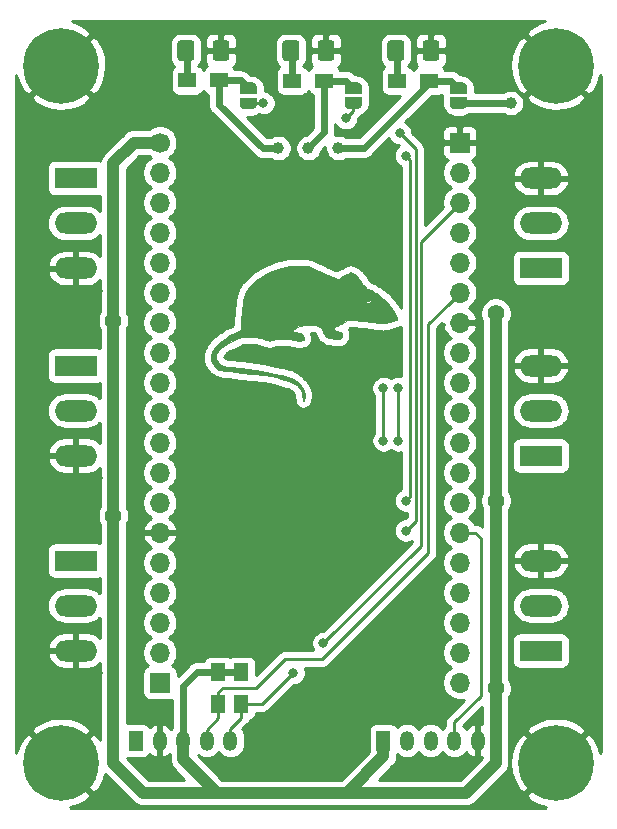
<source format=gbr>
G04 #@! TF.GenerationSoftware,KiCad,Pcbnew,(5.1.7)-1*
G04 #@! TF.CreationDate,2020-12-15T01:37:48+01:00*
G04 #@! TF.ProjectId,espbreakout,65737062-7265-4616-9b6f-75742e6b6963,rev?*
G04 #@! TF.SameCoordinates,Original*
G04 #@! TF.FileFunction,Copper,L1,Top*
G04 #@! TF.FilePolarity,Positive*
%FSLAX46Y46*%
G04 Gerber Fmt 4.6, Leading zero omitted, Abs format (unit mm)*
G04 Created by KiCad (PCBNEW (5.1.7)-1) date 2020-12-15 01:37:48*
%MOMM*%
%LPD*%
G01*
G04 APERTURE LIST*
G04 #@! TA.AperFunction,EtchedComponent*
%ADD10C,0.100000*%
G04 #@! TD*
G04 #@! TA.AperFunction,ComponentPad*
%ADD11R,1.700000X1.700000*%
G04 #@! TD*
G04 #@! TA.AperFunction,ComponentPad*
%ADD12O,1.700000X1.700000*%
G04 #@! TD*
G04 #@! TA.AperFunction,ComponentPad*
%ADD13C,1.700000*%
G04 #@! TD*
G04 #@! TA.AperFunction,ComponentPad*
%ADD14R,3.600000X1.800000*%
G04 #@! TD*
G04 #@! TA.AperFunction,ComponentPad*
%ADD15O,3.600000X1.800000*%
G04 #@! TD*
G04 #@! TA.AperFunction,ComponentPad*
%ADD16R,1.200000X1.700000*%
G04 #@! TD*
G04 #@! TA.AperFunction,ComponentPad*
%ADD17O,1.200000X1.700000*%
G04 #@! TD*
G04 #@! TA.AperFunction,SMDPad,CuDef*
%ADD18R,1.500000X1.300000*%
G04 #@! TD*
G04 #@! TA.AperFunction,SMDPad,CuDef*
%ADD19C,0.100000*%
G04 #@! TD*
G04 #@! TA.AperFunction,SMDPad,CuDef*
%ADD20C,0.600000*%
G04 #@! TD*
G04 #@! TA.AperFunction,SMDPad,CuDef*
%ADD21R,1.300000X1.500000*%
G04 #@! TD*
G04 #@! TA.AperFunction,ComponentPad*
%ADD22C,6.400000*%
G04 #@! TD*
G04 #@! TA.AperFunction,ComponentPad*
%ADD23C,0.800000*%
G04 #@! TD*
G04 #@! TA.AperFunction,ViaPad*
%ADD24C,0.800000*%
G04 #@! TD*
G04 #@! TA.AperFunction,ViaPad*
%ADD25C,1.000000*%
G04 #@! TD*
G04 #@! TA.AperFunction,ViaPad*
%ADD26C,1.400000*%
G04 #@! TD*
G04 #@! TA.AperFunction,Conductor*
%ADD27C,0.600000*%
G04 #@! TD*
G04 #@! TA.AperFunction,Conductor*
%ADD28C,0.250000*%
G04 #@! TD*
G04 #@! TA.AperFunction,Conductor*
%ADD29C,1.000000*%
G04 #@! TD*
G04 #@! TA.AperFunction,Conductor*
%ADD30C,0.254000*%
G04 #@! TD*
G04 #@! TA.AperFunction,Conductor*
%ADD31C,0.100000*%
G04 #@! TD*
G04 APERTURE END LIST*
D10*
G36*
X60153800Y-34411000D02*
G01*
X60064800Y-34365000D01*
X59800800Y-34788000D01*
X59827800Y-34806000D01*
X59849800Y-34823000D01*
X59872800Y-34845000D01*
X59887800Y-34862000D01*
X59902800Y-34883000D01*
X59914800Y-34903000D01*
X59923800Y-34920000D01*
X59931800Y-34937000D01*
X59936800Y-34951000D01*
X59940800Y-34967000D01*
X59943800Y-34979000D01*
X59947800Y-34998000D01*
X59949800Y-35010000D01*
X59952800Y-35027000D01*
X59953800Y-35039000D01*
X59953800Y-35054000D01*
X59953800Y-35069000D01*
X59952800Y-35085000D01*
X59949800Y-35104000D01*
X59944800Y-35127000D01*
X59939800Y-35143000D01*
X59933800Y-35161000D01*
X59924800Y-35182000D01*
X59910800Y-35207000D01*
X59899800Y-35224000D01*
X59886800Y-35241000D01*
X59873800Y-35257000D01*
X59857800Y-35272000D01*
X59824800Y-35299000D01*
X59803800Y-35312000D01*
X59786800Y-35321000D01*
X59767800Y-35329000D01*
X59746800Y-35337000D01*
X59717800Y-35345000D01*
X59670800Y-35352000D01*
X59632800Y-35352000D01*
X59588800Y-35346000D01*
X59550800Y-35334000D01*
X59517800Y-35320000D01*
X59490800Y-35304000D01*
X59473800Y-35292000D01*
X59443800Y-35267000D01*
X59412800Y-35233000D01*
X59395800Y-35208000D01*
X59375800Y-35170000D01*
X59365800Y-35140000D01*
X59360800Y-35119000D01*
X59355800Y-35092000D01*
X59352800Y-35050000D01*
X59354800Y-35014000D01*
X59363800Y-34971000D01*
X59380800Y-34925000D01*
X59398800Y-34890000D01*
X59424800Y-34856000D01*
X59436800Y-34843000D01*
X59453800Y-34827000D01*
X59463800Y-34818000D01*
X59485800Y-34802000D01*
X59508800Y-34788000D01*
X59520800Y-34782000D01*
X59535800Y-34774000D01*
X59546800Y-34770000D01*
X59565800Y-34764000D01*
X59575800Y-34761000D01*
X59587800Y-34758000D01*
X59597800Y-34756000D01*
X59610800Y-34754000D01*
X59627800Y-34752000D01*
X59645800Y-34751000D01*
X59672800Y-34751000D01*
X59697800Y-34753000D01*
X59733800Y-34759000D01*
X59759800Y-34768000D01*
X59778800Y-34777000D01*
X59793800Y-34785000D01*
X59796800Y-34787000D01*
X60061800Y-34363000D01*
X59896800Y-34275000D01*
X59676800Y-34184000D01*
X59568800Y-34122000D01*
X59465800Y-34049000D01*
X59363800Y-33941000D01*
X59242800Y-33792000D01*
X59092800Y-33580000D01*
X58969800Y-33402000D01*
X58818800Y-33204000D01*
X58699800Y-33064000D01*
X58610800Y-32973000D01*
X58482800Y-32876000D01*
X58373800Y-32813000D01*
X58268800Y-32763000D01*
X58185800Y-32751000D01*
X58129800Y-32760000D01*
X58053800Y-32791000D01*
X57937800Y-32854000D01*
X57842800Y-32925000D01*
X57748800Y-32981000D01*
X57663800Y-33004000D01*
X57564800Y-33039000D01*
X57486800Y-33086000D01*
X57422800Y-33138000D01*
X57319800Y-33218000D01*
X57249800Y-33272000D01*
X57173800Y-33283000D01*
X57059800Y-33281000D01*
X56910800Y-33245000D01*
X56638800Y-33167000D01*
X56233800Y-33008000D01*
X55974800Y-32892000D01*
X55514800Y-32675000D01*
X55084800Y-32461000D01*
X54923800Y-32380000D01*
X54729800Y-32303000D01*
X54569800Y-32253000D01*
X54390800Y-32212000D01*
X54230800Y-32192000D01*
X54087800Y-32184000D01*
X53925800Y-32177000D01*
X53815800Y-32178000D01*
X53622800Y-32180000D01*
X53480800Y-32186000D01*
X53337800Y-32200000D01*
X53118800Y-32222000D01*
X52976800Y-32242000D01*
X52751800Y-32280000D01*
X52600800Y-32310000D01*
X52403800Y-32356000D01*
X52258800Y-32395000D01*
X52011800Y-32465000D01*
X51825800Y-32533000D01*
X51526800Y-32646000D01*
X51011800Y-32901000D01*
X50598800Y-33128000D01*
X50476800Y-33203000D01*
X50209800Y-33416000D01*
X49707800Y-33865000D01*
X49542800Y-34031000D01*
X49474800Y-34133000D01*
X49394800Y-34267000D01*
X49302800Y-34432000D01*
X49242800Y-34630000D01*
X49178800Y-34874000D01*
X49096800Y-35255000D01*
X49043800Y-35542000D01*
X49001800Y-35845000D01*
X48967800Y-36218000D01*
X48942800Y-36784000D01*
X48934800Y-37631000D01*
X48902800Y-37651000D01*
X48405800Y-37897000D01*
X48002800Y-38093000D01*
X47514800Y-38375000D01*
X47278800Y-38536000D01*
X47115800Y-38660000D01*
X46940800Y-38819000D01*
X46811800Y-38947000D01*
X46713800Y-39079000D01*
X46623800Y-39211000D01*
X46540800Y-39346000D01*
X46451800Y-39540000D01*
X46385800Y-39723000D01*
X46359800Y-39877000D01*
X46354800Y-40010000D01*
X46362800Y-40130000D01*
X46386800Y-40242000D01*
X46431800Y-40368000D01*
X46499800Y-40486000D01*
X46579800Y-40600000D01*
X46722800Y-40763000D01*
X46908800Y-40897000D01*
X47063800Y-40980000D01*
X47219800Y-41034000D01*
X47514800Y-41098000D01*
X47871800Y-41137000D01*
X48985800Y-41234000D01*
X49793800Y-41315000D01*
X50146800Y-41353000D01*
X50576800Y-41405000D01*
X50962800Y-41462000D01*
X51403800Y-41545000D01*
X51852800Y-41643000D01*
X52299800Y-41757000D01*
X52634800Y-41864000D01*
X52945800Y-41959000D01*
X53118800Y-42025000D01*
X53307800Y-42120000D01*
X53478800Y-42215000D01*
X53625800Y-42310000D01*
X53736800Y-42407000D01*
X53848800Y-42515000D01*
X53928800Y-42625000D01*
X53985800Y-42749000D01*
X54030800Y-42858000D01*
X54054800Y-42972000D01*
X54083800Y-43122000D01*
X54106800Y-43261000D01*
X54123800Y-43400000D01*
X54132800Y-43473000D01*
X54139800Y-43545000D01*
X54146800Y-43581000D01*
X54160800Y-43598000D01*
X54191800Y-43626000D01*
X54200800Y-43628000D01*
X54214800Y-43610000D01*
X54223800Y-43584000D01*
X54233800Y-43551000D01*
X54250800Y-43490000D01*
X54267800Y-43426000D01*
X54286800Y-43362000D01*
X54304800Y-43278000D01*
X54305800Y-43212000D01*
X54308800Y-43129000D01*
X54298800Y-43058000D01*
X54286800Y-42985000D01*
X54263800Y-42888000D01*
X54236800Y-42809000D01*
X54204800Y-42726000D01*
X54167800Y-42650000D01*
X54114800Y-42556000D01*
X54050800Y-42455000D01*
X53967800Y-42343000D01*
X53871800Y-42238000D01*
X53802800Y-42169000D01*
X53703800Y-42070000D01*
X53572800Y-41968000D01*
X53468800Y-41885000D01*
X53363800Y-41819000D01*
X53131800Y-41695000D01*
X52884800Y-41612000D01*
X52793800Y-41583000D01*
X52646800Y-41539000D01*
X52268800Y-41436000D01*
X51715800Y-41315000D01*
X51047800Y-41185000D01*
X50140800Y-41037000D01*
X49430800Y-40940000D01*
X48980800Y-40889000D01*
X48650800Y-40860000D01*
X48116800Y-40803000D01*
X47895800Y-40777000D01*
X47683800Y-40730000D01*
X47503800Y-40684000D01*
X47383800Y-40643000D01*
X47205800Y-40555000D01*
X47073800Y-40457000D01*
X46994800Y-40378000D01*
X46916800Y-40285000D01*
X46849800Y-40179000D01*
X46804800Y-40067000D01*
X46787800Y-39973000D01*
X46785800Y-39884000D01*
X46792800Y-39799000D01*
X46814800Y-39699000D01*
X46847800Y-39612000D01*
X46931800Y-39460000D01*
X46975800Y-39399000D01*
X47026800Y-39332000D01*
X47061800Y-39288000D01*
X47113800Y-39237000D01*
X47198800Y-39146000D01*
X47274800Y-39086000D01*
X47362800Y-39029000D01*
X47493800Y-38942000D01*
X47629800Y-38858000D01*
X47794800Y-38766000D01*
X47902800Y-38711000D01*
X48126800Y-38596000D01*
X48473800Y-38420000D01*
X48736800Y-38285000D01*
X48886800Y-38211000D01*
X48911800Y-38199000D01*
X48929800Y-38198000D01*
X49260800Y-38204000D01*
X49663800Y-38213000D01*
X50027800Y-38229000D01*
X50234800Y-38240000D01*
X50408800Y-38270000D01*
X50486800Y-38282000D01*
X50569800Y-38310000D01*
X50665800Y-38348000D01*
X50725800Y-38382000D01*
X50791800Y-38409000D01*
X50854800Y-38429000D01*
X50946800Y-38437000D01*
X51043800Y-38450000D01*
X51115800Y-38460000D01*
X51146800Y-38477000D01*
X51200800Y-38512000D01*
X51249800Y-38527000D01*
X51292800Y-38534000D01*
X51349800Y-38535000D01*
X51395800Y-38534000D01*
X51456800Y-38513000D01*
X51502800Y-38501000D01*
X51578800Y-38473000D01*
X51671800Y-38448000D01*
X51799800Y-38426000D01*
X52067800Y-38396000D01*
X52205800Y-38389000D01*
X52401800Y-38375000D01*
X52603800Y-38372000D01*
X52797800Y-38380000D01*
X52987800Y-38402000D01*
X53149800Y-38430000D01*
X53309800Y-38474000D01*
X53416800Y-38498000D01*
X53537800Y-38516000D01*
X53669800Y-38527000D01*
X53826800Y-38529000D01*
X54015800Y-38527000D01*
X54097800Y-38518000D01*
X54150800Y-38504000D01*
X54177800Y-38488000D01*
X54195800Y-38467000D01*
X54207800Y-38438000D01*
X54214800Y-38403000D01*
X54219800Y-38358000D01*
X54220800Y-38307000D01*
X54215800Y-38255000D01*
X54206800Y-38206000D01*
X54182800Y-38136000D01*
X54145800Y-38069000D01*
X54087800Y-37989000D01*
X54032800Y-37948000D01*
X53970800Y-37921000D01*
X53831800Y-37879000D01*
X53555800Y-37807000D01*
X53408800Y-37766000D01*
X53323800Y-37712000D01*
X53280800Y-37679000D01*
X53267800Y-37656000D01*
X53289800Y-37620000D01*
X53343800Y-37583000D01*
X53422800Y-37542000D01*
X53550800Y-37468000D01*
X53843800Y-37323000D01*
X54034800Y-37250000D01*
X54072800Y-37235000D01*
X54180800Y-37205000D01*
X54322800Y-37182000D01*
X54531800Y-37167000D01*
X54685800Y-37167000D01*
X54971800Y-37173000D01*
X55116800Y-37193000D01*
X55238800Y-37221000D01*
X55347800Y-37263000D01*
X55465800Y-37313000D01*
X55526800Y-37346000D01*
X55594800Y-37397000D01*
X55649800Y-37449000D01*
X55719800Y-37534000D01*
X55771800Y-37602000D01*
X55821800Y-37710000D01*
X55864800Y-37811000D01*
X55916800Y-37935000D01*
X55950800Y-38007000D01*
X55986800Y-38062000D01*
X56013800Y-38101000D01*
X56030800Y-38122000D01*
X56063800Y-38154000D01*
X56103800Y-38184000D01*
X56215800Y-38255000D01*
X56342800Y-38304000D01*
X56558800Y-38331000D01*
X56761800Y-38365000D01*
X57025800Y-38388000D01*
X57187800Y-38411000D01*
X57220800Y-38424000D01*
X57248800Y-38420000D01*
X57286800Y-38398000D01*
X57324800Y-38350000D01*
X57352800Y-38314000D01*
X57395800Y-38260000D01*
X57438800Y-38186000D01*
X57463800Y-38124000D01*
X57480800Y-38059000D01*
X57479800Y-37991000D01*
X57447800Y-37920000D01*
X57399800Y-37864000D01*
X57348800Y-37834000D01*
X57282800Y-37802000D01*
X57173800Y-37778000D01*
X57012800Y-37747000D01*
X56904800Y-37713000D01*
X56835800Y-37663000D01*
X56792800Y-37620000D01*
X56763800Y-37564000D01*
X56750800Y-37515000D01*
X56747800Y-37470000D01*
X56756800Y-37419000D01*
X56765800Y-37391000D01*
X56782800Y-37373000D01*
X56805800Y-37359000D01*
X56835800Y-37340000D01*
X56910800Y-37312000D01*
X57060800Y-37259000D01*
X57235800Y-37192000D01*
X57304800Y-37163000D01*
X57398800Y-37113000D01*
X57508800Y-37054000D01*
X57808800Y-36875000D01*
X57919800Y-36825000D01*
X58104800Y-36772000D01*
X58262800Y-36761000D01*
X58367800Y-36775000D01*
X58578800Y-36790000D01*
X59021800Y-36831000D01*
X59279800Y-36865000D01*
X59539800Y-36899000D01*
X59775800Y-36931000D01*
X60040800Y-36976000D01*
X60463800Y-37031000D01*
X60593800Y-37053000D01*
X60796800Y-37071000D01*
X60957800Y-37075000D01*
X61069800Y-37065000D01*
X61161800Y-37047000D01*
X61427800Y-36971000D01*
X61630800Y-36911000D01*
X61714800Y-36882000D01*
X61837800Y-36848000D01*
X61974800Y-36824000D01*
X62039800Y-36804000D01*
X62087800Y-36778000D01*
X62119800Y-36745000D01*
X62131800Y-36700000D01*
X62133800Y-36647000D01*
X62100800Y-36564000D01*
X62043800Y-36433000D01*
X61920800Y-36196000D01*
X61782800Y-35965000D01*
X61611800Y-35721000D01*
X61489800Y-35559000D01*
X61262800Y-35299000D01*
X61097800Y-35118000D01*
X60865800Y-34900000D01*
X60622800Y-34704000D01*
X60474800Y-34601000D01*
X60334800Y-34518000D01*
X60234800Y-34458000D01*
X60153800Y-34411000D01*
G37*
X60153800Y-34411000D02*
X60064800Y-34365000D01*
X59800800Y-34788000D01*
X59827800Y-34806000D01*
X59849800Y-34823000D01*
X59872800Y-34845000D01*
X59887800Y-34862000D01*
X59902800Y-34883000D01*
X59914800Y-34903000D01*
X59923800Y-34920000D01*
X59931800Y-34937000D01*
X59936800Y-34951000D01*
X59940800Y-34967000D01*
X59943800Y-34979000D01*
X59947800Y-34998000D01*
X59949800Y-35010000D01*
X59952800Y-35027000D01*
X59953800Y-35039000D01*
X59953800Y-35054000D01*
X59953800Y-35069000D01*
X59952800Y-35085000D01*
X59949800Y-35104000D01*
X59944800Y-35127000D01*
X59939800Y-35143000D01*
X59933800Y-35161000D01*
X59924800Y-35182000D01*
X59910800Y-35207000D01*
X59899800Y-35224000D01*
X59886800Y-35241000D01*
X59873800Y-35257000D01*
X59857800Y-35272000D01*
X59824800Y-35299000D01*
X59803800Y-35312000D01*
X59786800Y-35321000D01*
X59767800Y-35329000D01*
X59746800Y-35337000D01*
X59717800Y-35345000D01*
X59670800Y-35352000D01*
X59632800Y-35352000D01*
X59588800Y-35346000D01*
X59550800Y-35334000D01*
X59517800Y-35320000D01*
X59490800Y-35304000D01*
X59473800Y-35292000D01*
X59443800Y-35267000D01*
X59412800Y-35233000D01*
X59395800Y-35208000D01*
X59375800Y-35170000D01*
X59365800Y-35140000D01*
X59360800Y-35119000D01*
X59355800Y-35092000D01*
X59352800Y-35050000D01*
X59354800Y-35014000D01*
X59363800Y-34971000D01*
X59380800Y-34925000D01*
X59398800Y-34890000D01*
X59424800Y-34856000D01*
X59436800Y-34843000D01*
X59453800Y-34827000D01*
X59463800Y-34818000D01*
X59485800Y-34802000D01*
X59508800Y-34788000D01*
X59520800Y-34782000D01*
X59535800Y-34774000D01*
X59546800Y-34770000D01*
X59565800Y-34764000D01*
X59575800Y-34761000D01*
X59587800Y-34758000D01*
X59597800Y-34756000D01*
X59610800Y-34754000D01*
X59627800Y-34752000D01*
X59645800Y-34751000D01*
X59672800Y-34751000D01*
X59697800Y-34753000D01*
X59733800Y-34759000D01*
X59759800Y-34768000D01*
X59778800Y-34777000D01*
X59793800Y-34785000D01*
X59796800Y-34787000D01*
X60061800Y-34363000D01*
X59896800Y-34275000D01*
X59676800Y-34184000D01*
X59568800Y-34122000D01*
X59465800Y-34049000D01*
X59363800Y-33941000D01*
X59242800Y-33792000D01*
X59092800Y-33580000D01*
X58969800Y-33402000D01*
X58818800Y-33204000D01*
X58699800Y-33064000D01*
X58610800Y-32973000D01*
X58482800Y-32876000D01*
X58373800Y-32813000D01*
X58268800Y-32763000D01*
X58185800Y-32751000D01*
X58129800Y-32760000D01*
X58053800Y-32791000D01*
X57937800Y-32854000D01*
X57842800Y-32925000D01*
X57748800Y-32981000D01*
X57663800Y-33004000D01*
X57564800Y-33039000D01*
X57486800Y-33086000D01*
X57422800Y-33138000D01*
X57319800Y-33218000D01*
X57249800Y-33272000D01*
X57173800Y-33283000D01*
X57059800Y-33281000D01*
X56910800Y-33245000D01*
X56638800Y-33167000D01*
X56233800Y-33008000D01*
X55974800Y-32892000D01*
X55514800Y-32675000D01*
X55084800Y-32461000D01*
X54923800Y-32380000D01*
X54729800Y-32303000D01*
X54569800Y-32253000D01*
X54390800Y-32212000D01*
X54230800Y-32192000D01*
X54087800Y-32184000D01*
X53925800Y-32177000D01*
X53815800Y-32178000D01*
X53622800Y-32180000D01*
X53480800Y-32186000D01*
X53337800Y-32200000D01*
X53118800Y-32222000D01*
X52976800Y-32242000D01*
X52751800Y-32280000D01*
X52600800Y-32310000D01*
X52403800Y-32356000D01*
X52258800Y-32395000D01*
X52011800Y-32465000D01*
X51825800Y-32533000D01*
X51526800Y-32646000D01*
X51011800Y-32901000D01*
X50598800Y-33128000D01*
X50476800Y-33203000D01*
X50209800Y-33416000D01*
X49707800Y-33865000D01*
X49542800Y-34031000D01*
X49474800Y-34133000D01*
X49394800Y-34267000D01*
X49302800Y-34432000D01*
X49242800Y-34630000D01*
X49178800Y-34874000D01*
X49096800Y-35255000D01*
X49043800Y-35542000D01*
X49001800Y-35845000D01*
X48967800Y-36218000D01*
X48942800Y-36784000D01*
X48934800Y-37631000D01*
X48902800Y-37651000D01*
X48405800Y-37897000D01*
X48002800Y-38093000D01*
X47514800Y-38375000D01*
X47278800Y-38536000D01*
X47115800Y-38660000D01*
X46940800Y-38819000D01*
X46811800Y-38947000D01*
X46713800Y-39079000D01*
X46623800Y-39211000D01*
X46540800Y-39346000D01*
X46451800Y-39540000D01*
X46385800Y-39723000D01*
X46359800Y-39877000D01*
X46354800Y-40010000D01*
X46362800Y-40130000D01*
X46386800Y-40242000D01*
X46431800Y-40368000D01*
X46499800Y-40486000D01*
X46579800Y-40600000D01*
X46722800Y-40763000D01*
X46908800Y-40897000D01*
X47063800Y-40980000D01*
X47219800Y-41034000D01*
X47514800Y-41098000D01*
X47871800Y-41137000D01*
X48985800Y-41234000D01*
X49793800Y-41315000D01*
X50146800Y-41353000D01*
X50576800Y-41405000D01*
X50962800Y-41462000D01*
X51403800Y-41545000D01*
X51852800Y-41643000D01*
X52299800Y-41757000D01*
X52634800Y-41864000D01*
X52945800Y-41959000D01*
X53118800Y-42025000D01*
X53307800Y-42120000D01*
X53478800Y-42215000D01*
X53625800Y-42310000D01*
X53736800Y-42407000D01*
X53848800Y-42515000D01*
X53928800Y-42625000D01*
X53985800Y-42749000D01*
X54030800Y-42858000D01*
X54054800Y-42972000D01*
X54083800Y-43122000D01*
X54106800Y-43261000D01*
X54123800Y-43400000D01*
X54132800Y-43473000D01*
X54139800Y-43545000D01*
X54146800Y-43581000D01*
X54160800Y-43598000D01*
X54191800Y-43626000D01*
X54200800Y-43628000D01*
X54214800Y-43610000D01*
X54223800Y-43584000D01*
X54233800Y-43551000D01*
X54250800Y-43490000D01*
X54267800Y-43426000D01*
X54286800Y-43362000D01*
X54304800Y-43278000D01*
X54305800Y-43212000D01*
X54308800Y-43129000D01*
X54298800Y-43058000D01*
X54286800Y-42985000D01*
X54263800Y-42888000D01*
X54236800Y-42809000D01*
X54204800Y-42726000D01*
X54167800Y-42650000D01*
X54114800Y-42556000D01*
X54050800Y-42455000D01*
X53967800Y-42343000D01*
X53871800Y-42238000D01*
X53802800Y-42169000D01*
X53703800Y-42070000D01*
X53572800Y-41968000D01*
X53468800Y-41885000D01*
X53363800Y-41819000D01*
X53131800Y-41695000D01*
X52884800Y-41612000D01*
X52793800Y-41583000D01*
X52646800Y-41539000D01*
X52268800Y-41436000D01*
X51715800Y-41315000D01*
X51047800Y-41185000D01*
X50140800Y-41037000D01*
X49430800Y-40940000D01*
X48980800Y-40889000D01*
X48650800Y-40860000D01*
X48116800Y-40803000D01*
X47895800Y-40777000D01*
X47683800Y-40730000D01*
X47503800Y-40684000D01*
X47383800Y-40643000D01*
X47205800Y-40555000D01*
X47073800Y-40457000D01*
X46994800Y-40378000D01*
X46916800Y-40285000D01*
X46849800Y-40179000D01*
X46804800Y-40067000D01*
X46787800Y-39973000D01*
X46785800Y-39884000D01*
X46792800Y-39799000D01*
X46814800Y-39699000D01*
X46847800Y-39612000D01*
X46931800Y-39460000D01*
X46975800Y-39399000D01*
X47026800Y-39332000D01*
X47061800Y-39288000D01*
X47113800Y-39237000D01*
X47198800Y-39146000D01*
X47274800Y-39086000D01*
X47362800Y-39029000D01*
X47493800Y-38942000D01*
X47629800Y-38858000D01*
X47794800Y-38766000D01*
X47902800Y-38711000D01*
X48126800Y-38596000D01*
X48473800Y-38420000D01*
X48736800Y-38285000D01*
X48886800Y-38211000D01*
X48911800Y-38199000D01*
X48929800Y-38198000D01*
X49260800Y-38204000D01*
X49663800Y-38213000D01*
X50027800Y-38229000D01*
X50234800Y-38240000D01*
X50408800Y-38270000D01*
X50486800Y-38282000D01*
X50569800Y-38310000D01*
X50665800Y-38348000D01*
X50725800Y-38382000D01*
X50791800Y-38409000D01*
X50854800Y-38429000D01*
X50946800Y-38437000D01*
X51043800Y-38450000D01*
X51115800Y-38460000D01*
X51146800Y-38477000D01*
X51200800Y-38512000D01*
X51249800Y-38527000D01*
X51292800Y-38534000D01*
X51349800Y-38535000D01*
X51395800Y-38534000D01*
X51456800Y-38513000D01*
X51502800Y-38501000D01*
X51578800Y-38473000D01*
X51671800Y-38448000D01*
X51799800Y-38426000D01*
X52067800Y-38396000D01*
X52205800Y-38389000D01*
X52401800Y-38375000D01*
X52603800Y-38372000D01*
X52797800Y-38380000D01*
X52987800Y-38402000D01*
X53149800Y-38430000D01*
X53309800Y-38474000D01*
X53416800Y-38498000D01*
X53537800Y-38516000D01*
X53669800Y-38527000D01*
X53826800Y-38529000D01*
X54015800Y-38527000D01*
X54097800Y-38518000D01*
X54150800Y-38504000D01*
X54177800Y-38488000D01*
X54195800Y-38467000D01*
X54207800Y-38438000D01*
X54214800Y-38403000D01*
X54219800Y-38358000D01*
X54220800Y-38307000D01*
X54215800Y-38255000D01*
X54206800Y-38206000D01*
X54182800Y-38136000D01*
X54145800Y-38069000D01*
X54087800Y-37989000D01*
X54032800Y-37948000D01*
X53970800Y-37921000D01*
X53831800Y-37879000D01*
X53555800Y-37807000D01*
X53408800Y-37766000D01*
X53323800Y-37712000D01*
X53280800Y-37679000D01*
X53267800Y-37656000D01*
X53289800Y-37620000D01*
X53343800Y-37583000D01*
X53422800Y-37542000D01*
X53550800Y-37468000D01*
X53843800Y-37323000D01*
X54034800Y-37250000D01*
X54072800Y-37235000D01*
X54180800Y-37205000D01*
X54322800Y-37182000D01*
X54531800Y-37167000D01*
X54685800Y-37167000D01*
X54971800Y-37173000D01*
X55116800Y-37193000D01*
X55238800Y-37221000D01*
X55347800Y-37263000D01*
X55465800Y-37313000D01*
X55526800Y-37346000D01*
X55594800Y-37397000D01*
X55649800Y-37449000D01*
X55719800Y-37534000D01*
X55771800Y-37602000D01*
X55821800Y-37710000D01*
X55864800Y-37811000D01*
X55916800Y-37935000D01*
X55950800Y-38007000D01*
X55986800Y-38062000D01*
X56013800Y-38101000D01*
X56030800Y-38122000D01*
X56063800Y-38154000D01*
X56103800Y-38184000D01*
X56215800Y-38255000D01*
X56342800Y-38304000D01*
X56558800Y-38331000D01*
X56761800Y-38365000D01*
X57025800Y-38388000D01*
X57187800Y-38411000D01*
X57220800Y-38424000D01*
X57248800Y-38420000D01*
X57286800Y-38398000D01*
X57324800Y-38350000D01*
X57352800Y-38314000D01*
X57395800Y-38260000D01*
X57438800Y-38186000D01*
X57463800Y-38124000D01*
X57480800Y-38059000D01*
X57479800Y-37991000D01*
X57447800Y-37920000D01*
X57399800Y-37864000D01*
X57348800Y-37834000D01*
X57282800Y-37802000D01*
X57173800Y-37778000D01*
X57012800Y-37747000D01*
X56904800Y-37713000D01*
X56835800Y-37663000D01*
X56792800Y-37620000D01*
X56763800Y-37564000D01*
X56750800Y-37515000D01*
X56747800Y-37470000D01*
X56756800Y-37419000D01*
X56765800Y-37391000D01*
X56782800Y-37373000D01*
X56805800Y-37359000D01*
X56835800Y-37340000D01*
X56910800Y-37312000D01*
X57060800Y-37259000D01*
X57235800Y-37192000D01*
X57304800Y-37163000D01*
X57398800Y-37113000D01*
X57508800Y-37054000D01*
X57808800Y-36875000D01*
X57919800Y-36825000D01*
X58104800Y-36772000D01*
X58262800Y-36761000D01*
X58367800Y-36775000D01*
X58578800Y-36790000D01*
X59021800Y-36831000D01*
X59279800Y-36865000D01*
X59539800Y-36899000D01*
X59775800Y-36931000D01*
X60040800Y-36976000D01*
X60463800Y-37031000D01*
X60593800Y-37053000D01*
X60796800Y-37071000D01*
X60957800Y-37075000D01*
X61069800Y-37065000D01*
X61161800Y-37047000D01*
X61427800Y-36971000D01*
X61630800Y-36911000D01*
X61714800Y-36882000D01*
X61837800Y-36848000D01*
X61974800Y-36824000D01*
X62039800Y-36804000D01*
X62087800Y-36778000D01*
X62119800Y-36745000D01*
X62131800Y-36700000D01*
X62133800Y-36647000D01*
X62100800Y-36564000D01*
X62043800Y-36433000D01*
X61920800Y-36196000D01*
X61782800Y-35965000D01*
X61611800Y-35721000D01*
X61489800Y-35559000D01*
X61262800Y-35299000D01*
X61097800Y-35118000D01*
X60865800Y-34900000D01*
X60622800Y-34704000D01*
X60474800Y-34601000D01*
X60334800Y-34518000D01*
X60234800Y-34458000D01*
X60153800Y-34411000D01*
D11*
X67433000Y-21760400D03*
D12*
X67433000Y-24300400D03*
X67433000Y-26840400D03*
X67433000Y-42080400D03*
X67433000Y-31920400D03*
X67433000Y-29380400D03*
X67433000Y-37000400D03*
X67433000Y-54780400D03*
X67433000Y-49700400D03*
X67433000Y-57320400D03*
X67433000Y-62400400D03*
X67433000Y-64940400D03*
X67433000Y-52240400D03*
X67433000Y-67480400D03*
X67433000Y-39540400D03*
X67433000Y-44620400D03*
X67433000Y-47160400D03*
X67433000Y-59860400D03*
X67433000Y-34460400D03*
D13*
X42040500Y-21768600D03*
D12*
X42040500Y-24308600D03*
X42040500Y-26848600D03*
X42040500Y-42088600D03*
X42040500Y-31928600D03*
X42040500Y-29388600D03*
X42040500Y-37008600D03*
X42040500Y-54788600D03*
X42040500Y-49708600D03*
X42040500Y-57328600D03*
X42040500Y-62408600D03*
X42040500Y-64948600D03*
X42040500Y-52248600D03*
D11*
X42040500Y-67488600D03*
D12*
X42040500Y-39548600D03*
X42040500Y-44628600D03*
X42040500Y-47168600D03*
X42040500Y-59868600D03*
X42040500Y-34468600D03*
D14*
X34925000Y-40640000D03*
D15*
X34925000Y-44450000D03*
X34925000Y-48260000D03*
D14*
X34925000Y-57150000D03*
D15*
X34925000Y-60960000D03*
X34925000Y-64770000D03*
D14*
X34925000Y-24765000D03*
D15*
X34925000Y-28575000D03*
X34925000Y-32385000D03*
D14*
X74295000Y-32385000D03*
D15*
X74295000Y-28575000D03*
X74295000Y-24765000D03*
D14*
X74295000Y-48260000D03*
D15*
X74295000Y-44450000D03*
X74295000Y-40640000D03*
D14*
X74295000Y-64770000D03*
D15*
X74295000Y-60960000D03*
X74295000Y-57150000D03*
D16*
X60960000Y-72390000D03*
D17*
X62960000Y-72390000D03*
X64960000Y-72390000D03*
X66960000Y-72390000D03*
X68960000Y-72390000D03*
D18*
X47070000Y-16500000D03*
X44370000Y-16500000D03*
G04 #@! TA.AperFunction,SMDPad,CuDef*
D19*
G36*
X50279398Y-18445000D02*
G01*
X50279398Y-18469534D01*
X50274588Y-18518365D01*
X50265016Y-18566490D01*
X50250772Y-18613445D01*
X50231995Y-18658778D01*
X50208864Y-18702051D01*
X50181604Y-18742850D01*
X50150476Y-18780779D01*
X50115779Y-18815476D01*
X50077850Y-18846604D01*
X50037051Y-18873864D01*
X49993778Y-18896995D01*
X49948445Y-18915772D01*
X49901490Y-18930016D01*
X49853365Y-18939588D01*
X49804534Y-18944398D01*
X49780000Y-18944398D01*
X49780000Y-18945000D01*
X49280000Y-18945000D01*
X49280000Y-18944398D01*
X49255466Y-18944398D01*
X49206635Y-18939588D01*
X49158510Y-18930016D01*
X49111555Y-18915772D01*
X49066222Y-18896995D01*
X49022949Y-18873864D01*
X48982150Y-18846604D01*
X48944221Y-18815476D01*
X48909524Y-18780779D01*
X48878396Y-18742850D01*
X48851136Y-18702051D01*
X48828005Y-18658778D01*
X48809228Y-18613445D01*
X48794984Y-18566490D01*
X48785412Y-18518365D01*
X48780602Y-18469534D01*
X48780602Y-18445000D01*
X48780000Y-18445000D01*
X48780000Y-17945000D01*
X50280000Y-17945000D01*
X50280000Y-18445000D01*
X50279398Y-18445000D01*
G37*
G04 #@! TD.AperFunction*
G04 #@! TA.AperFunction,SMDPad,CuDef*
G36*
X48780000Y-17645000D02*
G01*
X48780000Y-17145000D01*
X48780602Y-17145000D01*
X48780602Y-17120466D01*
X48785412Y-17071635D01*
X48794984Y-17023510D01*
X48809228Y-16976555D01*
X48828005Y-16931222D01*
X48851136Y-16887949D01*
X48878396Y-16847150D01*
X48909524Y-16809221D01*
X48944221Y-16774524D01*
X48982150Y-16743396D01*
X49022949Y-16716136D01*
X49066222Y-16693005D01*
X49111555Y-16674228D01*
X49158510Y-16659984D01*
X49206635Y-16650412D01*
X49255466Y-16645602D01*
X49280000Y-16645602D01*
X49280000Y-16645000D01*
X49780000Y-16645000D01*
X49780000Y-16645602D01*
X49804534Y-16645602D01*
X49853365Y-16650412D01*
X49901490Y-16659984D01*
X49948445Y-16674228D01*
X49993778Y-16693005D01*
X50037051Y-16716136D01*
X50077850Y-16743396D01*
X50115779Y-16774524D01*
X50150476Y-16809221D01*
X50181604Y-16847150D01*
X50208864Y-16887949D01*
X50231995Y-16931222D01*
X50250772Y-16976555D01*
X50265016Y-17023510D01*
X50274588Y-17071635D01*
X50279398Y-17120466D01*
X50279398Y-17145000D01*
X50280000Y-17145000D01*
X50280000Y-17645000D01*
X48780000Y-17645000D01*
G37*
G04 #@! TD.AperFunction*
G04 #@! TA.AperFunction,SMDPad,CuDef*
G36*
G01*
X44945000Y-13345000D02*
X44945000Y-14595000D01*
G75*
G02*
X44695000Y-14845000I-250000J0D01*
G01*
X43770000Y-14845000D01*
G75*
G02*
X43520000Y-14595000I0J250000D01*
G01*
X43520000Y-13345000D01*
G75*
G02*
X43770000Y-13095000I250000J0D01*
G01*
X44695000Y-13095000D01*
G75*
G02*
X44945000Y-13345000I0J-250000D01*
G01*
G37*
G04 #@! TD.AperFunction*
G04 #@! TA.AperFunction,SMDPad,CuDef*
G36*
G01*
X47920000Y-13345000D02*
X47920000Y-14595000D01*
G75*
G02*
X47670000Y-14845000I-250000J0D01*
G01*
X46745000Y-14845000D01*
G75*
G02*
X46495000Y-14595000I0J250000D01*
G01*
X46495000Y-13345000D01*
G75*
G02*
X46745000Y-13095000I250000J0D01*
G01*
X47670000Y-13095000D01*
G75*
G02*
X47920000Y-13345000I0J-250000D01*
G01*
G37*
G04 #@! TD.AperFunction*
D16*
X40005000Y-72390000D03*
D17*
X42005000Y-72390000D03*
X44005000Y-72390000D03*
X46005000Y-72390000D03*
X48005000Y-72390000D03*
D18*
X55960000Y-16510000D03*
X53260000Y-16510000D03*
G04 #@! TA.AperFunction,SMDPad,CuDef*
D19*
G36*
X59169398Y-18430000D02*
G01*
X59169398Y-18454534D01*
X59164588Y-18503365D01*
X59155016Y-18551490D01*
X59140772Y-18598445D01*
X59121995Y-18643778D01*
X59098864Y-18687051D01*
X59071604Y-18727850D01*
X59040476Y-18765779D01*
X59005779Y-18800476D01*
X58967850Y-18831604D01*
X58927051Y-18858864D01*
X58883778Y-18881995D01*
X58838445Y-18900772D01*
X58791490Y-18915016D01*
X58743365Y-18924588D01*
X58694534Y-18929398D01*
X58670000Y-18929398D01*
X58670000Y-18930000D01*
X58170000Y-18930000D01*
X58170000Y-18929398D01*
X58145466Y-18929398D01*
X58096635Y-18924588D01*
X58048510Y-18915016D01*
X58001555Y-18900772D01*
X57956222Y-18881995D01*
X57912949Y-18858864D01*
X57872150Y-18831604D01*
X57834221Y-18800476D01*
X57799524Y-18765779D01*
X57768396Y-18727850D01*
X57741136Y-18687051D01*
X57718005Y-18643778D01*
X57699228Y-18598445D01*
X57684984Y-18551490D01*
X57675412Y-18503365D01*
X57670602Y-18454534D01*
X57670602Y-18430000D01*
X57670000Y-18430000D01*
X57670000Y-17930000D01*
X59170000Y-17930000D01*
X59170000Y-18430000D01*
X59169398Y-18430000D01*
G37*
G04 #@! TD.AperFunction*
G04 #@! TA.AperFunction,SMDPad,CuDef*
G36*
X57670000Y-17630000D02*
G01*
X57670000Y-17130000D01*
X57670602Y-17130000D01*
X57670602Y-17105466D01*
X57675412Y-17056635D01*
X57684984Y-17008510D01*
X57699228Y-16961555D01*
X57718005Y-16916222D01*
X57741136Y-16872949D01*
X57768396Y-16832150D01*
X57799524Y-16794221D01*
X57834221Y-16759524D01*
X57872150Y-16728396D01*
X57912949Y-16701136D01*
X57956222Y-16678005D01*
X58001555Y-16659228D01*
X58048510Y-16644984D01*
X58096635Y-16635412D01*
X58145466Y-16630602D01*
X58170000Y-16630602D01*
X58170000Y-16630000D01*
X58670000Y-16630000D01*
X58670000Y-16630602D01*
X58694534Y-16630602D01*
X58743365Y-16635412D01*
X58791490Y-16644984D01*
X58838445Y-16659228D01*
X58883778Y-16678005D01*
X58927051Y-16701136D01*
X58967850Y-16728396D01*
X59005779Y-16759524D01*
X59040476Y-16794221D01*
X59071604Y-16832150D01*
X59098864Y-16872949D01*
X59121995Y-16916222D01*
X59140772Y-16961555D01*
X59155016Y-17008510D01*
X59164588Y-17056635D01*
X59169398Y-17105466D01*
X59169398Y-17130000D01*
X59170000Y-17130000D01*
X59170000Y-17630000D01*
X57670000Y-17630000D01*
G37*
G04 #@! TD.AperFunction*
G04 #@! TA.AperFunction,SMDPad,CuDef*
G36*
G01*
X53835000Y-13345000D02*
X53835000Y-14595000D01*
G75*
G02*
X53585000Y-14845000I-250000J0D01*
G01*
X52660000Y-14845000D01*
G75*
G02*
X52410000Y-14595000I0J250000D01*
G01*
X52410000Y-13345000D01*
G75*
G02*
X52660000Y-13095000I250000J0D01*
G01*
X53585000Y-13095000D01*
G75*
G02*
X53835000Y-13345000I0J-250000D01*
G01*
G37*
G04 #@! TD.AperFunction*
G04 #@! TA.AperFunction,SMDPad,CuDef*
G36*
G01*
X56810000Y-13345000D02*
X56810000Y-14595000D01*
G75*
G02*
X56560000Y-14845000I-250000J0D01*
G01*
X55635000Y-14845000D01*
G75*
G02*
X55385000Y-14595000I0J250000D01*
G01*
X55385000Y-13345000D01*
G75*
G02*
X55635000Y-13095000I250000J0D01*
G01*
X56560000Y-13095000D01*
G75*
G02*
X56810000Y-13345000I0J-250000D01*
G01*
G37*
G04 #@! TD.AperFunction*
D20*
X59662800Y-35023000D03*
G04 #@! TA.AperFunction,SMDPad,CuDef*
D19*
G36*
X68059398Y-18430000D02*
G01*
X68059398Y-18454534D01*
X68054588Y-18503365D01*
X68045016Y-18551490D01*
X68030772Y-18598445D01*
X68011995Y-18643778D01*
X67988864Y-18687051D01*
X67961604Y-18727850D01*
X67930476Y-18765779D01*
X67895779Y-18800476D01*
X67857850Y-18831604D01*
X67817051Y-18858864D01*
X67773778Y-18881995D01*
X67728445Y-18900772D01*
X67681490Y-18915016D01*
X67633365Y-18924588D01*
X67584534Y-18929398D01*
X67560000Y-18929398D01*
X67560000Y-18930000D01*
X67060000Y-18930000D01*
X67060000Y-18929398D01*
X67035466Y-18929398D01*
X66986635Y-18924588D01*
X66938510Y-18915016D01*
X66891555Y-18900772D01*
X66846222Y-18881995D01*
X66802949Y-18858864D01*
X66762150Y-18831604D01*
X66724221Y-18800476D01*
X66689524Y-18765779D01*
X66658396Y-18727850D01*
X66631136Y-18687051D01*
X66608005Y-18643778D01*
X66589228Y-18598445D01*
X66574984Y-18551490D01*
X66565412Y-18503365D01*
X66560602Y-18454534D01*
X66560602Y-18430000D01*
X66560000Y-18430000D01*
X66560000Y-17930000D01*
X68060000Y-17930000D01*
X68060000Y-18430000D01*
X68059398Y-18430000D01*
G37*
G04 #@! TD.AperFunction*
G04 #@! TA.AperFunction,SMDPad,CuDef*
G36*
X66560000Y-17630000D02*
G01*
X66560000Y-17130000D01*
X66560602Y-17130000D01*
X66560602Y-17105466D01*
X66565412Y-17056635D01*
X66574984Y-17008510D01*
X66589228Y-16961555D01*
X66608005Y-16916222D01*
X66631136Y-16872949D01*
X66658396Y-16832150D01*
X66689524Y-16794221D01*
X66724221Y-16759524D01*
X66762150Y-16728396D01*
X66802949Y-16701136D01*
X66846222Y-16678005D01*
X66891555Y-16659228D01*
X66938510Y-16644984D01*
X66986635Y-16635412D01*
X67035466Y-16630602D01*
X67060000Y-16630602D01*
X67060000Y-16630000D01*
X67560000Y-16630000D01*
X67560000Y-16630602D01*
X67584534Y-16630602D01*
X67633365Y-16635412D01*
X67681490Y-16644984D01*
X67728445Y-16659228D01*
X67773778Y-16678005D01*
X67817051Y-16701136D01*
X67857850Y-16728396D01*
X67895779Y-16759524D01*
X67930476Y-16794221D01*
X67961604Y-16832150D01*
X67988864Y-16872949D01*
X68011995Y-16916222D01*
X68030772Y-16961555D01*
X68045016Y-17008510D01*
X68054588Y-17056635D01*
X68059398Y-17105466D01*
X68059398Y-17130000D01*
X68060000Y-17130000D01*
X68060000Y-17630000D01*
X66560000Y-17630000D01*
G37*
G04 #@! TD.AperFunction*
D18*
X64850000Y-16510000D03*
X62150000Y-16510000D03*
G04 #@! TA.AperFunction,SMDPad,CuDef*
G36*
G01*
X62725000Y-13345000D02*
X62725000Y-14595000D01*
G75*
G02*
X62475000Y-14845000I-250000J0D01*
G01*
X61550000Y-14845000D01*
G75*
G02*
X61300000Y-14595000I0J250000D01*
G01*
X61300000Y-13345000D01*
G75*
G02*
X61550000Y-13095000I250000J0D01*
G01*
X62475000Y-13095000D01*
G75*
G02*
X62725000Y-13345000I0J-250000D01*
G01*
G37*
G04 #@! TD.AperFunction*
G04 #@! TA.AperFunction,SMDPad,CuDef*
G36*
G01*
X65700000Y-13345000D02*
X65700000Y-14595000D01*
G75*
G02*
X65450000Y-14845000I-250000J0D01*
G01*
X64525000Y-14845000D01*
G75*
G02*
X64275000Y-14595000I0J250000D01*
G01*
X64275000Y-13345000D01*
G75*
G02*
X64525000Y-13095000I250000J0D01*
G01*
X65450000Y-13095000D01*
G75*
G02*
X65700000Y-13345000I0J-250000D01*
G01*
G37*
G04 #@! TD.AperFunction*
D21*
X48925000Y-66595000D03*
X48925000Y-69295000D03*
X46990000Y-66595000D03*
X46990000Y-69295000D03*
D22*
X75565000Y-74295000D03*
D23*
X77965000Y-74295000D03*
X77262056Y-75992056D03*
X75565000Y-76695000D03*
X73867944Y-75992056D03*
X73165000Y-74295000D03*
X73867944Y-72597944D03*
X75565000Y-71895000D03*
X77262056Y-72597944D03*
D22*
X33655000Y-74295000D03*
D23*
X36055000Y-74295000D03*
X35352056Y-75992056D03*
X33655000Y-76695000D03*
X31957944Y-75992056D03*
X31255000Y-74295000D03*
X31957944Y-72597944D03*
X33655000Y-71895000D03*
X35352056Y-72597944D03*
D22*
X75565000Y-15240000D03*
D23*
X77965000Y-15240000D03*
X77262056Y-16937056D03*
X75565000Y-17640000D03*
X73867944Y-16937056D03*
X73165000Y-15240000D03*
X73867944Y-13542944D03*
X75565000Y-12840000D03*
X77262056Y-13542944D03*
D22*
X33655000Y-15240000D03*
D23*
X36055000Y-15240000D03*
X35352056Y-16937056D03*
X33655000Y-17640000D03*
X31957944Y-16937056D03*
X31255000Y-15240000D03*
X31957944Y-13542944D03*
X33655000Y-12840000D03*
X35352056Y-13542944D03*
D24*
X73660000Y-55245000D03*
X74930000Y-55245000D03*
X76200000Y-55245000D03*
X72390000Y-55245000D03*
X72390000Y-38735000D03*
X73660000Y-38735000D03*
X74930000Y-38735000D03*
X76200000Y-38735000D03*
X46990000Y-47625000D03*
X46990000Y-31750000D03*
X54610000Y-44450000D03*
X62230000Y-31750000D03*
X54610000Y-27940000D03*
X62230000Y-24130000D03*
X46990000Y-24130000D03*
X62230000Y-63500000D03*
X62230000Y-66675000D03*
X33020000Y-66675000D03*
X34290000Y-66675000D03*
X35560000Y-66675000D03*
X36830000Y-66675000D03*
X33020000Y-50165000D03*
X34290000Y-50165000D03*
X35560000Y-50165000D03*
X36830000Y-50165000D03*
X72390000Y-22860000D03*
X73660000Y-22860000D03*
X74930000Y-22860000D03*
X76200000Y-22860000D03*
X59690000Y-63500000D03*
X69215000Y-20320000D03*
X69215000Y-24130000D03*
X33020000Y-34290000D03*
X34290000Y-34290000D03*
X35560000Y-34290000D03*
X36830000Y-34290000D03*
X57155800Y-66665000D03*
X59695800Y-69840000D03*
X62235800Y-69840000D03*
X57155800Y-69840000D03*
X54615800Y-69840000D03*
X52075800Y-69840000D03*
X46995800Y-57140000D03*
X46995800Y-50790000D03*
X46995800Y-53965000D03*
X54615800Y-60315000D03*
X59695800Y-66665000D03*
X49530000Y-50800000D03*
X49530000Y-47625000D03*
X69215000Y-31750000D03*
X59690000Y-50800000D03*
X59690000Y-47625000D03*
X52705000Y-60325000D03*
X56515000Y-60325000D03*
D25*
X71755022Y-18415000D03*
D24*
X55880000Y-64135000D03*
X53340000Y-66675000D03*
D26*
X38100000Y-36830000D03*
X38100000Y-53340000D03*
X70485000Y-36195000D03*
X70485000Y-52070000D03*
X70485000Y-67945000D03*
D25*
X57150000Y-22225000D03*
D24*
X62865000Y-54610000D03*
X57785000Y-19685000D03*
X62357000Y-20955000D03*
D25*
X54610000Y-22225004D03*
D24*
X60960000Y-46990000D03*
X60960000Y-42545000D03*
X62230000Y-46990000D03*
X62230000Y-42545000D03*
D25*
X52070000Y-22225000D03*
D24*
X62865000Y-52070000D03*
X62865000Y-22860000D03*
X50800000Y-18415000D03*
D27*
X71740022Y-18430000D02*
X71755022Y-18415000D01*
X67310000Y-18430000D02*
X71740022Y-18430000D01*
D28*
X46005000Y-72390000D02*
X46005000Y-71470000D01*
X66583001Y-35310399D02*
X67433000Y-34460400D01*
X64770000Y-37123400D02*
X66583001Y-35310399D01*
X46990000Y-68295000D02*
X47340000Y-67945000D01*
X64770000Y-56516412D02*
X64770000Y-37123400D01*
X55791391Y-65495021D02*
X64770000Y-56516412D01*
X52614979Y-65495021D02*
X55791391Y-65495021D01*
X50165000Y-67945000D02*
X52614979Y-65495021D01*
X47340000Y-67945000D02*
X50165000Y-67945000D01*
X46990000Y-69295000D02*
X46990000Y-68295000D01*
X46005000Y-71470000D02*
X46990000Y-70485000D01*
X46990000Y-70485000D02*
X46990000Y-69295000D01*
X48005000Y-71690000D02*
X48005000Y-72390000D01*
X64135000Y-55880020D02*
X64135000Y-30138400D01*
X64135000Y-30138400D02*
X67433000Y-26840400D01*
X55880000Y-64135000D02*
X64135000Y-55880020D01*
X50720000Y-69295000D02*
X48925000Y-69295000D01*
X53340000Y-66675000D02*
X50720000Y-69295000D01*
X48005000Y-72390000D02*
X48005000Y-71375000D01*
X48925000Y-70455000D02*
X48925000Y-69295000D01*
X48005000Y-71375000D02*
X48925000Y-70455000D01*
D29*
X70485000Y-52070000D02*
X70485000Y-36195000D01*
X38100000Y-74295000D02*
X40640000Y-76835000D01*
X38100000Y-23495000D02*
X38100000Y-74295000D01*
X39826400Y-21768600D02*
X38100000Y-23495000D01*
X42040500Y-21768600D02*
X39826400Y-21768600D01*
X42545000Y-76835000D02*
X44450000Y-76835000D01*
X40640000Y-76835000D02*
X42545000Y-76835000D01*
X70485000Y-52070000D02*
X70485000Y-67945000D01*
D27*
X45800000Y-66595000D02*
X46990000Y-66595000D01*
D29*
X70485000Y-74295000D02*
X70485000Y-67945000D01*
X67945000Y-76835000D02*
X70485000Y-74295000D01*
X44005000Y-73980000D02*
X46860000Y-76835000D01*
X44005000Y-72390000D02*
X44005000Y-73980000D01*
X46860000Y-76835000D02*
X56515000Y-76835000D01*
X44450000Y-76835000D02*
X46860000Y-76835000D01*
X60960000Y-73735000D02*
X57860000Y-76835000D01*
X60960000Y-72390000D02*
X60960000Y-73735000D01*
X57860000Y-76835000D02*
X67945000Y-76835000D01*
X56515000Y-76835000D02*
X57860000Y-76835000D01*
D27*
X44005000Y-72390000D02*
X44005000Y-68390000D01*
X48925000Y-66595000D02*
X45800000Y-66595000D01*
X45800000Y-66595000D02*
X45165000Y-66595000D01*
X44005000Y-67755000D02*
X44005000Y-68390000D01*
X45165000Y-66595000D02*
X44005000Y-67755000D01*
D28*
X61800000Y-14452000D02*
X61525000Y-14177000D01*
X62097500Y-14314500D02*
X61960000Y-14177000D01*
D27*
X62150000Y-14107500D02*
X62012500Y-13970000D01*
X62150000Y-16510000D02*
X62150000Y-14107500D01*
D28*
X64797500Y-16717000D02*
X64797500Y-16717000D01*
D27*
X57857106Y-22225000D02*
X57150000Y-22225000D01*
X59289500Y-22225000D02*
X57857106Y-22225000D01*
X64797500Y-16717000D02*
X59289500Y-22225000D01*
X66675000Y-16510000D02*
X64850000Y-16510000D01*
X67310000Y-17130000D02*
X66675000Y-16510000D01*
X53260000Y-14107500D02*
X53122500Y-13970000D01*
X53260000Y-16510000D02*
X53260000Y-14107500D01*
D28*
X63684990Y-22282990D02*
X62357000Y-20955000D01*
X63684990Y-53790010D02*
X63684990Y-53524990D01*
X62865000Y-54610000D02*
X63684990Y-53790010D01*
X63684990Y-53524990D02*
X63684990Y-22282990D01*
X62357000Y-20955000D02*
X62357000Y-20955000D01*
X57785000Y-19685000D02*
X58420000Y-19050000D01*
X58420000Y-19050000D02*
X58420000Y-18430000D01*
X57800000Y-17145000D02*
X57785000Y-17130000D01*
D27*
X55960000Y-16510000D02*
X55960000Y-20875004D01*
X55960000Y-20875004D02*
X54610000Y-22225004D01*
X57785000Y-16510000D02*
X55960000Y-16510000D01*
X58420000Y-17130000D02*
X57785000Y-16510000D01*
D28*
X67433000Y-54780400D02*
X68750400Y-54780400D01*
X68750400Y-54780400D02*
X69215000Y-55245000D01*
X69215000Y-55245000D02*
X69215000Y-68580000D01*
X66960000Y-70835000D02*
X66960000Y-72390000D01*
X69215000Y-68580000D02*
X66960000Y-70835000D01*
X60960000Y-46990000D02*
X60960000Y-42545000D01*
X62230000Y-46990000D02*
X62230000Y-42545000D01*
D27*
X44370000Y-14107500D02*
X44232500Y-13970000D01*
X44370000Y-16500000D02*
X44370000Y-14107500D01*
X46990000Y-16580000D02*
X47070000Y-16500000D01*
X47070000Y-18567106D02*
X50727894Y-22225000D01*
X47070000Y-16500000D02*
X47070000Y-18567106D01*
X50727894Y-22225000D02*
X52070000Y-22225000D01*
X48895000Y-16500000D02*
X47070000Y-16500000D01*
X49530000Y-17145000D02*
X48895000Y-16500000D01*
D28*
X63234980Y-51700020D02*
X63234980Y-31681978D01*
X62865000Y-52070000D02*
X63234980Y-51700020D01*
X63234980Y-23229980D02*
X62865000Y-22860000D01*
X63234980Y-31681978D02*
X63234980Y-23229980D01*
X48925000Y-18415000D02*
X48895000Y-18445000D01*
X50800000Y-18415000D02*
X48925000Y-18415000D01*
D30*
X74112792Y-11670548D02*
X73444330Y-12022445D01*
X73403912Y-12049452D01*
X73043724Y-12539119D01*
X75565000Y-15060395D01*
X75579143Y-15046253D01*
X75758748Y-15225858D01*
X75744605Y-15240000D01*
X78265881Y-17761276D01*
X78755548Y-17401088D01*
X79115849Y-16737118D01*
X79325628Y-16060952D01*
X79350001Y-16129777D01*
X79350000Y-73399272D01*
X79324486Y-73483777D01*
X79134452Y-72842792D01*
X78782555Y-72174330D01*
X78755548Y-72133912D01*
X78265881Y-71773724D01*
X75744605Y-74295000D01*
X75758748Y-74309143D01*
X75579143Y-74488748D01*
X75565000Y-74474605D01*
X73043724Y-76995881D01*
X73403912Y-77485548D01*
X74067882Y-77845849D01*
X74744048Y-78055628D01*
X74675225Y-78080000D01*
X34550728Y-78080000D01*
X34466223Y-78054486D01*
X35107208Y-77864452D01*
X35775670Y-77512555D01*
X35816088Y-77485548D01*
X36176276Y-76995881D01*
X33655000Y-74474605D01*
X33640858Y-74488748D01*
X33461253Y-74309143D01*
X33475395Y-74295000D01*
X30954119Y-71773724D01*
X30464452Y-72133912D01*
X30104151Y-72797882D01*
X29894372Y-73474048D01*
X29870000Y-73405225D01*
X29870000Y-71594119D01*
X31133724Y-71594119D01*
X33655000Y-74115395D01*
X36176276Y-71594119D01*
X35816088Y-71104452D01*
X35152118Y-70744151D01*
X34430615Y-70520306D01*
X33679305Y-70441520D01*
X32927062Y-70510822D01*
X32202792Y-70725548D01*
X31534330Y-71077445D01*
X31493912Y-71104452D01*
X31133724Y-71594119D01*
X29870000Y-71594119D01*
X29870000Y-65134740D01*
X32533964Y-65134740D01*
X32558245Y-65240087D01*
X32678138Y-65517204D01*
X32849790Y-65765606D01*
X33066604Y-65975748D01*
X33320249Y-66139554D01*
X33600977Y-66250729D01*
X33898000Y-66305000D01*
X34798000Y-66305000D01*
X34798000Y-64897000D01*
X32654622Y-64897000D01*
X32533964Y-65134740D01*
X29870000Y-65134740D01*
X29870000Y-64405260D01*
X32533964Y-64405260D01*
X32654622Y-64643000D01*
X34798000Y-64643000D01*
X34798000Y-63235000D01*
X33898000Y-63235000D01*
X33600977Y-63289271D01*
X33320249Y-63400446D01*
X33066604Y-63564252D01*
X32849790Y-63774394D01*
X32678138Y-64022796D01*
X32558245Y-64299913D01*
X32533964Y-64405260D01*
X29870000Y-64405260D01*
X29870000Y-48624740D01*
X32533964Y-48624740D01*
X32558245Y-48730087D01*
X32678138Y-49007204D01*
X32849790Y-49255606D01*
X33066604Y-49465748D01*
X33320249Y-49629554D01*
X33600977Y-49740729D01*
X33898000Y-49795000D01*
X34798000Y-49795000D01*
X34798000Y-48387000D01*
X32654622Y-48387000D01*
X32533964Y-48624740D01*
X29870000Y-48624740D01*
X29870000Y-47895260D01*
X32533964Y-47895260D01*
X32654622Y-48133000D01*
X34798000Y-48133000D01*
X34798000Y-46725000D01*
X33898000Y-46725000D01*
X33600977Y-46779271D01*
X33320249Y-46890446D01*
X33066604Y-47054252D01*
X32849790Y-47264394D01*
X32678138Y-47512796D01*
X32558245Y-47789913D01*
X32533964Y-47895260D01*
X29870000Y-47895260D01*
X29870000Y-32749740D01*
X32533964Y-32749740D01*
X32558245Y-32855087D01*
X32678138Y-33132204D01*
X32849790Y-33380606D01*
X33066604Y-33590748D01*
X33320249Y-33754554D01*
X33600977Y-33865729D01*
X33898000Y-33920000D01*
X34798000Y-33920000D01*
X34798000Y-32512000D01*
X32654622Y-32512000D01*
X32533964Y-32749740D01*
X29870000Y-32749740D01*
X29870000Y-32020260D01*
X32533964Y-32020260D01*
X32654622Y-32258000D01*
X34798000Y-32258000D01*
X34798000Y-30850000D01*
X33898000Y-30850000D01*
X33600977Y-30904271D01*
X33320249Y-31015446D01*
X33066604Y-31179252D01*
X32849790Y-31389394D01*
X32678138Y-31637796D01*
X32558245Y-31914913D01*
X32533964Y-32020260D01*
X29870000Y-32020260D01*
X29870000Y-28575000D01*
X32482573Y-28575000D01*
X32512210Y-28875913D01*
X32599983Y-29165261D01*
X32742519Y-29431927D01*
X32934339Y-29665661D01*
X33168073Y-29857481D01*
X33434739Y-30000017D01*
X33724087Y-30087790D01*
X33949592Y-30110000D01*
X35900408Y-30110000D01*
X36125913Y-30087790D01*
X36415261Y-30000017D01*
X36681927Y-29857481D01*
X36915661Y-29665661D01*
X36965000Y-29605541D01*
X36965000Y-31355268D01*
X36783396Y-31179252D01*
X36529751Y-31015446D01*
X36249023Y-30904271D01*
X35952000Y-30850000D01*
X35052000Y-30850000D01*
X35052000Y-32258000D01*
X35072000Y-32258000D01*
X35072000Y-32512000D01*
X35052000Y-32512000D01*
X35052000Y-33920000D01*
X35952000Y-33920000D01*
X36249023Y-33865729D01*
X36529751Y-33754554D01*
X36783396Y-33590748D01*
X36965000Y-33414732D01*
X36965000Y-36125712D01*
X36916939Y-36197641D01*
X36816304Y-36440595D01*
X36765000Y-36698514D01*
X36765000Y-36961486D01*
X36816304Y-37219405D01*
X36916939Y-37462359D01*
X36965000Y-37534288D01*
X36965000Y-39149230D01*
X36849482Y-39114188D01*
X36725000Y-39101928D01*
X33125000Y-39101928D01*
X33000518Y-39114188D01*
X32880820Y-39150498D01*
X32770506Y-39209463D01*
X32673815Y-39288815D01*
X32594463Y-39385506D01*
X32535498Y-39495820D01*
X32499188Y-39615518D01*
X32486928Y-39740000D01*
X32486928Y-41540000D01*
X32499188Y-41664482D01*
X32535498Y-41784180D01*
X32594463Y-41894494D01*
X32673815Y-41991185D01*
X32770506Y-42070537D01*
X32880820Y-42129502D01*
X33000518Y-42165812D01*
X33125000Y-42178072D01*
X36725000Y-42178072D01*
X36849482Y-42165812D01*
X36965000Y-42130770D01*
X36965000Y-43419459D01*
X36915661Y-43359339D01*
X36681927Y-43167519D01*
X36415261Y-43024983D01*
X36125913Y-42937210D01*
X35900408Y-42915000D01*
X33949592Y-42915000D01*
X33724087Y-42937210D01*
X33434739Y-43024983D01*
X33168073Y-43167519D01*
X32934339Y-43359339D01*
X32742519Y-43593073D01*
X32599983Y-43859739D01*
X32512210Y-44149087D01*
X32482573Y-44450000D01*
X32512210Y-44750913D01*
X32599983Y-45040261D01*
X32742519Y-45306927D01*
X32934339Y-45540661D01*
X33168073Y-45732481D01*
X33434739Y-45875017D01*
X33724087Y-45962790D01*
X33949592Y-45985000D01*
X35900408Y-45985000D01*
X36125913Y-45962790D01*
X36415261Y-45875017D01*
X36681927Y-45732481D01*
X36915661Y-45540661D01*
X36965000Y-45480541D01*
X36965000Y-47230268D01*
X36783396Y-47054252D01*
X36529751Y-46890446D01*
X36249023Y-46779271D01*
X35952000Y-46725000D01*
X35052000Y-46725000D01*
X35052000Y-48133000D01*
X35072000Y-48133000D01*
X35072000Y-48387000D01*
X35052000Y-48387000D01*
X35052000Y-49795000D01*
X35952000Y-49795000D01*
X36249023Y-49740729D01*
X36529751Y-49629554D01*
X36783396Y-49465748D01*
X36965001Y-49289732D01*
X36965001Y-52635711D01*
X36916939Y-52707641D01*
X36816304Y-52950595D01*
X36765000Y-53208514D01*
X36765000Y-53471486D01*
X36816304Y-53729405D01*
X36916939Y-53972359D01*
X36965001Y-54044289D01*
X36965001Y-55659230D01*
X36849482Y-55624188D01*
X36725000Y-55611928D01*
X33125000Y-55611928D01*
X33000518Y-55624188D01*
X32880820Y-55660498D01*
X32770506Y-55719463D01*
X32673815Y-55798815D01*
X32594463Y-55895506D01*
X32535498Y-56005820D01*
X32499188Y-56125518D01*
X32486928Y-56250000D01*
X32486928Y-58050000D01*
X32499188Y-58174482D01*
X32535498Y-58294180D01*
X32594463Y-58404494D01*
X32673815Y-58501185D01*
X32770506Y-58580537D01*
X32880820Y-58639502D01*
X33000518Y-58675812D01*
X33125000Y-58688072D01*
X36725000Y-58688072D01*
X36849482Y-58675812D01*
X36965001Y-58640770D01*
X36965001Y-59929460D01*
X36915661Y-59869339D01*
X36681927Y-59677519D01*
X36415261Y-59534983D01*
X36125913Y-59447210D01*
X35900408Y-59425000D01*
X33949592Y-59425000D01*
X33724087Y-59447210D01*
X33434739Y-59534983D01*
X33168073Y-59677519D01*
X32934339Y-59869339D01*
X32742519Y-60103073D01*
X32599983Y-60369739D01*
X32512210Y-60659087D01*
X32482573Y-60960000D01*
X32512210Y-61260913D01*
X32599983Y-61550261D01*
X32742519Y-61816927D01*
X32934339Y-62050661D01*
X33168073Y-62242481D01*
X33434739Y-62385017D01*
X33724087Y-62472790D01*
X33949592Y-62495000D01*
X35900408Y-62495000D01*
X36125913Y-62472790D01*
X36415261Y-62385017D01*
X36681927Y-62242481D01*
X36915661Y-62050661D01*
X36965001Y-61990540D01*
X36965001Y-63740268D01*
X36783396Y-63564252D01*
X36529751Y-63400446D01*
X36249023Y-63289271D01*
X35952000Y-63235000D01*
X35052000Y-63235000D01*
X35052000Y-64643000D01*
X35072000Y-64643000D01*
X35072000Y-64897000D01*
X35052000Y-64897000D01*
X35052000Y-66305000D01*
X35952000Y-66305000D01*
X36249023Y-66250729D01*
X36529751Y-66139554D01*
X36783396Y-65975748D01*
X36965001Y-65799732D01*
X36965001Y-72349940D01*
X36872555Y-72174330D01*
X36845548Y-72133912D01*
X36355881Y-71773724D01*
X33834605Y-74295000D01*
X36355881Y-76816276D01*
X36845548Y-76456088D01*
X37205849Y-75792118D01*
X37391995Y-75192126D01*
X39798009Y-77598141D01*
X39833551Y-77641449D01*
X40006377Y-77783284D01*
X40203553Y-77888676D01*
X40417501Y-77953577D01*
X40584248Y-77970000D01*
X40584257Y-77970000D01*
X40639999Y-77975490D01*
X40695741Y-77970000D01*
X46804248Y-77970000D01*
X46860000Y-77975491D01*
X46915752Y-77970000D01*
X57804249Y-77970000D01*
X57860000Y-77975491D01*
X57915751Y-77970000D01*
X67889249Y-77970000D01*
X67945000Y-77975491D01*
X68000751Y-77970000D01*
X68000752Y-77970000D01*
X68167499Y-77953577D01*
X68381447Y-77888676D01*
X68578623Y-77783284D01*
X68751449Y-77641449D01*
X68786996Y-77598135D01*
X71248141Y-75136991D01*
X71291449Y-75101449D01*
X71433284Y-74928623D01*
X71538676Y-74731447D01*
X71603577Y-74517499D01*
X71620000Y-74350752D01*
X71620000Y-74350743D01*
X71625490Y-74295001D01*
X71623097Y-74270695D01*
X71711520Y-74270695D01*
X71780822Y-75022938D01*
X71995548Y-75747208D01*
X72347445Y-76415670D01*
X72374452Y-76456088D01*
X72864119Y-76816276D01*
X75385395Y-74295000D01*
X72864119Y-71773724D01*
X72374452Y-72133912D01*
X72014151Y-72797882D01*
X71790306Y-73519385D01*
X71711520Y-74270695D01*
X71623097Y-74270695D01*
X71620000Y-74239259D01*
X71620000Y-71594119D01*
X73043724Y-71594119D01*
X75565000Y-74115395D01*
X78086276Y-71594119D01*
X77726088Y-71104452D01*
X77062118Y-70744151D01*
X76340615Y-70520306D01*
X75589305Y-70441520D01*
X74837062Y-70510822D01*
X74112792Y-70725548D01*
X73444330Y-71077445D01*
X73403912Y-71104452D01*
X73043724Y-71594119D01*
X71620000Y-71594119D01*
X71620000Y-68649288D01*
X71668061Y-68577359D01*
X71768696Y-68334405D01*
X71820000Y-68076486D01*
X71820000Y-67813514D01*
X71768696Y-67555595D01*
X71668061Y-67312641D01*
X71620000Y-67240712D01*
X71620000Y-63870000D01*
X71856928Y-63870000D01*
X71856928Y-65670000D01*
X71869188Y-65794482D01*
X71905498Y-65914180D01*
X71964463Y-66024494D01*
X72043815Y-66121185D01*
X72140506Y-66200537D01*
X72250820Y-66259502D01*
X72370518Y-66295812D01*
X72495000Y-66308072D01*
X76095000Y-66308072D01*
X76219482Y-66295812D01*
X76339180Y-66259502D01*
X76449494Y-66200537D01*
X76546185Y-66121185D01*
X76625537Y-66024494D01*
X76684502Y-65914180D01*
X76720812Y-65794482D01*
X76733072Y-65670000D01*
X76733072Y-63870000D01*
X76720812Y-63745518D01*
X76684502Y-63625820D01*
X76625537Y-63515506D01*
X76546185Y-63418815D01*
X76449494Y-63339463D01*
X76339180Y-63280498D01*
X76219482Y-63244188D01*
X76095000Y-63231928D01*
X72495000Y-63231928D01*
X72370518Y-63244188D01*
X72250820Y-63280498D01*
X72140506Y-63339463D01*
X72043815Y-63418815D01*
X71964463Y-63515506D01*
X71905498Y-63625820D01*
X71869188Y-63745518D01*
X71856928Y-63870000D01*
X71620000Y-63870000D01*
X71620000Y-60960000D01*
X71852573Y-60960000D01*
X71882210Y-61260913D01*
X71969983Y-61550261D01*
X72112519Y-61816927D01*
X72304339Y-62050661D01*
X72538073Y-62242481D01*
X72804739Y-62385017D01*
X73094087Y-62472790D01*
X73319592Y-62495000D01*
X75270408Y-62495000D01*
X75495913Y-62472790D01*
X75785261Y-62385017D01*
X76051927Y-62242481D01*
X76285661Y-62050661D01*
X76477481Y-61816927D01*
X76620017Y-61550261D01*
X76707790Y-61260913D01*
X76737427Y-60960000D01*
X76707790Y-60659087D01*
X76620017Y-60369739D01*
X76477481Y-60103073D01*
X76285661Y-59869339D01*
X76051927Y-59677519D01*
X75785261Y-59534983D01*
X75495913Y-59447210D01*
X75270408Y-59425000D01*
X73319592Y-59425000D01*
X73094087Y-59447210D01*
X72804739Y-59534983D01*
X72538073Y-59677519D01*
X72304339Y-59869339D01*
X72112519Y-60103073D01*
X71969983Y-60369739D01*
X71882210Y-60659087D01*
X71852573Y-60960000D01*
X71620000Y-60960000D01*
X71620000Y-57514740D01*
X71903964Y-57514740D01*
X71928245Y-57620087D01*
X72048138Y-57897204D01*
X72219790Y-58145606D01*
X72436604Y-58355748D01*
X72690249Y-58519554D01*
X72970977Y-58630729D01*
X73268000Y-58685000D01*
X74168000Y-58685000D01*
X74168000Y-57277000D01*
X74422000Y-57277000D01*
X74422000Y-58685000D01*
X75322000Y-58685000D01*
X75619023Y-58630729D01*
X75899751Y-58519554D01*
X76153396Y-58355748D01*
X76370210Y-58145606D01*
X76541862Y-57897204D01*
X76661755Y-57620087D01*
X76686036Y-57514740D01*
X76565378Y-57277000D01*
X74422000Y-57277000D01*
X74168000Y-57277000D01*
X72024622Y-57277000D01*
X71903964Y-57514740D01*
X71620000Y-57514740D01*
X71620000Y-56785260D01*
X71903964Y-56785260D01*
X72024622Y-57023000D01*
X74168000Y-57023000D01*
X74168000Y-55615000D01*
X74422000Y-55615000D01*
X74422000Y-57023000D01*
X76565378Y-57023000D01*
X76686036Y-56785260D01*
X76661755Y-56679913D01*
X76541862Y-56402796D01*
X76370210Y-56154394D01*
X76153396Y-55944252D01*
X75899751Y-55780446D01*
X75619023Y-55669271D01*
X75322000Y-55615000D01*
X74422000Y-55615000D01*
X74168000Y-55615000D01*
X73268000Y-55615000D01*
X72970977Y-55669271D01*
X72690249Y-55780446D01*
X72436604Y-55944252D01*
X72219790Y-56154394D01*
X72048138Y-56402796D01*
X71928245Y-56679913D01*
X71903964Y-56785260D01*
X71620000Y-56785260D01*
X71620000Y-52774288D01*
X71668061Y-52702359D01*
X71768696Y-52459405D01*
X71820000Y-52201486D01*
X71820000Y-51938514D01*
X71768696Y-51680595D01*
X71668061Y-51437641D01*
X71620000Y-51365712D01*
X71620000Y-47360000D01*
X71856928Y-47360000D01*
X71856928Y-49160000D01*
X71869188Y-49284482D01*
X71905498Y-49404180D01*
X71964463Y-49514494D01*
X72043815Y-49611185D01*
X72140506Y-49690537D01*
X72250820Y-49749502D01*
X72370518Y-49785812D01*
X72495000Y-49798072D01*
X76095000Y-49798072D01*
X76219482Y-49785812D01*
X76339180Y-49749502D01*
X76449494Y-49690537D01*
X76546185Y-49611185D01*
X76625537Y-49514494D01*
X76684502Y-49404180D01*
X76720812Y-49284482D01*
X76733072Y-49160000D01*
X76733072Y-47360000D01*
X76720812Y-47235518D01*
X76684502Y-47115820D01*
X76625537Y-47005506D01*
X76546185Y-46908815D01*
X76449494Y-46829463D01*
X76339180Y-46770498D01*
X76219482Y-46734188D01*
X76095000Y-46721928D01*
X72495000Y-46721928D01*
X72370518Y-46734188D01*
X72250820Y-46770498D01*
X72140506Y-46829463D01*
X72043815Y-46908815D01*
X71964463Y-47005506D01*
X71905498Y-47115820D01*
X71869188Y-47235518D01*
X71856928Y-47360000D01*
X71620000Y-47360000D01*
X71620000Y-44450000D01*
X71852573Y-44450000D01*
X71882210Y-44750913D01*
X71969983Y-45040261D01*
X72112519Y-45306927D01*
X72304339Y-45540661D01*
X72538073Y-45732481D01*
X72804739Y-45875017D01*
X73094087Y-45962790D01*
X73319592Y-45985000D01*
X75270408Y-45985000D01*
X75495913Y-45962790D01*
X75785261Y-45875017D01*
X76051927Y-45732481D01*
X76285661Y-45540661D01*
X76477481Y-45306927D01*
X76620017Y-45040261D01*
X76707790Y-44750913D01*
X76737427Y-44450000D01*
X76707790Y-44149087D01*
X76620017Y-43859739D01*
X76477481Y-43593073D01*
X76285661Y-43359339D01*
X76051927Y-43167519D01*
X75785261Y-43024983D01*
X75495913Y-42937210D01*
X75270408Y-42915000D01*
X73319592Y-42915000D01*
X73094087Y-42937210D01*
X72804739Y-43024983D01*
X72538073Y-43167519D01*
X72304339Y-43359339D01*
X72112519Y-43593073D01*
X71969983Y-43859739D01*
X71882210Y-44149087D01*
X71852573Y-44450000D01*
X71620000Y-44450000D01*
X71620000Y-41004740D01*
X71903964Y-41004740D01*
X71928245Y-41110087D01*
X72048138Y-41387204D01*
X72219790Y-41635606D01*
X72436604Y-41845748D01*
X72690249Y-42009554D01*
X72970977Y-42120729D01*
X73268000Y-42175000D01*
X74168000Y-42175000D01*
X74168000Y-40767000D01*
X74422000Y-40767000D01*
X74422000Y-42175000D01*
X75322000Y-42175000D01*
X75619023Y-42120729D01*
X75899751Y-42009554D01*
X76153396Y-41845748D01*
X76370210Y-41635606D01*
X76541862Y-41387204D01*
X76661755Y-41110087D01*
X76686036Y-41004740D01*
X76565378Y-40767000D01*
X74422000Y-40767000D01*
X74168000Y-40767000D01*
X72024622Y-40767000D01*
X71903964Y-41004740D01*
X71620000Y-41004740D01*
X71620000Y-40275260D01*
X71903964Y-40275260D01*
X72024622Y-40513000D01*
X74168000Y-40513000D01*
X74168000Y-39105000D01*
X74422000Y-39105000D01*
X74422000Y-40513000D01*
X76565378Y-40513000D01*
X76686036Y-40275260D01*
X76661755Y-40169913D01*
X76541862Y-39892796D01*
X76370210Y-39644394D01*
X76153396Y-39434252D01*
X75899751Y-39270446D01*
X75619023Y-39159271D01*
X75322000Y-39105000D01*
X74422000Y-39105000D01*
X74168000Y-39105000D01*
X73268000Y-39105000D01*
X72970977Y-39159271D01*
X72690249Y-39270446D01*
X72436604Y-39434252D01*
X72219790Y-39644394D01*
X72048138Y-39892796D01*
X71928245Y-40169913D01*
X71903964Y-40275260D01*
X71620000Y-40275260D01*
X71620000Y-36899288D01*
X71668061Y-36827359D01*
X71768696Y-36584405D01*
X71820000Y-36326486D01*
X71820000Y-36063514D01*
X71768696Y-35805595D01*
X71668061Y-35562641D01*
X71521962Y-35343987D01*
X71336013Y-35158038D01*
X71117359Y-35011939D01*
X70874405Y-34911304D01*
X70616486Y-34860000D01*
X70353514Y-34860000D01*
X70095595Y-34911304D01*
X69852641Y-35011939D01*
X69633987Y-35158038D01*
X69448038Y-35343987D01*
X69301939Y-35562641D01*
X69201304Y-35805595D01*
X69150000Y-36063514D01*
X69150000Y-36326486D01*
X69201304Y-36584405D01*
X69301939Y-36827359D01*
X69350001Y-36899289D01*
X69350000Y-51365712D01*
X69301939Y-51437641D01*
X69201304Y-51680595D01*
X69150000Y-51938514D01*
X69150000Y-52201486D01*
X69201304Y-52459405D01*
X69301939Y-52702359D01*
X69350000Y-52774288D01*
X69350000Y-54305199D01*
X69314204Y-54269403D01*
X69290401Y-54240399D01*
X69174676Y-54145426D01*
X69042647Y-54074854D01*
X68899386Y-54031397D01*
X68787733Y-54020400D01*
X68787722Y-54020400D01*
X68750400Y-54016724D01*
X68713078Y-54020400D01*
X68711178Y-54020400D01*
X68586475Y-53833768D01*
X68379632Y-53626925D01*
X68205240Y-53510400D01*
X68379632Y-53393875D01*
X68586475Y-53187032D01*
X68748990Y-52943811D01*
X68860932Y-52673558D01*
X68918000Y-52386660D01*
X68918000Y-52094140D01*
X68860932Y-51807242D01*
X68748990Y-51536989D01*
X68586475Y-51293768D01*
X68379632Y-51086925D01*
X68205240Y-50970400D01*
X68379632Y-50853875D01*
X68586475Y-50647032D01*
X68748990Y-50403811D01*
X68860932Y-50133558D01*
X68918000Y-49846660D01*
X68918000Y-49554140D01*
X68860932Y-49267242D01*
X68748990Y-48996989D01*
X68586475Y-48753768D01*
X68379632Y-48546925D01*
X68205240Y-48430400D01*
X68379632Y-48313875D01*
X68586475Y-48107032D01*
X68748990Y-47863811D01*
X68860932Y-47593558D01*
X68918000Y-47306660D01*
X68918000Y-47014140D01*
X68860932Y-46727242D01*
X68748990Y-46456989D01*
X68586475Y-46213768D01*
X68379632Y-46006925D01*
X68205240Y-45890400D01*
X68379632Y-45773875D01*
X68586475Y-45567032D01*
X68748990Y-45323811D01*
X68860932Y-45053558D01*
X68918000Y-44766660D01*
X68918000Y-44474140D01*
X68860932Y-44187242D01*
X68748990Y-43916989D01*
X68586475Y-43673768D01*
X68379632Y-43466925D01*
X68205240Y-43350400D01*
X68379632Y-43233875D01*
X68586475Y-43027032D01*
X68748990Y-42783811D01*
X68860932Y-42513558D01*
X68918000Y-42226660D01*
X68918000Y-41934140D01*
X68860932Y-41647242D01*
X68748990Y-41376989D01*
X68586475Y-41133768D01*
X68379632Y-40926925D01*
X68205240Y-40810400D01*
X68379632Y-40693875D01*
X68586475Y-40487032D01*
X68748990Y-40243811D01*
X68860932Y-39973558D01*
X68918000Y-39686660D01*
X68918000Y-39394140D01*
X68860932Y-39107242D01*
X68748990Y-38836989D01*
X68586475Y-38593768D01*
X68379632Y-38386925D01*
X68197466Y-38265205D01*
X68314355Y-38195578D01*
X68530588Y-38000669D01*
X68704641Y-37767320D01*
X68829825Y-37504499D01*
X68874476Y-37357290D01*
X68753155Y-37127400D01*
X67560000Y-37127400D01*
X67560000Y-37147400D01*
X67306000Y-37147400D01*
X67306000Y-37127400D01*
X67286000Y-37127400D01*
X67286000Y-36873400D01*
X67306000Y-36873400D01*
X67306000Y-36853400D01*
X67560000Y-36853400D01*
X67560000Y-36873400D01*
X68753155Y-36873400D01*
X68874476Y-36643510D01*
X68829825Y-36496301D01*
X68704641Y-36233480D01*
X68530588Y-36000131D01*
X68314355Y-35805222D01*
X68197466Y-35735595D01*
X68379632Y-35613875D01*
X68586475Y-35407032D01*
X68748990Y-35163811D01*
X68860932Y-34893558D01*
X68918000Y-34606660D01*
X68918000Y-34314140D01*
X68860932Y-34027242D01*
X68748990Y-33756989D01*
X68586475Y-33513768D01*
X68379632Y-33306925D01*
X68205240Y-33190400D01*
X68379632Y-33073875D01*
X68586475Y-32867032D01*
X68748990Y-32623811D01*
X68860932Y-32353558D01*
X68918000Y-32066660D01*
X68918000Y-31774140D01*
X68860932Y-31487242D01*
X68860004Y-31485000D01*
X71856928Y-31485000D01*
X71856928Y-33285000D01*
X71869188Y-33409482D01*
X71905498Y-33529180D01*
X71964463Y-33639494D01*
X72043815Y-33736185D01*
X72140506Y-33815537D01*
X72250820Y-33874502D01*
X72370518Y-33910812D01*
X72495000Y-33923072D01*
X76095000Y-33923072D01*
X76219482Y-33910812D01*
X76339180Y-33874502D01*
X76449494Y-33815537D01*
X76546185Y-33736185D01*
X76625537Y-33639494D01*
X76684502Y-33529180D01*
X76720812Y-33409482D01*
X76733072Y-33285000D01*
X76733072Y-31485000D01*
X76720812Y-31360518D01*
X76684502Y-31240820D01*
X76625537Y-31130506D01*
X76546185Y-31033815D01*
X76449494Y-30954463D01*
X76339180Y-30895498D01*
X76219482Y-30859188D01*
X76095000Y-30846928D01*
X72495000Y-30846928D01*
X72370518Y-30859188D01*
X72250820Y-30895498D01*
X72140506Y-30954463D01*
X72043815Y-31033815D01*
X71964463Y-31130506D01*
X71905498Y-31240820D01*
X71869188Y-31360518D01*
X71856928Y-31485000D01*
X68860004Y-31485000D01*
X68748990Y-31216989D01*
X68586475Y-30973768D01*
X68379632Y-30766925D01*
X68205240Y-30650400D01*
X68379632Y-30533875D01*
X68586475Y-30327032D01*
X68748990Y-30083811D01*
X68860932Y-29813558D01*
X68918000Y-29526660D01*
X68918000Y-29234140D01*
X68860932Y-28947242D01*
X68748990Y-28676989D01*
X68680844Y-28575000D01*
X71852573Y-28575000D01*
X71882210Y-28875913D01*
X71969983Y-29165261D01*
X72112519Y-29431927D01*
X72304339Y-29665661D01*
X72538073Y-29857481D01*
X72804739Y-30000017D01*
X73094087Y-30087790D01*
X73319592Y-30110000D01*
X75270408Y-30110000D01*
X75495913Y-30087790D01*
X75785261Y-30000017D01*
X76051927Y-29857481D01*
X76285661Y-29665661D01*
X76477481Y-29431927D01*
X76620017Y-29165261D01*
X76707790Y-28875913D01*
X76737427Y-28575000D01*
X76707790Y-28274087D01*
X76620017Y-27984739D01*
X76477481Y-27718073D01*
X76285661Y-27484339D01*
X76051927Y-27292519D01*
X75785261Y-27149983D01*
X75495913Y-27062210D01*
X75270408Y-27040000D01*
X73319592Y-27040000D01*
X73094087Y-27062210D01*
X72804739Y-27149983D01*
X72538073Y-27292519D01*
X72304339Y-27484339D01*
X72112519Y-27718073D01*
X71969983Y-27984739D01*
X71882210Y-28274087D01*
X71852573Y-28575000D01*
X68680844Y-28575000D01*
X68586475Y-28433768D01*
X68379632Y-28226925D01*
X68205240Y-28110400D01*
X68379632Y-27993875D01*
X68586475Y-27787032D01*
X68748990Y-27543811D01*
X68860932Y-27273558D01*
X68918000Y-26986660D01*
X68918000Y-26694140D01*
X68860932Y-26407242D01*
X68748990Y-26136989D01*
X68586475Y-25893768D01*
X68379632Y-25686925D01*
X68205240Y-25570400D01*
X68379632Y-25453875D01*
X68586475Y-25247032D01*
X68664846Y-25129740D01*
X71903964Y-25129740D01*
X71928245Y-25235087D01*
X72048138Y-25512204D01*
X72219790Y-25760606D01*
X72436604Y-25970748D01*
X72690249Y-26134554D01*
X72970977Y-26245729D01*
X73268000Y-26300000D01*
X74168000Y-26300000D01*
X74168000Y-24892000D01*
X74422000Y-24892000D01*
X74422000Y-26300000D01*
X75322000Y-26300000D01*
X75619023Y-26245729D01*
X75899751Y-26134554D01*
X76153396Y-25970748D01*
X76370210Y-25760606D01*
X76541862Y-25512204D01*
X76661755Y-25235087D01*
X76686036Y-25129740D01*
X76565378Y-24892000D01*
X74422000Y-24892000D01*
X74168000Y-24892000D01*
X72024622Y-24892000D01*
X71903964Y-25129740D01*
X68664846Y-25129740D01*
X68748990Y-25003811D01*
X68860932Y-24733558D01*
X68918000Y-24446660D01*
X68918000Y-24400260D01*
X71903964Y-24400260D01*
X72024622Y-24638000D01*
X74168000Y-24638000D01*
X74168000Y-23230000D01*
X74422000Y-23230000D01*
X74422000Y-24638000D01*
X76565378Y-24638000D01*
X76686036Y-24400260D01*
X76661755Y-24294913D01*
X76541862Y-24017796D01*
X76370210Y-23769394D01*
X76153396Y-23559252D01*
X75899751Y-23395446D01*
X75619023Y-23284271D01*
X75322000Y-23230000D01*
X74422000Y-23230000D01*
X74168000Y-23230000D01*
X73268000Y-23230000D01*
X72970977Y-23284271D01*
X72690249Y-23395446D01*
X72436604Y-23559252D01*
X72219790Y-23769394D01*
X72048138Y-24017796D01*
X71928245Y-24294913D01*
X71903964Y-24400260D01*
X68918000Y-24400260D01*
X68918000Y-24154140D01*
X68860932Y-23867242D01*
X68748990Y-23596989D01*
X68586475Y-23353768D01*
X68454620Y-23221913D01*
X68527180Y-23199902D01*
X68637494Y-23140937D01*
X68734185Y-23061585D01*
X68813537Y-22964894D01*
X68872502Y-22854580D01*
X68908812Y-22734882D01*
X68921072Y-22610400D01*
X68918000Y-22046150D01*
X68759250Y-21887400D01*
X67560000Y-21887400D01*
X67560000Y-21907400D01*
X67306000Y-21907400D01*
X67306000Y-21887400D01*
X66106750Y-21887400D01*
X65948000Y-22046150D01*
X65944928Y-22610400D01*
X65957188Y-22734882D01*
X65993498Y-22854580D01*
X66052463Y-22964894D01*
X66131815Y-23061585D01*
X66228506Y-23140937D01*
X66338820Y-23199902D01*
X66411380Y-23221913D01*
X66279525Y-23353768D01*
X66117010Y-23596989D01*
X66005068Y-23867242D01*
X65948000Y-24154140D01*
X65948000Y-24446660D01*
X66005068Y-24733558D01*
X66117010Y-25003811D01*
X66279525Y-25247032D01*
X66486368Y-25453875D01*
X66660760Y-25570400D01*
X66486368Y-25686925D01*
X66279525Y-25893768D01*
X66117010Y-26136989D01*
X66005068Y-26407242D01*
X65948000Y-26694140D01*
X65948000Y-26986660D01*
X65991790Y-27206808D01*
X64444990Y-28753609D01*
X64444990Y-22320312D01*
X64448666Y-22282989D01*
X64444990Y-22245666D01*
X64444990Y-22245657D01*
X64433993Y-22134004D01*
X64390536Y-21990743D01*
X64319964Y-21858714D01*
X64268886Y-21796475D01*
X64248789Y-21771986D01*
X64248785Y-21771982D01*
X64224991Y-21742989D01*
X64195998Y-21719195D01*
X63392000Y-20915198D01*
X63392000Y-20910400D01*
X65944928Y-20910400D01*
X65948000Y-21474650D01*
X66106750Y-21633400D01*
X67306000Y-21633400D01*
X67306000Y-20434150D01*
X67560000Y-20434150D01*
X67560000Y-21633400D01*
X68759250Y-21633400D01*
X68918000Y-21474650D01*
X68921072Y-20910400D01*
X68908812Y-20785918D01*
X68872502Y-20666220D01*
X68813537Y-20555906D01*
X68734185Y-20459215D01*
X68637494Y-20379863D01*
X68527180Y-20320898D01*
X68407482Y-20284588D01*
X68283000Y-20272328D01*
X67718750Y-20275400D01*
X67560000Y-20434150D01*
X67306000Y-20434150D01*
X67147250Y-20275400D01*
X66583000Y-20272328D01*
X66458518Y-20284588D01*
X66338820Y-20320898D01*
X66228506Y-20379863D01*
X66131815Y-20459215D01*
X66052463Y-20555906D01*
X65993498Y-20666220D01*
X65957188Y-20785918D01*
X65944928Y-20910400D01*
X63392000Y-20910400D01*
X63392000Y-20853061D01*
X63352226Y-20653102D01*
X63274205Y-20464744D01*
X63160937Y-20295226D01*
X63016774Y-20151063D01*
X62847256Y-20037795D01*
X62813130Y-20023659D01*
X65038718Y-17798072D01*
X65600000Y-17798072D01*
X65724482Y-17785812D01*
X65844180Y-17749502D01*
X65929221Y-17704046D01*
X65934188Y-17754482D01*
X65941929Y-17780000D01*
X65934188Y-17805518D01*
X65921928Y-17930000D01*
X65921928Y-18430000D01*
X65924336Y-18454450D01*
X65924336Y-18479009D01*
X65936596Y-18603490D01*
X65955718Y-18699623D01*
X65992027Y-18819319D01*
X66029536Y-18909875D01*
X66088502Y-19020192D01*
X66142958Y-19101691D01*
X66222310Y-19198382D01*
X66291618Y-19267690D01*
X66388309Y-19347042D01*
X66469808Y-19401498D01*
X66580125Y-19460464D01*
X66670681Y-19497973D01*
X66790377Y-19534282D01*
X66886510Y-19553404D01*
X67010991Y-19565664D01*
X67035550Y-19565664D01*
X67060000Y-19568072D01*
X67560000Y-19568072D01*
X67584450Y-19565664D01*
X67609009Y-19565664D01*
X67733490Y-19553404D01*
X67829623Y-19534282D01*
X67949319Y-19497973D01*
X68039875Y-19460464D01*
X68150192Y-19401498D01*
X68204815Y-19365000D01*
X71133852Y-19365000D01*
X71217398Y-19420824D01*
X71423955Y-19506383D01*
X71643234Y-19550000D01*
X71866810Y-19550000D01*
X72086089Y-19506383D01*
X72292646Y-19420824D01*
X72478542Y-19296612D01*
X72636634Y-19138520D01*
X72760846Y-18952624D01*
X72846405Y-18746067D01*
X72890022Y-18526788D01*
X72890022Y-18303212D01*
X72846405Y-18083933D01*
X72787151Y-17940881D01*
X73043724Y-17940881D01*
X73403912Y-18430548D01*
X74067882Y-18790849D01*
X74789385Y-19014694D01*
X75540695Y-19093480D01*
X76292938Y-19024178D01*
X77017208Y-18809452D01*
X77685670Y-18457555D01*
X77726088Y-18430548D01*
X78086276Y-17940881D01*
X75565000Y-15419605D01*
X73043724Y-17940881D01*
X72787151Y-17940881D01*
X72760846Y-17877376D01*
X72636634Y-17691480D01*
X72478542Y-17533388D01*
X72292646Y-17409176D01*
X72086089Y-17323617D01*
X71866810Y-17280000D01*
X71643234Y-17280000D01*
X71423955Y-17323617D01*
X71217398Y-17409176D01*
X71088954Y-17495000D01*
X68698072Y-17495000D01*
X68698072Y-17130000D01*
X68695664Y-17105550D01*
X68695664Y-17080991D01*
X68683404Y-16956510D01*
X68664282Y-16860377D01*
X68627973Y-16740681D01*
X68590464Y-16650125D01*
X68531498Y-16539808D01*
X68477042Y-16458309D01*
X68397690Y-16361618D01*
X68328382Y-16292310D01*
X68231691Y-16212958D01*
X68150192Y-16158502D01*
X68039875Y-16099536D01*
X67949319Y-16062027D01*
X67829623Y-16025718D01*
X67733490Y-16006596D01*
X67609009Y-15994336D01*
X67584450Y-15994336D01*
X67560000Y-15991928D01*
X67482774Y-15991928D01*
X67365076Y-15877010D01*
X67339344Y-15845656D01*
X67299328Y-15812816D01*
X67295331Y-15808913D01*
X67263930Y-15783765D01*
X67196972Y-15728814D01*
X67191990Y-15726151D01*
X67187597Y-15722633D01*
X67110942Y-15682830D01*
X67034540Y-15641993D01*
X67029139Y-15640355D01*
X67024140Y-15637759D01*
X66941107Y-15613651D01*
X66858292Y-15588529D01*
X66852682Y-15587976D01*
X66847266Y-15586404D01*
X66761071Y-15578953D01*
X66720932Y-15575000D01*
X66715334Y-15575000D01*
X66663772Y-15570543D01*
X66623464Y-15575000D01*
X66167683Y-15575000D01*
X66130537Y-15505506D01*
X66051185Y-15408815D01*
X66027934Y-15389734D01*
X66054494Y-15375537D01*
X66151185Y-15296185D01*
X66217241Y-15215695D01*
X71711520Y-15215695D01*
X71780822Y-15967938D01*
X71995548Y-16692208D01*
X72347445Y-17360670D01*
X72374452Y-17401088D01*
X72864119Y-17761276D01*
X75385395Y-15240000D01*
X72864119Y-12718724D01*
X72374452Y-13078912D01*
X72014151Y-13742882D01*
X71790306Y-14464385D01*
X71711520Y-15215695D01*
X66217241Y-15215695D01*
X66230537Y-15199494D01*
X66289502Y-15089180D01*
X66325812Y-14969482D01*
X66338072Y-14845000D01*
X66335000Y-14255750D01*
X66176250Y-14097000D01*
X65114500Y-14097000D01*
X65114500Y-14117000D01*
X64860500Y-14117000D01*
X64860500Y-14097000D01*
X63798750Y-14097000D01*
X63640000Y-14255750D01*
X63636928Y-14845000D01*
X63649188Y-14969482D01*
X63685498Y-15089180D01*
X63744463Y-15199494D01*
X63818921Y-15290221D01*
X63745506Y-15329463D01*
X63648815Y-15408815D01*
X63569463Y-15505506D01*
X63510498Y-15615820D01*
X63500000Y-15650427D01*
X63489502Y-15615820D01*
X63430537Y-15505506D01*
X63351185Y-15408815D01*
X63254494Y-15329463D01*
X63144180Y-15270498D01*
X63085000Y-15252546D01*
X63085000Y-15237703D01*
X63102962Y-15222962D01*
X63213405Y-15088386D01*
X63295472Y-14934850D01*
X63346008Y-14768254D01*
X63363072Y-14595000D01*
X63363072Y-13345000D01*
X63346008Y-13171746D01*
X63322728Y-13095000D01*
X63636928Y-13095000D01*
X63640000Y-13684250D01*
X63798750Y-13843000D01*
X64860500Y-13843000D01*
X64860500Y-12618750D01*
X65114500Y-12618750D01*
X65114500Y-13843000D01*
X66176250Y-13843000D01*
X66335000Y-13684250D01*
X66338072Y-13095000D01*
X66325812Y-12970518D01*
X66289502Y-12850820D01*
X66230537Y-12740506D01*
X66151185Y-12643815D01*
X66054494Y-12564463D01*
X65944180Y-12505498D01*
X65824482Y-12469188D01*
X65700000Y-12456928D01*
X65273250Y-12460000D01*
X65114500Y-12618750D01*
X64860500Y-12618750D01*
X64701750Y-12460000D01*
X64275000Y-12456928D01*
X64150518Y-12469188D01*
X64030820Y-12505498D01*
X63920506Y-12564463D01*
X63823815Y-12643815D01*
X63744463Y-12740506D01*
X63685498Y-12850820D01*
X63649188Y-12970518D01*
X63636928Y-13095000D01*
X63322728Y-13095000D01*
X63295472Y-13005150D01*
X63213405Y-12851614D01*
X63102962Y-12717038D01*
X62968386Y-12606595D01*
X62814850Y-12524528D01*
X62648254Y-12473992D01*
X62475000Y-12456928D01*
X61550000Y-12456928D01*
X61376746Y-12473992D01*
X61210150Y-12524528D01*
X61056614Y-12606595D01*
X60922038Y-12717038D01*
X60811595Y-12851614D01*
X60729528Y-13005150D01*
X60678992Y-13171746D01*
X60661928Y-13345000D01*
X60661928Y-14595000D01*
X60678992Y-14768254D01*
X60729528Y-14934850D01*
X60811595Y-15088386D01*
X60922038Y-15222962D01*
X61049324Y-15327422D01*
X61045506Y-15329463D01*
X60948815Y-15408815D01*
X60869463Y-15505506D01*
X60810498Y-15615820D01*
X60774188Y-15735518D01*
X60761928Y-15860000D01*
X60761928Y-17160000D01*
X60774188Y-17284482D01*
X60810498Y-17404180D01*
X60869463Y-17514494D01*
X60948815Y-17611185D01*
X61045506Y-17690537D01*
X61155820Y-17749502D01*
X61275518Y-17785812D01*
X61400000Y-17798072D01*
X62394138Y-17798072D01*
X58902211Y-21290000D01*
X57793619Y-21290000D01*
X57687624Y-21219176D01*
X57481067Y-21133617D01*
X57261788Y-21090000D01*
X57038212Y-21090000D01*
X56861171Y-21125215D01*
X56867611Y-21103986D01*
X56881471Y-21058297D01*
X56899524Y-20875005D01*
X56895000Y-20829073D01*
X56895000Y-20215971D01*
X56981063Y-20344774D01*
X57125226Y-20488937D01*
X57294744Y-20602205D01*
X57483102Y-20680226D01*
X57683061Y-20720000D01*
X57886939Y-20720000D01*
X58086898Y-20680226D01*
X58275256Y-20602205D01*
X58444774Y-20488937D01*
X58588937Y-20344774D01*
X58702205Y-20175256D01*
X58780226Y-19986898D01*
X58820000Y-19786939D01*
X58820000Y-19724802D01*
X58931004Y-19613798D01*
X58960001Y-19590001D01*
X59027640Y-19507583D01*
X59059319Y-19497973D01*
X59149875Y-19460464D01*
X59260192Y-19401498D01*
X59341691Y-19347042D01*
X59438382Y-19267690D01*
X59507690Y-19198382D01*
X59587042Y-19101691D01*
X59641498Y-19020192D01*
X59700464Y-18909875D01*
X59737973Y-18819319D01*
X59774282Y-18699623D01*
X59793404Y-18603490D01*
X59805664Y-18479009D01*
X59805664Y-18454450D01*
X59808072Y-18430000D01*
X59808072Y-17930000D01*
X59795812Y-17805518D01*
X59788071Y-17780000D01*
X59795812Y-17754482D01*
X59808072Y-17630000D01*
X59808072Y-17130000D01*
X59805664Y-17105550D01*
X59805664Y-17080991D01*
X59793404Y-16956510D01*
X59774282Y-16860377D01*
X59737973Y-16740681D01*
X59700464Y-16650125D01*
X59641498Y-16539808D01*
X59587042Y-16458309D01*
X59507690Y-16361618D01*
X59438382Y-16292310D01*
X59341691Y-16212958D01*
X59260192Y-16158502D01*
X59149875Y-16099536D01*
X59059319Y-16062027D01*
X58939623Y-16025718D01*
X58843490Y-16006596D01*
X58719009Y-15994336D01*
X58694450Y-15994336D01*
X58670000Y-15991928D01*
X58592774Y-15991928D01*
X58475076Y-15877010D01*
X58449344Y-15845656D01*
X58409328Y-15812816D01*
X58405331Y-15808913D01*
X58373930Y-15783765D01*
X58306972Y-15728814D01*
X58301990Y-15726151D01*
X58297597Y-15722633D01*
X58220942Y-15682830D01*
X58144540Y-15641993D01*
X58139139Y-15640355D01*
X58134140Y-15637759D01*
X58051107Y-15613651D01*
X57968292Y-15588529D01*
X57962682Y-15587976D01*
X57957266Y-15586404D01*
X57871071Y-15578953D01*
X57830932Y-15575000D01*
X57825334Y-15575000D01*
X57773772Y-15570543D01*
X57733464Y-15575000D01*
X57277683Y-15575000D01*
X57240537Y-15505506D01*
X57161185Y-15408815D01*
X57137934Y-15389734D01*
X57164494Y-15375537D01*
X57261185Y-15296185D01*
X57340537Y-15199494D01*
X57399502Y-15089180D01*
X57435812Y-14969482D01*
X57448072Y-14845000D01*
X57445000Y-14255750D01*
X57286250Y-14097000D01*
X56224500Y-14097000D01*
X56224500Y-14117000D01*
X55970500Y-14117000D01*
X55970500Y-14097000D01*
X54908750Y-14097000D01*
X54750000Y-14255750D01*
X54746928Y-14845000D01*
X54759188Y-14969482D01*
X54795498Y-15089180D01*
X54854463Y-15199494D01*
X54928921Y-15290221D01*
X54855506Y-15329463D01*
X54758815Y-15408815D01*
X54679463Y-15505506D01*
X54620498Y-15615820D01*
X54610000Y-15650427D01*
X54599502Y-15615820D01*
X54540537Y-15505506D01*
X54461185Y-15408815D01*
X54364494Y-15329463D01*
X54254180Y-15270498D01*
X54195000Y-15252546D01*
X54195000Y-15237703D01*
X54212962Y-15222962D01*
X54323405Y-15088386D01*
X54405472Y-14934850D01*
X54456008Y-14768254D01*
X54473072Y-14595000D01*
X54473072Y-13345000D01*
X54456008Y-13171746D01*
X54432728Y-13095000D01*
X54746928Y-13095000D01*
X54750000Y-13684250D01*
X54908750Y-13843000D01*
X55970500Y-13843000D01*
X55970500Y-12618750D01*
X56224500Y-12618750D01*
X56224500Y-13843000D01*
X57286250Y-13843000D01*
X57445000Y-13684250D01*
X57448072Y-13095000D01*
X57435812Y-12970518D01*
X57399502Y-12850820D01*
X57340537Y-12740506D01*
X57261185Y-12643815D01*
X57164494Y-12564463D01*
X57054180Y-12505498D01*
X56934482Y-12469188D01*
X56810000Y-12456928D01*
X56383250Y-12460000D01*
X56224500Y-12618750D01*
X55970500Y-12618750D01*
X55811750Y-12460000D01*
X55385000Y-12456928D01*
X55260518Y-12469188D01*
X55140820Y-12505498D01*
X55030506Y-12564463D01*
X54933815Y-12643815D01*
X54854463Y-12740506D01*
X54795498Y-12850820D01*
X54759188Y-12970518D01*
X54746928Y-13095000D01*
X54432728Y-13095000D01*
X54405472Y-13005150D01*
X54323405Y-12851614D01*
X54212962Y-12717038D01*
X54078386Y-12606595D01*
X53924850Y-12524528D01*
X53758254Y-12473992D01*
X53585000Y-12456928D01*
X52660000Y-12456928D01*
X52486746Y-12473992D01*
X52320150Y-12524528D01*
X52166614Y-12606595D01*
X52032038Y-12717038D01*
X51921595Y-12851614D01*
X51839528Y-13005150D01*
X51788992Y-13171746D01*
X51771928Y-13345000D01*
X51771928Y-14595000D01*
X51788992Y-14768254D01*
X51839528Y-14934850D01*
X51921595Y-15088386D01*
X52032038Y-15222962D01*
X52159324Y-15327422D01*
X52155506Y-15329463D01*
X52058815Y-15408815D01*
X51979463Y-15505506D01*
X51920498Y-15615820D01*
X51884188Y-15735518D01*
X51871928Y-15860000D01*
X51871928Y-17160000D01*
X51884188Y-17284482D01*
X51920498Y-17404180D01*
X51979463Y-17514494D01*
X52058815Y-17611185D01*
X52155506Y-17690537D01*
X52265820Y-17749502D01*
X52385518Y-17785812D01*
X52510000Y-17798072D01*
X54010000Y-17798072D01*
X54134482Y-17785812D01*
X54254180Y-17749502D01*
X54364494Y-17690537D01*
X54461185Y-17611185D01*
X54540537Y-17514494D01*
X54599502Y-17404180D01*
X54610000Y-17369573D01*
X54620498Y-17404180D01*
X54679463Y-17514494D01*
X54758815Y-17611185D01*
X54855506Y-17690537D01*
X54965820Y-17749502D01*
X55025000Y-17767454D01*
X55025001Y-20487713D01*
X54403964Y-21108751D01*
X54278933Y-21133621D01*
X54072376Y-21219180D01*
X53886480Y-21343392D01*
X53728388Y-21501484D01*
X53604176Y-21687380D01*
X53518617Y-21893937D01*
X53475000Y-22113216D01*
X53475000Y-22336792D01*
X53518617Y-22556071D01*
X53604176Y-22762628D01*
X53728388Y-22948524D01*
X53886480Y-23106616D01*
X54072376Y-23230828D01*
X54278933Y-23316387D01*
X54498212Y-23360004D01*
X54721788Y-23360004D01*
X54941067Y-23316387D01*
X55147624Y-23230828D01*
X55333520Y-23106616D01*
X55491612Y-22948524D01*
X55615824Y-22762628D01*
X55701383Y-22556071D01*
X55726253Y-22431040D01*
X56015000Y-22142294D01*
X56015000Y-22336788D01*
X56058617Y-22556067D01*
X56144176Y-22762624D01*
X56268388Y-22948520D01*
X56426480Y-23106612D01*
X56612376Y-23230824D01*
X56818933Y-23316383D01*
X57038212Y-23360000D01*
X57261788Y-23360000D01*
X57481067Y-23316383D01*
X57687624Y-23230824D01*
X57793619Y-23160000D01*
X59243568Y-23160000D01*
X59289500Y-23164524D01*
X59335432Y-23160000D01*
X59472792Y-23146471D01*
X59649040Y-23093007D01*
X59811472Y-23006186D01*
X59953844Y-22889344D01*
X59983130Y-22853659D01*
X61425659Y-21411130D01*
X61439795Y-21445256D01*
X61553063Y-21614774D01*
X61697226Y-21758937D01*
X61866744Y-21872205D01*
X62055102Y-21950226D01*
X62255061Y-21990000D01*
X62304097Y-21990000D01*
X62205226Y-22056063D01*
X62061063Y-22200226D01*
X61947795Y-22369744D01*
X61869774Y-22558102D01*
X61830000Y-22758061D01*
X61830000Y-22961939D01*
X61869774Y-23161898D01*
X61947795Y-23350256D01*
X62061063Y-23519774D01*
X62205226Y-23663937D01*
X62374744Y-23777205D01*
X62474981Y-23818725D01*
X62474980Y-31719310D01*
X62474981Y-31719320D01*
X62474981Y-35787990D01*
X62370855Y-35613694D01*
X62358861Y-35597458D01*
X62349192Y-35579741D01*
X62343758Y-35571870D01*
X62172758Y-35327870D01*
X62168227Y-35322587D01*
X62164688Y-35316600D01*
X62158988Y-35308920D01*
X62036988Y-35146920D01*
X62023446Y-35132184D01*
X62012046Y-35115735D01*
X62005807Y-35108487D01*
X61778806Y-34848487D01*
X61776933Y-34846723D01*
X61775419Y-34844636D01*
X61769025Y-34837523D01*
X61604026Y-34656524D01*
X61587882Y-34641964D01*
X61573796Y-34625402D01*
X61566872Y-34618804D01*
X61334872Y-34400804D01*
X61318129Y-34387902D01*
X61303256Y-34372878D01*
X61295853Y-34366822D01*
X61052853Y-34170822D01*
X61036562Y-34160125D01*
X61021903Y-34147276D01*
X61014091Y-34141758D01*
X60866090Y-34038757D01*
X60848451Y-34028884D01*
X60832322Y-34016703D01*
X60824130Y-34011768D01*
X60685808Y-33929764D01*
X60587230Y-33870617D01*
X60587013Y-33870514D01*
X60586825Y-33870375D01*
X60578586Y-33865517D01*
X60497586Y-33818517D01*
X60486715Y-33813557D01*
X60476784Y-33806926D01*
X60468319Y-33802475D01*
X60393566Y-33763838D01*
X60392560Y-33763148D01*
X60384153Y-33758588D01*
X60219153Y-33670588D01*
X60192599Y-33659604D01*
X60167439Y-33645731D01*
X60158627Y-33642014D01*
X59979484Y-33567914D01*
X59938211Y-33544220D01*
X59917231Y-33529351D01*
X59879392Y-33489286D01*
X59788864Y-33377809D01*
X59654176Y-33187449D01*
X59533343Y-33012585D01*
X59526040Y-33003957D01*
X59520228Y-32994257D01*
X59514481Y-32986612D01*
X59363481Y-32788612D01*
X59354357Y-32778804D01*
X59346872Y-32767692D01*
X59340729Y-32760361D01*
X59221728Y-32620361D01*
X59207949Y-32607038D01*
X59196159Y-32591928D01*
X59189520Y-32585043D01*
X59100520Y-32494043D01*
X59065370Y-32464511D01*
X59032107Y-32432884D01*
X59024525Y-32427054D01*
X58896525Y-32330054D01*
X58864275Y-32310249D01*
X58833828Y-32287779D01*
X58825581Y-32282935D01*
X58716581Y-32219935D01*
X58696056Y-32210613D01*
X58676911Y-32198713D01*
X58668304Y-32194541D01*
X58563305Y-32144541D01*
X58533837Y-32133895D01*
X58505630Y-32120243D01*
X58471117Y-32111236D01*
X58437569Y-32099116D01*
X58406589Y-32094396D01*
X58376273Y-32086484D01*
X58366817Y-32085049D01*
X58283817Y-32073049D01*
X58251800Y-32071580D01*
X58220097Y-32066859D01*
X58185184Y-32068524D01*
X58150268Y-32066922D01*
X58118574Y-32071700D01*
X58086559Y-32073227D01*
X58077106Y-32074679D01*
X58021106Y-32083679D01*
X58014957Y-32085296D01*
X58008612Y-32085805D01*
X57950339Y-32102284D01*
X57891810Y-32117672D01*
X57886089Y-32120454D01*
X57879967Y-32122185D01*
X57871086Y-32125735D01*
X57795087Y-32156735D01*
X57765893Y-32172121D01*
X57735314Y-32184542D01*
X57726878Y-32189047D01*
X57610878Y-32252048D01*
X57573931Y-32277069D01*
X57535426Y-32299636D01*
X57527725Y-32305308D01*
X57470097Y-32348378D01*
X57465109Y-32350266D01*
X57444517Y-32355047D01*
X57435477Y-32358172D01*
X57336477Y-32393172D01*
X57278056Y-32420501D01*
X57219491Y-32447403D01*
X57215539Y-32449747D01*
X57215383Y-32449820D01*
X57215244Y-32449922D01*
X57211265Y-32452282D01*
X57133265Y-32499282D01*
X57098638Y-32525066D01*
X57062309Y-32548383D01*
X57054844Y-32554362D01*
X57037254Y-32568654D01*
X56858868Y-32517499D01*
X56499104Y-32376258D01*
X56260977Y-32269607D01*
X55813548Y-32058537D01*
X55391247Y-31848369D01*
X55231661Y-31768079D01*
X55207870Y-31758896D01*
X55185369Y-31746907D01*
X55176504Y-31743317D01*
X54982504Y-31666317D01*
X54962388Y-31660530D01*
X54943227Y-31652098D01*
X54934119Y-31649181D01*
X54774118Y-31599181D01*
X54752697Y-31594724D01*
X54732047Y-31587492D01*
X54722739Y-31585292D01*
X54543739Y-31544291D01*
X54514197Y-31540506D01*
X54485245Y-31533542D01*
X54475764Y-31532290D01*
X54315764Y-31512290D01*
X54297057Y-31511792D01*
X54278608Y-31508671D01*
X54269062Y-31508069D01*
X54126062Y-31500069D01*
X54125999Y-31500072D01*
X54117371Y-31499639D01*
X53955371Y-31492639D01*
X53942233Y-31493356D01*
X53929138Y-31492008D01*
X53919573Y-31492028D01*
X53809573Y-31493028D01*
X53809514Y-31493034D01*
X53808702Y-31493037D01*
X53615702Y-31495037D01*
X53609581Y-31495701D01*
X53603441Y-31495274D01*
X53593882Y-31495611D01*
X53451882Y-31501611D01*
X53437803Y-31503595D01*
X53423582Y-31503394D01*
X53414056Y-31504259D01*
X53271056Y-31518259D01*
X53270960Y-31518278D01*
X53269332Y-31518430D01*
X53050332Y-31540430D01*
X53041621Y-31542176D01*
X53032744Y-31542427D01*
X53023265Y-31543695D01*
X52881264Y-31563695D01*
X52876775Y-31564783D01*
X52872168Y-31565039D01*
X52862726Y-31566565D01*
X52637727Y-31604565D01*
X52632795Y-31605904D01*
X52627710Y-31606334D01*
X52618316Y-31608132D01*
X52467316Y-31638132D01*
X52460964Y-31640054D01*
X52454369Y-31640834D01*
X52445040Y-31642944D01*
X52248041Y-31688944D01*
X52241726Y-31691087D01*
X52235135Y-31692090D01*
X52225882Y-31694509D01*
X52080882Y-31733509D01*
X52080851Y-31733521D01*
X52072026Y-31735955D01*
X51825026Y-31805955D01*
X51805732Y-31813525D01*
X51785601Y-31818426D01*
X51776595Y-31821647D01*
X51590595Y-31889646D01*
X51590476Y-31889703D01*
X51583637Y-31892233D01*
X51284637Y-32005233D01*
X51258669Y-32018069D01*
X51231446Y-32027946D01*
X51222845Y-32032130D01*
X50707845Y-32287130D01*
X50699431Y-32292376D01*
X50690267Y-32296152D01*
X50681853Y-32300700D01*
X50268853Y-32527700D01*
X50259023Y-32534430D01*
X50248243Y-32539498D01*
X50240060Y-32544450D01*
X50118060Y-32619450D01*
X50088516Y-32641860D01*
X50057136Y-32661607D01*
X50049618Y-32667519D01*
X49782618Y-32880518D01*
X49772173Y-32890669D01*
X49760308Y-32899104D01*
X49753135Y-32905430D01*
X49251135Y-33354430D01*
X49240738Y-33365741D01*
X49228760Y-33375362D01*
X49221970Y-33382098D01*
X49056971Y-33548097D01*
X49017927Y-33595924D01*
X48978207Y-33643110D01*
X48972846Y-33651030D01*
X48904846Y-33753030D01*
X48899051Y-33763887D01*
X48891604Y-33773685D01*
X48886644Y-33781862D01*
X48806644Y-33915862D01*
X48804353Y-33920723D01*
X48801232Y-33925091D01*
X48796516Y-33933412D01*
X48704516Y-34098411D01*
X48703832Y-34099980D01*
X48702867Y-34101387D01*
X48677176Y-34161161D01*
X48651116Y-34220972D01*
X48650750Y-34222643D01*
X48650076Y-34224212D01*
X48647238Y-34233345D01*
X48587238Y-34431345D01*
X48585643Y-34439358D01*
X48582705Y-34446973D01*
X48580213Y-34456207D01*
X48516213Y-34700207D01*
X48514552Y-34710582D01*
X48511212Y-34720537D01*
X48509134Y-34729873D01*
X48427134Y-35110872D01*
X48426530Y-35116139D01*
X48424992Y-35121212D01*
X48423190Y-35130605D01*
X48370190Y-35417605D01*
X48369289Y-35428191D01*
X48366667Y-35438485D01*
X48365287Y-35447949D01*
X48323287Y-35750949D01*
X48322835Y-35762238D01*
X48320563Y-35773300D01*
X48319628Y-35782819D01*
X48285628Y-36155818D01*
X48285705Y-36167089D01*
X48283956Y-36178221D01*
X48283467Y-36187773D01*
X48258467Y-36753773D01*
X48258849Y-36760894D01*
X48257988Y-36767967D01*
X48257831Y-36777530D01*
X48253766Y-37207934D01*
X48104112Y-37282008D01*
X47703203Y-37476991D01*
X47686419Y-37487291D01*
X47668383Y-37495179D01*
X47660069Y-37499906D01*
X47172069Y-37781906D01*
X47155125Y-37794047D01*
X47136704Y-37803801D01*
X47128766Y-37809136D01*
X46892765Y-37970136D01*
X46882830Y-37978443D01*
X46871716Y-37985085D01*
X46864064Y-37990822D01*
X46701064Y-38114822D01*
X46682649Y-38131912D01*
X46662287Y-38146628D01*
X46655163Y-38153010D01*
X46480163Y-38312010D01*
X46473239Y-38319661D01*
X46465157Y-38326062D01*
X46458320Y-38332751D01*
X46329320Y-38460751D01*
X46299478Y-38496795D01*
X46267561Y-38531032D01*
X46261807Y-38538671D01*
X46163807Y-38670672D01*
X46159163Y-38678404D01*
X46153277Y-38685250D01*
X46147834Y-38693115D01*
X46057834Y-38825114D01*
X46052354Y-38835129D01*
X46045332Y-38844122D01*
X46040266Y-38852234D01*
X45957266Y-38987234D01*
X45941178Y-39020243D01*
X45922241Y-39051705D01*
X45918192Y-39060370D01*
X45829192Y-39254371D01*
X45821353Y-39277081D01*
X45810735Y-39298629D01*
X45807427Y-39307603D01*
X45741427Y-39490603D01*
X45727556Y-39545291D01*
X45712017Y-39599545D01*
X45710359Y-39608965D01*
X45684359Y-39762964D01*
X45681605Y-39802511D01*
X45675710Y-39841712D01*
X45675284Y-39851266D01*
X45670284Y-39984266D01*
X45672143Y-40015128D01*
X45670748Y-40046018D01*
X45671317Y-40055566D01*
X45679317Y-40175565D01*
X45686631Y-40219674D01*
X45691067Y-40264162D01*
X45693005Y-40273527D01*
X45717005Y-40385528D01*
X45729290Y-40424032D01*
X45738553Y-40463361D01*
X45741707Y-40472390D01*
X45786707Y-40598391D01*
X45810906Y-40649691D01*
X45833578Y-40701700D01*
X45838295Y-40710020D01*
X45906295Y-40828020D01*
X45921290Y-40849001D01*
X45933650Y-40871614D01*
X45939089Y-40879482D01*
X46019089Y-40993482D01*
X46040145Y-41017997D01*
X46058616Y-41044513D01*
X46064872Y-41051746D01*
X46207872Y-41214746D01*
X46212119Y-41218726D01*
X46215589Y-41223393D01*
X46260857Y-41264397D01*
X46305424Y-41306159D01*
X46310359Y-41309236D01*
X46314673Y-41313143D01*
X46322394Y-41318788D01*
X46508394Y-41452788D01*
X46543552Y-41473226D01*
X46577037Y-41496298D01*
X46585436Y-41500872D01*
X46740437Y-41583872D01*
X46786084Y-41602843D01*
X46830713Y-41624124D01*
X46839729Y-41627315D01*
X46995729Y-41681316D01*
X47030940Y-41689765D01*
X47065236Y-41701334D01*
X47074568Y-41703427D01*
X47369569Y-41767427D01*
X47400507Y-41771029D01*
X47430910Y-41777844D01*
X47440411Y-41778949D01*
X47797411Y-41817949D01*
X47800161Y-41817979D01*
X47802857Y-41818522D01*
X47812379Y-41819418D01*
X48921915Y-41916029D01*
X49723033Y-41996339D01*
X50068971Y-42033579D01*
X50485664Y-42083970D01*
X50849363Y-42137677D01*
X51267373Y-42216350D01*
X51695067Y-42309699D01*
X52110775Y-42415718D01*
X52426382Y-42516523D01*
X52426439Y-42516535D01*
X52434684Y-42519117D01*
X52723399Y-42607310D01*
X52842191Y-42652629D01*
X52987511Y-42725674D01*
X53126176Y-42802710D01*
X53212370Y-42858414D01*
X53273416Y-42911759D01*
X53330115Y-42966433D01*
X53334814Y-42972896D01*
X53357771Y-43022837D01*
X53373515Y-43060972D01*
X53383333Y-43107607D01*
X53409496Y-43242935D01*
X53428624Y-43358535D01*
X53443866Y-43483158D01*
X53443875Y-43483197D01*
X53443947Y-43483817D01*
X53451871Y-43548094D01*
X53458015Y-43611284D01*
X53463400Y-43638597D01*
X53465634Y-43666345D01*
X53467393Y-43675746D01*
X53474393Y-43711745D01*
X53483402Y-43741959D01*
X53489241Y-43772941D01*
X53502459Y-43805867D01*
X53512595Y-43839860D01*
X53527298Y-43867743D01*
X53539045Y-43897005D01*
X53558404Y-43926733D01*
X53574952Y-43958114D01*
X53594798Y-43982618D01*
X53612000Y-44009034D01*
X53618028Y-44016459D01*
X53632028Y-44033460D01*
X53652561Y-44053941D01*
X53659092Y-44062005D01*
X53666656Y-44068307D01*
X53694601Y-44099880D01*
X53701654Y-44106340D01*
X53732654Y-44134340D01*
X53763233Y-44156959D01*
X53791795Y-44182076D01*
X53816848Y-44196616D01*
X53840136Y-44213841D01*
X53874526Y-44230089D01*
X53907421Y-44249180D01*
X53934817Y-44258575D01*
X53961011Y-44270951D01*
X53993986Y-44279227D01*
X54013426Y-44286875D01*
X54021727Y-44288380D01*
X54033881Y-44292548D01*
X54043203Y-44294688D01*
X54052203Y-44296688D01*
X54074214Y-44299363D01*
X54090678Y-44303495D01*
X54110670Y-44304504D01*
X54144970Y-44310722D01*
X54165020Y-44310398D01*
X54184916Y-44312816D01*
X54221394Y-44310092D01*
X54224197Y-44310233D01*
X54229111Y-44309515D01*
X54231711Y-44309321D01*
X54278641Y-44308563D01*
X54298242Y-44304352D01*
X54318232Y-44302859D01*
X54363462Y-44290340D01*
X54409348Y-44280482D01*
X54427757Y-44272544D01*
X54447077Y-44267197D01*
X54489007Y-44246135D01*
X54532111Y-44227549D01*
X54548633Y-44216183D01*
X54566540Y-44207188D01*
X54603580Y-44178383D01*
X54642253Y-44151779D01*
X54656248Y-44137425D01*
X54672074Y-44125118D01*
X54702818Y-44089662D01*
X54717765Y-44074331D01*
X54721500Y-44070956D01*
X54722939Y-44069025D01*
X54735582Y-44056058D01*
X54741506Y-44048549D01*
X54755507Y-44030549D01*
X54759348Y-44024467D01*
X54759655Y-44024113D01*
X54760442Y-44022736D01*
X54777157Y-43996269D01*
X54801383Y-43963759D01*
X54812770Y-43939879D01*
X54826894Y-43917515D01*
X54841472Y-43879686D01*
X54858924Y-43843087D01*
X54862115Y-43834071D01*
X54871116Y-43808070D01*
X54873125Y-43799696D01*
X54876524Y-43791789D01*
X54879362Y-43782655D01*
X54889362Y-43749655D01*
X54889932Y-43746790D01*
X54891022Y-43744089D01*
X54893655Y-43734894D01*
X54910655Y-43673893D01*
X54910670Y-43673806D01*
X54912842Y-43665855D01*
X54927293Y-43611450D01*
X54943473Y-43556950D01*
X54947609Y-43535540D01*
X54954525Y-43514865D01*
X54956595Y-43505527D01*
X54974595Y-43421527D01*
X54981636Y-43359679D01*
X54989510Y-43297939D01*
X54989713Y-43288718D01*
X54989716Y-43288696D01*
X54989714Y-43288677D01*
X54989721Y-43288378D01*
X54990612Y-43229582D01*
X54993353Y-43153743D01*
X54989939Y-43098400D01*
X54988373Y-43042944D01*
X54987105Y-43033464D01*
X54977105Y-42962464D01*
X54976373Y-42959443D01*
X54976214Y-42956337D01*
X54974728Y-42946889D01*
X54962728Y-42873888D01*
X54957781Y-42855341D01*
X54955461Y-42836281D01*
X54953320Y-42826960D01*
X54930319Y-42729959D01*
X54921131Y-42703182D01*
X54915018Y-42675539D01*
X54911989Y-42666468D01*
X54884988Y-42587467D01*
X54881473Y-42579742D01*
X54879321Y-42571531D01*
X54875943Y-42562583D01*
X54843943Y-42479583D01*
X54832985Y-42457779D01*
X54824816Y-42434787D01*
X54820690Y-42426159D01*
X54783690Y-42350159D01*
X54775356Y-42336590D01*
X54769129Y-42321932D01*
X54764490Y-42313568D01*
X54711490Y-42219568D01*
X54704107Y-42209030D01*
X54698477Y-42197467D01*
X54693415Y-42189353D01*
X54629415Y-42088353D01*
X54616958Y-42072386D01*
X54606790Y-42054875D01*
X54601149Y-42047151D01*
X54518150Y-41935152D01*
X54497691Y-41912542D01*
X54479754Y-41887887D01*
X54473350Y-41880783D01*
X54377350Y-41775783D01*
X54369483Y-41768709D01*
X54362884Y-41760442D01*
X54356168Y-41753632D01*
X54188168Y-41585632D01*
X54159083Y-41561741D01*
X54132140Y-41535444D01*
X54124635Y-41529516D01*
X53996873Y-41430038D01*
X53896088Y-41349603D01*
X53867787Y-41331229D01*
X53841399Y-41310200D01*
X53833337Y-41305054D01*
X53728338Y-41239054D01*
X53711033Y-41230407D01*
X53695097Y-41219444D01*
X53686693Y-41214877D01*
X53454693Y-41090877D01*
X53406419Y-41070858D01*
X53359037Y-41048789D01*
X53349992Y-41045679D01*
X53102993Y-40962680D01*
X53102418Y-40962548D01*
X53101882Y-40962308D01*
X53092790Y-40959340D01*
X53001791Y-40930340D01*
X53000540Y-40930072D01*
X52999367Y-40929573D01*
X52990224Y-40926766D01*
X52843224Y-40882766D01*
X52839560Y-40882050D01*
X52836098Y-40880676D01*
X52826888Y-40878096D01*
X52448887Y-40775096D01*
X52436469Y-40772986D01*
X52424547Y-40768941D01*
X52415218Y-40766831D01*
X51862218Y-40645831D01*
X51859059Y-40645458D01*
X51856028Y-40644507D01*
X51846653Y-40642614D01*
X51178653Y-40512614D01*
X51173002Y-40512079D01*
X51167545Y-40510548D01*
X51158116Y-40508941D01*
X50251116Y-40360941D01*
X50246990Y-40360677D01*
X50242990Y-40359666D01*
X50233523Y-40358305D01*
X49523523Y-40261305D01*
X49520442Y-40261188D01*
X49517435Y-40260501D01*
X49507940Y-40259357D01*
X49057940Y-40208357D01*
X49054071Y-40208299D01*
X49050287Y-40207534D01*
X49040766Y-40206630D01*
X48717169Y-40178193D01*
X48193124Y-40122255D01*
X48010240Y-40100740D01*
X47842786Y-40063615D01*
X47699641Y-40027034D01*
X47647436Y-40009197D01*
X47564636Y-39968262D01*
X47522562Y-39937026D01*
X47500370Y-39914834D01*
X47477894Y-39888036D01*
X47511433Y-39827347D01*
X47526198Y-39806878D01*
X47567419Y-39752725D01*
X47571593Y-39747478D01*
X47593443Y-39726048D01*
X47600030Y-39718186D01*
X47607812Y-39711527D01*
X47614390Y-39704584D01*
X47663975Y-39651499D01*
X47674105Y-39643502D01*
X47735198Y-39603930D01*
X47735279Y-39603866D01*
X47741764Y-39599624D01*
X47863359Y-39518870D01*
X47976754Y-39448832D01*
X48117140Y-39370556D01*
X48213654Y-39321405D01*
X48213752Y-39321342D01*
X48215653Y-39320383D01*
X48438132Y-39206164D01*
X48783657Y-39030912D01*
X48783787Y-39030829D01*
X48786612Y-39029404D01*
X49044731Y-38896909D01*
X49067634Y-38885611D01*
X49246888Y-38888860D01*
X49641108Y-38897664D01*
X49994547Y-38913200D01*
X50158170Y-38921895D01*
X50292413Y-38945040D01*
X50293830Y-38945144D01*
X50295198Y-38945514D01*
X50304641Y-38947035D01*
X50324031Y-38950018D01*
X50334103Y-38953416D01*
X50369466Y-38967413D01*
X50388087Y-38977965D01*
X50423557Y-38993712D01*
X50457610Y-39012316D01*
X50466437Y-39016000D01*
X50532436Y-39043000D01*
X50554457Y-39049585D01*
X50575438Y-39058932D01*
X50584533Y-39061890D01*
X50647533Y-39081890D01*
X50651309Y-39082693D01*
X50654871Y-39084174D01*
X50716661Y-39096599D01*
X50778294Y-39109714D01*
X50782150Y-39109769D01*
X50785936Y-39110530D01*
X50795459Y-39111425D01*
X50871592Y-39118045D01*
X50890669Y-39120602D01*
X50908374Y-39128271D01*
X50946978Y-39148238D01*
X50969577Y-39154782D01*
X50991165Y-39164133D01*
X51000291Y-39166997D01*
X51049291Y-39181997D01*
X51090160Y-39190253D01*
X51130308Y-39201497D01*
X51139737Y-39203100D01*
X51182737Y-39210100D01*
X51227122Y-39212928D01*
X51271223Y-39218660D01*
X51280784Y-39218895D01*
X51337785Y-39219895D01*
X51346462Y-39219198D01*
X51355125Y-39219979D01*
X51364688Y-39219838D01*
X51410688Y-39218838D01*
X51444845Y-39214738D01*
X51479240Y-39213899D01*
X51511052Y-39206790D01*
X51543424Y-39202904D01*
X51576141Y-39192245D01*
X51609711Y-39184743D01*
X51618776Y-39181693D01*
X51655028Y-39169213D01*
X51675709Y-39163818D01*
X51702695Y-39153878D01*
X51730611Y-39147008D01*
X51739608Y-39143765D01*
X51786544Y-39126473D01*
X51819040Y-39117737D01*
X51896004Y-39104509D01*
X52123308Y-39079065D01*
X52240501Y-39073120D01*
X52242766Y-39072781D01*
X52245060Y-39072874D01*
X52254604Y-39072259D01*
X52431316Y-39059637D01*
X52594765Y-39057209D01*
X52744212Y-39063372D01*
X52890004Y-39080253D01*
X53000295Y-39099316D01*
X53128168Y-39134481D01*
X53139603Y-39136451D01*
X53150563Y-39140234D01*
X53159880Y-39142393D01*
X53266881Y-39166393D01*
X53286980Y-39168876D01*
X53306558Y-39174071D01*
X53316008Y-39175544D01*
X53437009Y-39193544D01*
X53454350Y-39194411D01*
X53471388Y-39197773D01*
X53480914Y-39198634D01*
X53612914Y-39209634D01*
X53632286Y-39209351D01*
X53651512Y-39211756D01*
X53661075Y-39211944D01*
X53818075Y-39213944D01*
X53821280Y-39213671D01*
X53824484Y-39213996D01*
X53834048Y-39213962D01*
X54023049Y-39211962D01*
X54051952Y-39208819D01*
X54081020Y-39208888D01*
X54090534Y-39207911D01*
X54172534Y-39198911D01*
X54217759Y-39189411D01*
X54263479Y-39182662D01*
X54272743Y-39180284D01*
X54325743Y-39166284D01*
X54347375Y-39158240D01*
X54369861Y-39153028D01*
X54409900Y-39134991D01*
X54451050Y-39119690D01*
X54470705Y-39107600D01*
X54491753Y-39098118D01*
X54500015Y-39093300D01*
X54527015Y-39077300D01*
X54559549Y-39053444D01*
X54593840Y-39032184D01*
X54613336Y-39014005D01*
X54634827Y-38998246D01*
X54662107Y-38968526D01*
X54674345Y-38957115D01*
X54674391Y-38957078D01*
X54674415Y-38957050D01*
X54691616Y-38941010D01*
X54697891Y-38933792D01*
X54715891Y-38912792D01*
X54724333Y-38900737D01*
X54725230Y-38899759D01*
X54726654Y-38897422D01*
X54736893Y-38882800D01*
X54760465Y-38854786D01*
X54775142Y-38828177D01*
X54792574Y-38803282D01*
X54807350Y-38769783D01*
X54825033Y-38737723D01*
X54828752Y-38728911D01*
X54840752Y-38699911D01*
X54846446Y-38681146D01*
X54846526Y-38680964D01*
X54846596Y-38680651D01*
X54858730Y-38640662D01*
X54877556Y-38581705D01*
X54879498Y-38572340D01*
X54886498Y-38537340D01*
X54888982Y-38512495D01*
X54894488Y-38488144D01*
X54895610Y-38478646D01*
X54900610Y-38433646D01*
X54900952Y-38407207D01*
X54904414Y-38380990D01*
X54904668Y-38371429D01*
X54905668Y-38320429D01*
X54902953Y-38285749D01*
X54903504Y-38250964D01*
X54902655Y-38241437D01*
X54897655Y-38189437D01*
X54892915Y-38165258D01*
X54891192Y-38140673D01*
X54889530Y-38131254D01*
X54880530Y-38082254D01*
X54867809Y-38037914D01*
X54857811Y-37992907D01*
X54854773Y-37983838D01*
X54830773Y-37913838D01*
X54808008Y-37863942D01*
X54804150Y-37854633D01*
X54917637Y-37857014D01*
X54993139Y-37867428D01*
X55038026Y-37877730D01*
X55090962Y-37898128D01*
X55154432Y-37925022D01*
X55181991Y-37958487D01*
X55195716Y-37988132D01*
X55233794Y-38077571D01*
X55285097Y-38199908D01*
X55290015Y-38209023D01*
X55293366Y-38218822D01*
X55297390Y-38227499D01*
X55331390Y-38299499D01*
X55353258Y-38336070D01*
X55372478Y-38374108D01*
X55377659Y-38382147D01*
X55413659Y-38437146D01*
X55416253Y-38440371D01*
X55418210Y-38444007D01*
X55423598Y-38451909D01*
X55450598Y-38490909D01*
X55464144Y-38506885D01*
X55475422Y-38524525D01*
X55481387Y-38532001D01*
X55498388Y-38553001D01*
X55523959Y-38578940D01*
X55547121Y-38607056D01*
X55553940Y-38613762D01*
X55586940Y-38645762D01*
X55617113Y-38669779D01*
X55645189Y-38696208D01*
X55652800Y-38702000D01*
X55692800Y-38732000D01*
X55711735Y-38743499D01*
X55729002Y-38757368D01*
X55737044Y-38762545D01*
X55849043Y-38833545D01*
X55904875Y-38861713D01*
X55960326Y-38890577D01*
X55968346Y-38893736D01*
X55968402Y-38893764D01*
X55968455Y-38893779D01*
X55969225Y-38894082D01*
X56096225Y-38943082D01*
X56107627Y-38946243D01*
X56118373Y-38951192D01*
X56171955Y-38964081D01*
X56225053Y-38978804D01*
X56236849Y-38979691D01*
X56248354Y-38982458D01*
X56257836Y-38983710D01*
X56459683Y-39008941D01*
X56648647Y-39040590D01*
X56670934Y-39042112D01*
X56692825Y-39046518D01*
X56702347Y-39047415D01*
X56947870Y-39068805D01*
X57029213Y-39080354D01*
X57042702Y-39085443D01*
X57070859Y-39090140D01*
X57098304Y-39097958D01*
X57136631Y-39101110D01*
X57174568Y-39107438D01*
X57203095Y-39106576D01*
X57231542Y-39108916D01*
X57269755Y-39104563D01*
X57308196Y-39103402D01*
X57317674Y-39102115D01*
X57345673Y-39098115D01*
X57362542Y-39093993D01*
X57364371Y-39093785D01*
X57367560Y-39092767D01*
X57403286Y-39084038D01*
X57461256Y-39071220D01*
X57468192Y-39068180D01*
X57475542Y-39066384D01*
X57529336Y-39041379D01*
X57583699Y-39017551D01*
X57592010Y-39012817D01*
X57630010Y-38990817D01*
X57676404Y-38957517D01*
X57723734Y-38925554D01*
X57730646Y-38918585D01*
X57738619Y-38912863D01*
X57777666Y-38871182D01*
X57817882Y-38830639D01*
X57823871Y-38823182D01*
X57861871Y-38775181D01*
X57861956Y-38775048D01*
X57865506Y-38770549D01*
X57891070Y-38737681D01*
X57931662Y-38686705D01*
X57956258Y-38648729D01*
X57983205Y-38612392D01*
X57988068Y-38604156D01*
X58031068Y-38530156D01*
X58049448Y-38489937D01*
X58070459Y-38451013D01*
X58074097Y-38442168D01*
X58099098Y-38380168D01*
X58110053Y-38342850D01*
X58124025Y-38306560D01*
X58126509Y-38297324D01*
X58143509Y-38232324D01*
X58146808Y-38211629D01*
X58152853Y-38191552D01*
X58157311Y-38145736D01*
X58164553Y-38100302D01*
X58163769Y-38079360D01*
X58165800Y-38058491D01*
X58165726Y-38048927D01*
X58164726Y-37980928D01*
X58164579Y-37979624D01*
X58164683Y-37978312D01*
X58157064Y-37913079D01*
X58149725Y-37848083D01*
X58149328Y-37846833D01*
X58149175Y-37845527D01*
X58129061Y-37783111D01*
X58109207Y-37720683D01*
X58108573Y-37719532D01*
X58108170Y-37718281D01*
X58104302Y-37709534D01*
X58072302Y-37638535D01*
X58059364Y-37616000D01*
X58049211Y-37592083D01*
X58026157Y-37558162D01*
X58019664Y-37546853D01*
X58126003Y-37483404D01*
X58156024Y-37469881D01*
X58224218Y-37450344D01*
X58241101Y-37449169D01*
X58277268Y-37453991D01*
X58293609Y-37454560D01*
X58309691Y-37457531D01*
X58319226Y-37458276D01*
X58522958Y-37472759D01*
X58945466Y-37511863D01*
X59190303Y-37544128D01*
X59190343Y-37544129D01*
X59190979Y-37544217D01*
X59449429Y-37578014D01*
X59672434Y-37608253D01*
X59926121Y-37651332D01*
X59934677Y-37651936D01*
X59943002Y-37653982D01*
X59952477Y-37655282D01*
X60362446Y-37708588D01*
X60479502Y-37728397D01*
X60501841Y-37729961D01*
X60523778Y-37734411D01*
X60533298Y-37735323D01*
X60736298Y-37753323D01*
X60753344Y-37753164D01*
X60770227Y-37755484D01*
X60779787Y-37755789D01*
X60940787Y-37759789D01*
X60974945Y-37757294D01*
X61009186Y-37758070D01*
X61018718Y-37757286D01*
X61130719Y-37747286D01*
X61161106Y-37741543D01*
X61191929Y-37739025D01*
X61201328Y-37737254D01*
X61293328Y-37719254D01*
X61316704Y-37712254D01*
X61340770Y-37708207D01*
X61349984Y-37705644D01*
X61615984Y-37629644D01*
X61616133Y-37629585D01*
X61621960Y-37627907D01*
X61824959Y-37567907D01*
X61834858Y-37563894D01*
X61845279Y-37561556D01*
X61854341Y-37558499D01*
X61918029Y-37536511D01*
X61988503Y-37517031D01*
X62093000Y-37498725D01*
X62129684Y-37488527D01*
X62167088Y-37481457D01*
X62176249Y-37478709D01*
X62241248Y-37458709D01*
X62299304Y-37434420D01*
X62357612Y-37410811D01*
X62364487Y-37407149D01*
X62364579Y-37407111D01*
X62364654Y-37407061D01*
X62366054Y-37406315D01*
X62414054Y-37380315D01*
X62441015Y-37362100D01*
X62469670Y-37346683D01*
X62474981Y-37342308D01*
X62474981Y-41538452D01*
X62331939Y-41510000D01*
X62128061Y-41510000D01*
X61928102Y-41549774D01*
X61739744Y-41627795D01*
X61595000Y-41724510D01*
X61450256Y-41627795D01*
X61261898Y-41549774D01*
X61061939Y-41510000D01*
X60858061Y-41510000D01*
X60658102Y-41549774D01*
X60469744Y-41627795D01*
X60300226Y-41741063D01*
X60156063Y-41885226D01*
X60042795Y-42054744D01*
X59964774Y-42243102D01*
X59925000Y-42443061D01*
X59925000Y-42646939D01*
X59964774Y-42846898D01*
X60042795Y-43035256D01*
X60156063Y-43204774D01*
X60200001Y-43248712D01*
X60200000Y-46286289D01*
X60156063Y-46330226D01*
X60042795Y-46499744D01*
X59964774Y-46688102D01*
X59925000Y-46888061D01*
X59925000Y-47091939D01*
X59964774Y-47291898D01*
X60042795Y-47480256D01*
X60156063Y-47649774D01*
X60300226Y-47793937D01*
X60469744Y-47907205D01*
X60658102Y-47985226D01*
X60858061Y-48025000D01*
X61061939Y-48025000D01*
X61261898Y-47985226D01*
X61450256Y-47907205D01*
X61595000Y-47810490D01*
X61739744Y-47907205D01*
X61928102Y-47985226D01*
X62128061Y-48025000D01*
X62331939Y-48025000D01*
X62474980Y-47996548D01*
X62474980Y-51111276D01*
X62374744Y-51152795D01*
X62205226Y-51266063D01*
X62061063Y-51410226D01*
X61947795Y-51579744D01*
X61869774Y-51768102D01*
X61830000Y-51968061D01*
X61830000Y-52171939D01*
X61869774Y-52371898D01*
X61947795Y-52560256D01*
X62061063Y-52729774D01*
X62205226Y-52873937D01*
X62374744Y-52987205D01*
X62563102Y-53065226D01*
X62763061Y-53105000D01*
X62924990Y-53105000D01*
X62924990Y-53475208D01*
X62825198Y-53575000D01*
X62763061Y-53575000D01*
X62563102Y-53614774D01*
X62374744Y-53692795D01*
X62205226Y-53806063D01*
X62061063Y-53950226D01*
X61947795Y-54119744D01*
X61869774Y-54308102D01*
X61830000Y-54508061D01*
X61830000Y-54711939D01*
X61869774Y-54911898D01*
X61947795Y-55100256D01*
X62061063Y-55269774D01*
X62205226Y-55413937D01*
X62374744Y-55527205D01*
X62563102Y-55605226D01*
X62763061Y-55645000D01*
X62966939Y-55645000D01*
X63166898Y-55605226D01*
X63355256Y-55527205D01*
X63375000Y-55514013D01*
X63375000Y-55565217D01*
X55840200Y-63100000D01*
X55778061Y-63100000D01*
X55578102Y-63139774D01*
X55389744Y-63217795D01*
X55220226Y-63331063D01*
X55076063Y-63475226D01*
X54962795Y-63644744D01*
X54884774Y-63833102D01*
X54845000Y-64033061D01*
X54845000Y-64236939D01*
X54884774Y-64436898D01*
X54962795Y-64625256D01*
X55036137Y-64735021D01*
X52652312Y-64735021D01*
X52614979Y-64731344D01*
X52577646Y-64735021D01*
X52465993Y-64746018D01*
X52322732Y-64789475D01*
X52190703Y-64860047D01*
X52074978Y-64955020D01*
X52051180Y-64984018D01*
X50213072Y-66822127D01*
X50213072Y-65845000D01*
X50200812Y-65720518D01*
X50164502Y-65600820D01*
X50105537Y-65490506D01*
X50026185Y-65393815D01*
X49929494Y-65314463D01*
X49819180Y-65255498D01*
X49699482Y-65219188D01*
X49575000Y-65206928D01*
X48275000Y-65206928D01*
X48150518Y-65219188D01*
X48030820Y-65255498D01*
X47957500Y-65294689D01*
X47884180Y-65255498D01*
X47764482Y-65219188D01*
X47640000Y-65206928D01*
X46340000Y-65206928D01*
X46215518Y-65219188D01*
X46095820Y-65255498D01*
X45985506Y-65314463D01*
X45888815Y-65393815D01*
X45809463Y-65490506D01*
X45750498Y-65600820D01*
X45732546Y-65660000D01*
X45210935Y-65660000D01*
X45165000Y-65655476D01*
X44981708Y-65673528D01*
X44877828Y-65705041D01*
X44805460Y-65726993D01*
X44643028Y-65813814D01*
X44500656Y-65930656D01*
X44471370Y-65966341D01*
X43528572Y-66909139D01*
X43528572Y-66638600D01*
X43516312Y-66514118D01*
X43480002Y-66394420D01*
X43421037Y-66284106D01*
X43341685Y-66187415D01*
X43244994Y-66108063D01*
X43134680Y-66049098D01*
X43062120Y-66027087D01*
X43193975Y-65895232D01*
X43356490Y-65652011D01*
X43468432Y-65381758D01*
X43525500Y-65094860D01*
X43525500Y-64802340D01*
X43468432Y-64515442D01*
X43356490Y-64245189D01*
X43193975Y-64001968D01*
X42987132Y-63795125D01*
X42812740Y-63678600D01*
X42987132Y-63562075D01*
X43193975Y-63355232D01*
X43356490Y-63112011D01*
X43468432Y-62841758D01*
X43525500Y-62554860D01*
X43525500Y-62262340D01*
X43468432Y-61975442D01*
X43356490Y-61705189D01*
X43193975Y-61461968D01*
X42987132Y-61255125D01*
X42812740Y-61138600D01*
X42987132Y-61022075D01*
X43193975Y-60815232D01*
X43356490Y-60572011D01*
X43468432Y-60301758D01*
X43525500Y-60014860D01*
X43525500Y-59722340D01*
X43468432Y-59435442D01*
X43356490Y-59165189D01*
X43193975Y-58921968D01*
X42987132Y-58715125D01*
X42812740Y-58598600D01*
X42987132Y-58482075D01*
X43193975Y-58275232D01*
X43356490Y-58032011D01*
X43468432Y-57761758D01*
X43525500Y-57474860D01*
X43525500Y-57182340D01*
X43468432Y-56895442D01*
X43356490Y-56625189D01*
X43193975Y-56381968D01*
X42987132Y-56175125D01*
X42804966Y-56053405D01*
X42921855Y-55983778D01*
X43138088Y-55788869D01*
X43312141Y-55555520D01*
X43437325Y-55292699D01*
X43481976Y-55145490D01*
X43360655Y-54915600D01*
X42167500Y-54915600D01*
X42167500Y-54935600D01*
X41913500Y-54935600D01*
X41913500Y-54915600D01*
X40720345Y-54915600D01*
X40599024Y-55145490D01*
X40643675Y-55292699D01*
X40768859Y-55555520D01*
X40942912Y-55788869D01*
X41159145Y-55983778D01*
X41276034Y-56053405D01*
X41093868Y-56175125D01*
X40887025Y-56381968D01*
X40724510Y-56625189D01*
X40612568Y-56895442D01*
X40555500Y-57182340D01*
X40555500Y-57474860D01*
X40612568Y-57761758D01*
X40724510Y-58032011D01*
X40887025Y-58275232D01*
X41093868Y-58482075D01*
X41268260Y-58598600D01*
X41093868Y-58715125D01*
X40887025Y-58921968D01*
X40724510Y-59165189D01*
X40612568Y-59435442D01*
X40555500Y-59722340D01*
X40555500Y-60014860D01*
X40612568Y-60301758D01*
X40724510Y-60572011D01*
X40887025Y-60815232D01*
X41093868Y-61022075D01*
X41268260Y-61138600D01*
X41093868Y-61255125D01*
X40887025Y-61461968D01*
X40724510Y-61705189D01*
X40612568Y-61975442D01*
X40555500Y-62262340D01*
X40555500Y-62554860D01*
X40612568Y-62841758D01*
X40724510Y-63112011D01*
X40887025Y-63355232D01*
X41093868Y-63562075D01*
X41268260Y-63678600D01*
X41093868Y-63795125D01*
X40887025Y-64001968D01*
X40724510Y-64245189D01*
X40612568Y-64515442D01*
X40555500Y-64802340D01*
X40555500Y-65094860D01*
X40612568Y-65381758D01*
X40724510Y-65652011D01*
X40887025Y-65895232D01*
X41018880Y-66027087D01*
X40946320Y-66049098D01*
X40836006Y-66108063D01*
X40739315Y-66187415D01*
X40659963Y-66284106D01*
X40600998Y-66394420D01*
X40564688Y-66514118D01*
X40552428Y-66638600D01*
X40552428Y-68338600D01*
X40564688Y-68463082D01*
X40600998Y-68582780D01*
X40659963Y-68693094D01*
X40739315Y-68789785D01*
X40836006Y-68869137D01*
X40946320Y-68928102D01*
X41066018Y-68964412D01*
X41190500Y-68976672D01*
X42890500Y-68976672D01*
X43014982Y-68964412D01*
X43070001Y-68947722D01*
X43070000Y-71332560D01*
X43010568Y-71404978D01*
X43000009Y-71387724D01*
X42834128Y-71208062D01*
X42636384Y-71064214D01*
X42414377Y-70961708D01*
X42322609Y-70946538D01*
X42132000Y-71071269D01*
X42132000Y-72263000D01*
X42152000Y-72263000D01*
X42152000Y-72517000D01*
X42132000Y-72517000D01*
X42132000Y-73708731D01*
X42322609Y-73833462D01*
X42414377Y-73818292D01*
X42636384Y-73715786D01*
X42834128Y-73571938D01*
X42870000Y-73533086D01*
X42870000Y-73924249D01*
X42864509Y-73980000D01*
X42870000Y-74035751D01*
X42870000Y-74035752D01*
X42877975Y-74116719D01*
X42886423Y-74202498D01*
X42951324Y-74416446D01*
X42994993Y-74498144D01*
X43056717Y-74613623D01*
X43198552Y-74786449D01*
X43241860Y-74821991D01*
X44119868Y-75700000D01*
X41110132Y-75700000D01*
X39273951Y-73863820D01*
X39280518Y-73865812D01*
X39405000Y-73878072D01*
X40605000Y-73878072D01*
X40729482Y-73865812D01*
X40849180Y-73829502D01*
X40959494Y-73770537D01*
X41056185Y-73691185D01*
X41135537Y-73594494D01*
X41157962Y-73552540D01*
X41175872Y-73571938D01*
X41373616Y-73715786D01*
X41595623Y-73818292D01*
X41687391Y-73833462D01*
X41878000Y-73708731D01*
X41878000Y-72517000D01*
X41858000Y-72517000D01*
X41858000Y-72263000D01*
X41878000Y-72263000D01*
X41878000Y-71071269D01*
X41687391Y-70946538D01*
X41595623Y-70961708D01*
X41373616Y-71064214D01*
X41175872Y-71208062D01*
X41157962Y-71227460D01*
X41135537Y-71185506D01*
X41056185Y-71088815D01*
X40959494Y-71009463D01*
X40849180Y-70950498D01*
X40729482Y-70914188D01*
X40605000Y-70901928D01*
X39405000Y-70901928D01*
X39280518Y-70914188D01*
X39235000Y-70927996D01*
X39235000Y-54044288D01*
X39283061Y-53972359D01*
X39383696Y-53729405D01*
X39435000Y-53471486D01*
X39435000Y-53208514D01*
X39383696Y-52950595D01*
X39283061Y-52707641D01*
X39235000Y-52635712D01*
X39235000Y-37534288D01*
X39283061Y-37462359D01*
X39383696Y-37219405D01*
X39435000Y-36961486D01*
X39435000Y-36698514D01*
X39383696Y-36440595D01*
X39283061Y-36197641D01*
X39235000Y-36125712D01*
X39235000Y-23965131D01*
X40296532Y-22903600D01*
X41075393Y-22903600D01*
X41093868Y-22922075D01*
X41268260Y-23038600D01*
X41093868Y-23155125D01*
X40887025Y-23361968D01*
X40724510Y-23605189D01*
X40612568Y-23875442D01*
X40555500Y-24162340D01*
X40555500Y-24454860D01*
X40612568Y-24741758D01*
X40724510Y-25012011D01*
X40887025Y-25255232D01*
X41093868Y-25462075D01*
X41268260Y-25578600D01*
X41093868Y-25695125D01*
X40887025Y-25901968D01*
X40724510Y-26145189D01*
X40612568Y-26415442D01*
X40555500Y-26702340D01*
X40555500Y-26994860D01*
X40612568Y-27281758D01*
X40724510Y-27552011D01*
X40887025Y-27795232D01*
X41093868Y-28002075D01*
X41268260Y-28118600D01*
X41093868Y-28235125D01*
X40887025Y-28441968D01*
X40724510Y-28685189D01*
X40612568Y-28955442D01*
X40555500Y-29242340D01*
X40555500Y-29534860D01*
X40612568Y-29821758D01*
X40724510Y-30092011D01*
X40887025Y-30335232D01*
X41093868Y-30542075D01*
X41268260Y-30658600D01*
X41093868Y-30775125D01*
X40887025Y-30981968D01*
X40724510Y-31225189D01*
X40612568Y-31495442D01*
X40555500Y-31782340D01*
X40555500Y-32074860D01*
X40612568Y-32361758D01*
X40724510Y-32632011D01*
X40887025Y-32875232D01*
X41093868Y-33082075D01*
X41268260Y-33198600D01*
X41093868Y-33315125D01*
X40887025Y-33521968D01*
X40724510Y-33765189D01*
X40612568Y-34035442D01*
X40555500Y-34322340D01*
X40555500Y-34614860D01*
X40612568Y-34901758D01*
X40724510Y-35172011D01*
X40887025Y-35415232D01*
X41093868Y-35622075D01*
X41268260Y-35738600D01*
X41093868Y-35855125D01*
X40887025Y-36061968D01*
X40724510Y-36305189D01*
X40612568Y-36575442D01*
X40555500Y-36862340D01*
X40555500Y-37154860D01*
X40612568Y-37441758D01*
X40724510Y-37712011D01*
X40887025Y-37955232D01*
X41093868Y-38162075D01*
X41268260Y-38278600D01*
X41093868Y-38395125D01*
X40887025Y-38601968D01*
X40724510Y-38845189D01*
X40612568Y-39115442D01*
X40555500Y-39402340D01*
X40555500Y-39694860D01*
X40612568Y-39981758D01*
X40724510Y-40252011D01*
X40887025Y-40495232D01*
X41093868Y-40702075D01*
X41268260Y-40818600D01*
X41093868Y-40935125D01*
X40887025Y-41141968D01*
X40724510Y-41385189D01*
X40612568Y-41655442D01*
X40555500Y-41942340D01*
X40555500Y-42234860D01*
X40612568Y-42521758D01*
X40724510Y-42792011D01*
X40887025Y-43035232D01*
X41093868Y-43242075D01*
X41268260Y-43358600D01*
X41093868Y-43475125D01*
X40887025Y-43681968D01*
X40724510Y-43925189D01*
X40612568Y-44195442D01*
X40555500Y-44482340D01*
X40555500Y-44774860D01*
X40612568Y-45061758D01*
X40724510Y-45332011D01*
X40887025Y-45575232D01*
X41093868Y-45782075D01*
X41268260Y-45898600D01*
X41093868Y-46015125D01*
X40887025Y-46221968D01*
X40724510Y-46465189D01*
X40612568Y-46735442D01*
X40555500Y-47022340D01*
X40555500Y-47314860D01*
X40612568Y-47601758D01*
X40724510Y-47872011D01*
X40887025Y-48115232D01*
X41093868Y-48322075D01*
X41268260Y-48438600D01*
X41093868Y-48555125D01*
X40887025Y-48761968D01*
X40724510Y-49005189D01*
X40612568Y-49275442D01*
X40555500Y-49562340D01*
X40555500Y-49854860D01*
X40612568Y-50141758D01*
X40724510Y-50412011D01*
X40887025Y-50655232D01*
X41093868Y-50862075D01*
X41268260Y-50978600D01*
X41093868Y-51095125D01*
X40887025Y-51301968D01*
X40724510Y-51545189D01*
X40612568Y-51815442D01*
X40555500Y-52102340D01*
X40555500Y-52394860D01*
X40612568Y-52681758D01*
X40724510Y-52952011D01*
X40887025Y-53195232D01*
X41093868Y-53402075D01*
X41276034Y-53523795D01*
X41159145Y-53593422D01*
X40942912Y-53788331D01*
X40768859Y-54021680D01*
X40643675Y-54284501D01*
X40599024Y-54431710D01*
X40720345Y-54661600D01*
X41913500Y-54661600D01*
X41913500Y-54641600D01*
X42167500Y-54641600D01*
X42167500Y-54661600D01*
X43360655Y-54661600D01*
X43481976Y-54431710D01*
X43437325Y-54284501D01*
X43312141Y-54021680D01*
X43138088Y-53788331D01*
X42921855Y-53593422D01*
X42804966Y-53523795D01*
X42987132Y-53402075D01*
X43193975Y-53195232D01*
X43356490Y-52952011D01*
X43468432Y-52681758D01*
X43525500Y-52394860D01*
X43525500Y-52102340D01*
X43468432Y-51815442D01*
X43356490Y-51545189D01*
X43193975Y-51301968D01*
X42987132Y-51095125D01*
X42812740Y-50978600D01*
X42987132Y-50862075D01*
X43193975Y-50655232D01*
X43356490Y-50412011D01*
X43468432Y-50141758D01*
X43525500Y-49854860D01*
X43525500Y-49562340D01*
X43468432Y-49275442D01*
X43356490Y-49005189D01*
X43193975Y-48761968D01*
X42987132Y-48555125D01*
X42812740Y-48438600D01*
X42987132Y-48322075D01*
X43193975Y-48115232D01*
X43356490Y-47872011D01*
X43468432Y-47601758D01*
X43525500Y-47314860D01*
X43525500Y-47022340D01*
X43468432Y-46735442D01*
X43356490Y-46465189D01*
X43193975Y-46221968D01*
X42987132Y-46015125D01*
X42812740Y-45898600D01*
X42987132Y-45782075D01*
X43193975Y-45575232D01*
X43356490Y-45332011D01*
X43468432Y-45061758D01*
X43525500Y-44774860D01*
X43525500Y-44482340D01*
X43468432Y-44195442D01*
X43356490Y-43925189D01*
X43193975Y-43681968D01*
X42987132Y-43475125D01*
X42812740Y-43358600D01*
X42987132Y-43242075D01*
X43193975Y-43035232D01*
X43356490Y-42792011D01*
X43468432Y-42521758D01*
X43525500Y-42234860D01*
X43525500Y-41942340D01*
X43468432Y-41655442D01*
X43356490Y-41385189D01*
X43193975Y-41141968D01*
X42987132Y-40935125D01*
X42812740Y-40818600D01*
X42987132Y-40702075D01*
X43193975Y-40495232D01*
X43356490Y-40252011D01*
X43468432Y-39981758D01*
X43525500Y-39694860D01*
X43525500Y-39402340D01*
X43468432Y-39115442D01*
X43356490Y-38845189D01*
X43193975Y-38601968D01*
X42987132Y-38395125D01*
X42812740Y-38278600D01*
X42987132Y-38162075D01*
X43193975Y-37955232D01*
X43356490Y-37712011D01*
X43468432Y-37441758D01*
X43525500Y-37154860D01*
X43525500Y-36862340D01*
X43468432Y-36575442D01*
X43356490Y-36305189D01*
X43193975Y-36061968D01*
X42987132Y-35855125D01*
X42812740Y-35738600D01*
X42987132Y-35622075D01*
X43193975Y-35415232D01*
X43356490Y-35172011D01*
X43468432Y-34901758D01*
X43525500Y-34614860D01*
X43525500Y-34322340D01*
X43468432Y-34035442D01*
X43356490Y-33765189D01*
X43193975Y-33521968D01*
X42987132Y-33315125D01*
X42812740Y-33198600D01*
X42987132Y-33082075D01*
X43193975Y-32875232D01*
X43356490Y-32632011D01*
X43468432Y-32361758D01*
X43525500Y-32074860D01*
X43525500Y-31782340D01*
X43468432Y-31495442D01*
X43356490Y-31225189D01*
X43193975Y-30981968D01*
X42987132Y-30775125D01*
X42812740Y-30658600D01*
X42987132Y-30542075D01*
X43193975Y-30335232D01*
X43356490Y-30092011D01*
X43468432Y-29821758D01*
X43525500Y-29534860D01*
X43525500Y-29242340D01*
X43468432Y-28955442D01*
X43356490Y-28685189D01*
X43193975Y-28441968D01*
X42987132Y-28235125D01*
X42812740Y-28118600D01*
X42987132Y-28002075D01*
X43193975Y-27795232D01*
X43356490Y-27552011D01*
X43468432Y-27281758D01*
X43525500Y-26994860D01*
X43525500Y-26702340D01*
X43468432Y-26415442D01*
X43356490Y-26145189D01*
X43193975Y-25901968D01*
X42987132Y-25695125D01*
X42812740Y-25578600D01*
X42987132Y-25462075D01*
X43193975Y-25255232D01*
X43356490Y-25012011D01*
X43468432Y-24741758D01*
X43525500Y-24454860D01*
X43525500Y-24162340D01*
X43468432Y-23875442D01*
X43356490Y-23605189D01*
X43193975Y-23361968D01*
X42987132Y-23155125D01*
X42812740Y-23038600D01*
X42987132Y-22922075D01*
X43193975Y-22715232D01*
X43356490Y-22472011D01*
X43468432Y-22201758D01*
X43525500Y-21914860D01*
X43525500Y-21622340D01*
X43468432Y-21335442D01*
X43356490Y-21065189D01*
X43193975Y-20821968D01*
X42987132Y-20615125D01*
X42743911Y-20452610D01*
X42473658Y-20340668D01*
X42186760Y-20283600D01*
X41894240Y-20283600D01*
X41607342Y-20340668D01*
X41337089Y-20452610D01*
X41093868Y-20615125D01*
X41075393Y-20633600D01*
X39882141Y-20633600D01*
X39826399Y-20628110D01*
X39770657Y-20633600D01*
X39770648Y-20633600D01*
X39603901Y-20650023D01*
X39389953Y-20714924D01*
X39192777Y-20820316D01*
X39019951Y-20962151D01*
X38984409Y-21005460D01*
X37336865Y-22653004D01*
X37293551Y-22688551D01*
X37151716Y-22861377D01*
X37072819Y-23008985D01*
X37046324Y-23058554D01*
X36981423Y-23272502D01*
X36980530Y-23281565D01*
X36969180Y-23275498D01*
X36849482Y-23239188D01*
X36725000Y-23226928D01*
X33125000Y-23226928D01*
X33000518Y-23239188D01*
X32880820Y-23275498D01*
X32770506Y-23334463D01*
X32673815Y-23413815D01*
X32594463Y-23510506D01*
X32535498Y-23620820D01*
X32499188Y-23740518D01*
X32486928Y-23865000D01*
X32486928Y-25665000D01*
X32499188Y-25789482D01*
X32535498Y-25909180D01*
X32594463Y-26019494D01*
X32673815Y-26116185D01*
X32770506Y-26195537D01*
X32880820Y-26254502D01*
X33000518Y-26290812D01*
X33125000Y-26303072D01*
X36725000Y-26303072D01*
X36849482Y-26290812D01*
X36965000Y-26255770D01*
X36965000Y-27544459D01*
X36915661Y-27484339D01*
X36681927Y-27292519D01*
X36415261Y-27149983D01*
X36125913Y-27062210D01*
X35900408Y-27040000D01*
X33949592Y-27040000D01*
X33724087Y-27062210D01*
X33434739Y-27149983D01*
X33168073Y-27292519D01*
X32934339Y-27484339D01*
X32742519Y-27718073D01*
X32599983Y-27984739D01*
X32512210Y-28274087D01*
X32482573Y-28575000D01*
X29870000Y-28575000D01*
X29870000Y-17940881D01*
X31133724Y-17940881D01*
X31493912Y-18430548D01*
X32157882Y-18790849D01*
X32879385Y-19014694D01*
X33630695Y-19093480D01*
X34382938Y-19024178D01*
X35107208Y-18809452D01*
X35775670Y-18457555D01*
X35816088Y-18430548D01*
X36176276Y-17940881D01*
X33655000Y-15419605D01*
X31133724Y-17940881D01*
X29870000Y-17940881D01*
X29870000Y-16135728D01*
X29895514Y-16051223D01*
X30085548Y-16692208D01*
X30437445Y-17360670D01*
X30464452Y-17401088D01*
X30954119Y-17761276D01*
X33475395Y-15240000D01*
X33834605Y-15240000D01*
X36355881Y-17761276D01*
X36845548Y-17401088D01*
X37205849Y-16737118D01*
X37429694Y-16015615D01*
X37508480Y-15264305D01*
X37439178Y-14512062D01*
X37224452Y-13787792D01*
X36991354Y-13345000D01*
X42881928Y-13345000D01*
X42881928Y-14595000D01*
X42898992Y-14768254D01*
X42949528Y-14934850D01*
X43031595Y-15088386D01*
X43142038Y-15222962D01*
X43262566Y-15321876D01*
X43168815Y-15398815D01*
X43089463Y-15495506D01*
X43030498Y-15605820D01*
X42994188Y-15725518D01*
X42981928Y-15850000D01*
X42981928Y-17150000D01*
X42994188Y-17274482D01*
X43030498Y-17394180D01*
X43089463Y-17504494D01*
X43168815Y-17601185D01*
X43265506Y-17680537D01*
X43375820Y-17739502D01*
X43495518Y-17775812D01*
X43620000Y-17788072D01*
X45120000Y-17788072D01*
X45244482Y-17775812D01*
X45364180Y-17739502D01*
X45474494Y-17680537D01*
X45571185Y-17601185D01*
X45650537Y-17504494D01*
X45709502Y-17394180D01*
X45720000Y-17359573D01*
X45730498Y-17394180D01*
X45789463Y-17504494D01*
X45868815Y-17601185D01*
X45965506Y-17680537D01*
X46075820Y-17739502D01*
X46135001Y-17757454D01*
X46135001Y-18521164D01*
X46130476Y-18567106D01*
X46148529Y-18750397D01*
X46194219Y-18901014D01*
X46201994Y-18926646D01*
X46288815Y-19089078D01*
X46405657Y-19231450D01*
X46441336Y-19260731D01*
X50034268Y-22853664D01*
X50063550Y-22889344D01*
X50205922Y-23006186D01*
X50368354Y-23093007D01*
X50491137Y-23130253D01*
X50544601Y-23146471D01*
X50727893Y-23164524D01*
X50773825Y-23160000D01*
X51426381Y-23160000D01*
X51532376Y-23230824D01*
X51738933Y-23316383D01*
X51958212Y-23360000D01*
X52181788Y-23360000D01*
X52401067Y-23316383D01*
X52607624Y-23230824D01*
X52793520Y-23106612D01*
X52951612Y-22948520D01*
X53075824Y-22762624D01*
X53161383Y-22556067D01*
X53205000Y-22336788D01*
X53205000Y-22113212D01*
X53161383Y-21893933D01*
X53075824Y-21687376D01*
X52951612Y-21501480D01*
X52793520Y-21343388D01*
X52607624Y-21219176D01*
X52401067Y-21133617D01*
X52181788Y-21090000D01*
X51958212Y-21090000D01*
X51738933Y-21133617D01*
X51532376Y-21219176D01*
X51426381Y-21290000D01*
X51115184Y-21290000D01*
X49408255Y-19583072D01*
X49780000Y-19583072D01*
X49804450Y-19580664D01*
X49829009Y-19580664D01*
X49953490Y-19568404D01*
X50049623Y-19549282D01*
X50169319Y-19512973D01*
X50259875Y-19475464D01*
X50370192Y-19416498D01*
X50424936Y-19379919D01*
X50498102Y-19410226D01*
X50698061Y-19450000D01*
X50901939Y-19450000D01*
X51101898Y-19410226D01*
X51290256Y-19332205D01*
X51459774Y-19218937D01*
X51603937Y-19074774D01*
X51717205Y-18905256D01*
X51795226Y-18716898D01*
X51835000Y-18516939D01*
X51835000Y-18313061D01*
X51795226Y-18113102D01*
X51717205Y-17924744D01*
X51603937Y-17755226D01*
X51459774Y-17611063D01*
X51290256Y-17497795D01*
X51101898Y-17419774D01*
X50918072Y-17383209D01*
X50918072Y-17145000D01*
X50915664Y-17120550D01*
X50915664Y-17095991D01*
X50903404Y-16971510D01*
X50884282Y-16875377D01*
X50847973Y-16755681D01*
X50810464Y-16665125D01*
X50751498Y-16554808D01*
X50697042Y-16473309D01*
X50617690Y-16376618D01*
X50548382Y-16307310D01*
X50451691Y-16227958D01*
X50370192Y-16173502D01*
X50259875Y-16114536D01*
X50169319Y-16077027D01*
X50049623Y-16040718D01*
X49953490Y-16021596D01*
X49829009Y-16009336D01*
X49804450Y-16009336D01*
X49780000Y-16006928D01*
X49721651Y-16006928D01*
X49590953Y-15874171D01*
X49559344Y-15835656D01*
X49490862Y-15779454D01*
X49423058Y-15722917D01*
X49419828Y-15721158D01*
X49416972Y-15718814D01*
X49338846Y-15677055D01*
X49261310Y-15634829D01*
X49257794Y-15633732D01*
X49254540Y-15631993D01*
X49169868Y-15606308D01*
X49085485Y-15579989D01*
X49081819Y-15579599D01*
X49078292Y-15578529D01*
X48990258Y-15569858D01*
X48902339Y-15560505D01*
X48852730Y-15565000D01*
X48387683Y-15565000D01*
X48350537Y-15495506D01*
X48271185Y-15398815D01*
X48255313Y-15385789D01*
X48274494Y-15375537D01*
X48371185Y-15296185D01*
X48450537Y-15199494D01*
X48509502Y-15089180D01*
X48545812Y-14969482D01*
X48558072Y-14845000D01*
X48555000Y-14255750D01*
X48396250Y-14097000D01*
X47334500Y-14097000D01*
X47334500Y-14117000D01*
X47080500Y-14117000D01*
X47080500Y-14097000D01*
X46018750Y-14097000D01*
X45860000Y-14255750D01*
X45856928Y-14845000D01*
X45869188Y-14969482D01*
X45905498Y-15089180D01*
X45964463Y-15199494D01*
X46033216Y-15283270D01*
X45965506Y-15319463D01*
X45868815Y-15398815D01*
X45789463Y-15495506D01*
X45730498Y-15605820D01*
X45720000Y-15640427D01*
X45709502Y-15605820D01*
X45650537Y-15495506D01*
X45571185Y-15398815D01*
X45474494Y-15319463D01*
X45364180Y-15260498D01*
X45305000Y-15242546D01*
X45305000Y-15237703D01*
X45322962Y-15222962D01*
X45433405Y-15088386D01*
X45515472Y-14934850D01*
X45566008Y-14768254D01*
X45583072Y-14595000D01*
X45583072Y-13345000D01*
X45566008Y-13171746D01*
X45542728Y-13095000D01*
X45856928Y-13095000D01*
X45860000Y-13684250D01*
X46018750Y-13843000D01*
X47080500Y-13843000D01*
X47080500Y-12618750D01*
X47334500Y-12618750D01*
X47334500Y-13843000D01*
X48396250Y-13843000D01*
X48555000Y-13684250D01*
X48558072Y-13095000D01*
X48545812Y-12970518D01*
X48509502Y-12850820D01*
X48450537Y-12740506D01*
X48371185Y-12643815D01*
X48274494Y-12564463D01*
X48164180Y-12505498D01*
X48044482Y-12469188D01*
X47920000Y-12456928D01*
X47493250Y-12460000D01*
X47334500Y-12618750D01*
X47080500Y-12618750D01*
X46921750Y-12460000D01*
X46495000Y-12456928D01*
X46370518Y-12469188D01*
X46250820Y-12505498D01*
X46140506Y-12564463D01*
X46043815Y-12643815D01*
X45964463Y-12740506D01*
X45905498Y-12850820D01*
X45869188Y-12970518D01*
X45856928Y-13095000D01*
X45542728Y-13095000D01*
X45515472Y-13005150D01*
X45433405Y-12851614D01*
X45322962Y-12717038D01*
X45188386Y-12606595D01*
X45034850Y-12524528D01*
X44868254Y-12473992D01*
X44695000Y-12456928D01*
X43770000Y-12456928D01*
X43596746Y-12473992D01*
X43430150Y-12524528D01*
X43276614Y-12606595D01*
X43142038Y-12717038D01*
X43031595Y-12851614D01*
X42949528Y-13005150D01*
X42898992Y-13171746D01*
X42881928Y-13345000D01*
X36991354Y-13345000D01*
X36872555Y-13119330D01*
X36845548Y-13078912D01*
X36355881Y-12718724D01*
X33834605Y-15240000D01*
X33475395Y-15240000D01*
X33461253Y-15225858D01*
X33640858Y-15046253D01*
X33655000Y-15060395D01*
X36176276Y-12539119D01*
X35816088Y-12049452D01*
X35152118Y-11689151D01*
X34558558Y-11505000D01*
X74671185Y-11505000D01*
X74112792Y-11670548D01*
G04 #@! TA.AperFunction,Conductor*
D31*
G36*
X74112792Y-11670548D02*
G01*
X73444330Y-12022445D01*
X73403912Y-12049452D01*
X73043724Y-12539119D01*
X75565000Y-15060395D01*
X75579143Y-15046253D01*
X75758748Y-15225858D01*
X75744605Y-15240000D01*
X78265881Y-17761276D01*
X78755548Y-17401088D01*
X79115849Y-16737118D01*
X79325628Y-16060952D01*
X79350001Y-16129777D01*
X79350000Y-73399272D01*
X79324486Y-73483777D01*
X79134452Y-72842792D01*
X78782555Y-72174330D01*
X78755548Y-72133912D01*
X78265881Y-71773724D01*
X75744605Y-74295000D01*
X75758748Y-74309143D01*
X75579143Y-74488748D01*
X75565000Y-74474605D01*
X73043724Y-76995881D01*
X73403912Y-77485548D01*
X74067882Y-77845849D01*
X74744048Y-78055628D01*
X74675225Y-78080000D01*
X34550728Y-78080000D01*
X34466223Y-78054486D01*
X35107208Y-77864452D01*
X35775670Y-77512555D01*
X35816088Y-77485548D01*
X36176276Y-76995881D01*
X33655000Y-74474605D01*
X33640858Y-74488748D01*
X33461253Y-74309143D01*
X33475395Y-74295000D01*
X30954119Y-71773724D01*
X30464452Y-72133912D01*
X30104151Y-72797882D01*
X29894372Y-73474048D01*
X29870000Y-73405225D01*
X29870000Y-71594119D01*
X31133724Y-71594119D01*
X33655000Y-74115395D01*
X36176276Y-71594119D01*
X35816088Y-71104452D01*
X35152118Y-70744151D01*
X34430615Y-70520306D01*
X33679305Y-70441520D01*
X32927062Y-70510822D01*
X32202792Y-70725548D01*
X31534330Y-71077445D01*
X31493912Y-71104452D01*
X31133724Y-71594119D01*
X29870000Y-71594119D01*
X29870000Y-65134740D01*
X32533964Y-65134740D01*
X32558245Y-65240087D01*
X32678138Y-65517204D01*
X32849790Y-65765606D01*
X33066604Y-65975748D01*
X33320249Y-66139554D01*
X33600977Y-66250729D01*
X33898000Y-66305000D01*
X34798000Y-66305000D01*
X34798000Y-64897000D01*
X32654622Y-64897000D01*
X32533964Y-65134740D01*
X29870000Y-65134740D01*
X29870000Y-64405260D01*
X32533964Y-64405260D01*
X32654622Y-64643000D01*
X34798000Y-64643000D01*
X34798000Y-63235000D01*
X33898000Y-63235000D01*
X33600977Y-63289271D01*
X33320249Y-63400446D01*
X33066604Y-63564252D01*
X32849790Y-63774394D01*
X32678138Y-64022796D01*
X32558245Y-64299913D01*
X32533964Y-64405260D01*
X29870000Y-64405260D01*
X29870000Y-48624740D01*
X32533964Y-48624740D01*
X32558245Y-48730087D01*
X32678138Y-49007204D01*
X32849790Y-49255606D01*
X33066604Y-49465748D01*
X33320249Y-49629554D01*
X33600977Y-49740729D01*
X33898000Y-49795000D01*
X34798000Y-49795000D01*
X34798000Y-48387000D01*
X32654622Y-48387000D01*
X32533964Y-48624740D01*
X29870000Y-48624740D01*
X29870000Y-47895260D01*
X32533964Y-47895260D01*
X32654622Y-48133000D01*
X34798000Y-48133000D01*
X34798000Y-46725000D01*
X33898000Y-46725000D01*
X33600977Y-46779271D01*
X33320249Y-46890446D01*
X33066604Y-47054252D01*
X32849790Y-47264394D01*
X32678138Y-47512796D01*
X32558245Y-47789913D01*
X32533964Y-47895260D01*
X29870000Y-47895260D01*
X29870000Y-32749740D01*
X32533964Y-32749740D01*
X32558245Y-32855087D01*
X32678138Y-33132204D01*
X32849790Y-33380606D01*
X33066604Y-33590748D01*
X33320249Y-33754554D01*
X33600977Y-33865729D01*
X33898000Y-33920000D01*
X34798000Y-33920000D01*
X34798000Y-32512000D01*
X32654622Y-32512000D01*
X32533964Y-32749740D01*
X29870000Y-32749740D01*
X29870000Y-32020260D01*
X32533964Y-32020260D01*
X32654622Y-32258000D01*
X34798000Y-32258000D01*
X34798000Y-30850000D01*
X33898000Y-30850000D01*
X33600977Y-30904271D01*
X33320249Y-31015446D01*
X33066604Y-31179252D01*
X32849790Y-31389394D01*
X32678138Y-31637796D01*
X32558245Y-31914913D01*
X32533964Y-32020260D01*
X29870000Y-32020260D01*
X29870000Y-28575000D01*
X32482573Y-28575000D01*
X32512210Y-28875913D01*
X32599983Y-29165261D01*
X32742519Y-29431927D01*
X32934339Y-29665661D01*
X33168073Y-29857481D01*
X33434739Y-30000017D01*
X33724087Y-30087790D01*
X33949592Y-30110000D01*
X35900408Y-30110000D01*
X36125913Y-30087790D01*
X36415261Y-30000017D01*
X36681927Y-29857481D01*
X36915661Y-29665661D01*
X36965000Y-29605541D01*
X36965000Y-31355268D01*
X36783396Y-31179252D01*
X36529751Y-31015446D01*
X36249023Y-30904271D01*
X35952000Y-30850000D01*
X35052000Y-30850000D01*
X35052000Y-32258000D01*
X35072000Y-32258000D01*
X35072000Y-32512000D01*
X35052000Y-32512000D01*
X35052000Y-33920000D01*
X35952000Y-33920000D01*
X36249023Y-33865729D01*
X36529751Y-33754554D01*
X36783396Y-33590748D01*
X36965000Y-33414732D01*
X36965000Y-36125712D01*
X36916939Y-36197641D01*
X36816304Y-36440595D01*
X36765000Y-36698514D01*
X36765000Y-36961486D01*
X36816304Y-37219405D01*
X36916939Y-37462359D01*
X36965000Y-37534288D01*
X36965000Y-39149230D01*
X36849482Y-39114188D01*
X36725000Y-39101928D01*
X33125000Y-39101928D01*
X33000518Y-39114188D01*
X32880820Y-39150498D01*
X32770506Y-39209463D01*
X32673815Y-39288815D01*
X32594463Y-39385506D01*
X32535498Y-39495820D01*
X32499188Y-39615518D01*
X32486928Y-39740000D01*
X32486928Y-41540000D01*
X32499188Y-41664482D01*
X32535498Y-41784180D01*
X32594463Y-41894494D01*
X32673815Y-41991185D01*
X32770506Y-42070537D01*
X32880820Y-42129502D01*
X33000518Y-42165812D01*
X33125000Y-42178072D01*
X36725000Y-42178072D01*
X36849482Y-42165812D01*
X36965000Y-42130770D01*
X36965000Y-43419459D01*
X36915661Y-43359339D01*
X36681927Y-43167519D01*
X36415261Y-43024983D01*
X36125913Y-42937210D01*
X35900408Y-42915000D01*
X33949592Y-42915000D01*
X33724087Y-42937210D01*
X33434739Y-43024983D01*
X33168073Y-43167519D01*
X32934339Y-43359339D01*
X32742519Y-43593073D01*
X32599983Y-43859739D01*
X32512210Y-44149087D01*
X32482573Y-44450000D01*
X32512210Y-44750913D01*
X32599983Y-45040261D01*
X32742519Y-45306927D01*
X32934339Y-45540661D01*
X33168073Y-45732481D01*
X33434739Y-45875017D01*
X33724087Y-45962790D01*
X33949592Y-45985000D01*
X35900408Y-45985000D01*
X36125913Y-45962790D01*
X36415261Y-45875017D01*
X36681927Y-45732481D01*
X36915661Y-45540661D01*
X36965000Y-45480541D01*
X36965000Y-47230268D01*
X36783396Y-47054252D01*
X36529751Y-46890446D01*
X36249023Y-46779271D01*
X35952000Y-46725000D01*
X35052000Y-46725000D01*
X35052000Y-48133000D01*
X35072000Y-48133000D01*
X35072000Y-48387000D01*
X35052000Y-48387000D01*
X35052000Y-49795000D01*
X35952000Y-49795000D01*
X36249023Y-49740729D01*
X36529751Y-49629554D01*
X36783396Y-49465748D01*
X36965001Y-49289732D01*
X36965001Y-52635711D01*
X36916939Y-52707641D01*
X36816304Y-52950595D01*
X36765000Y-53208514D01*
X36765000Y-53471486D01*
X36816304Y-53729405D01*
X36916939Y-53972359D01*
X36965001Y-54044289D01*
X36965001Y-55659230D01*
X36849482Y-55624188D01*
X36725000Y-55611928D01*
X33125000Y-55611928D01*
X33000518Y-55624188D01*
X32880820Y-55660498D01*
X32770506Y-55719463D01*
X32673815Y-55798815D01*
X32594463Y-55895506D01*
X32535498Y-56005820D01*
X32499188Y-56125518D01*
X32486928Y-56250000D01*
X32486928Y-58050000D01*
X32499188Y-58174482D01*
X32535498Y-58294180D01*
X32594463Y-58404494D01*
X32673815Y-58501185D01*
X32770506Y-58580537D01*
X32880820Y-58639502D01*
X33000518Y-58675812D01*
X33125000Y-58688072D01*
X36725000Y-58688072D01*
X36849482Y-58675812D01*
X36965001Y-58640770D01*
X36965001Y-59929460D01*
X36915661Y-59869339D01*
X36681927Y-59677519D01*
X36415261Y-59534983D01*
X36125913Y-59447210D01*
X35900408Y-59425000D01*
X33949592Y-59425000D01*
X33724087Y-59447210D01*
X33434739Y-59534983D01*
X33168073Y-59677519D01*
X32934339Y-59869339D01*
X32742519Y-60103073D01*
X32599983Y-60369739D01*
X32512210Y-60659087D01*
X32482573Y-60960000D01*
X32512210Y-61260913D01*
X32599983Y-61550261D01*
X32742519Y-61816927D01*
X32934339Y-62050661D01*
X33168073Y-62242481D01*
X33434739Y-62385017D01*
X33724087Y-62472790D01*
X33949592Y-62495000D01*
X35900408Y-62495000D01*
X36125913Y-62472790D01*
X36415261Y-62385017D01*
X36681927Y-62242481D01*
X36915661Y-62050661D01*
X36965001Y-61990540D01*
X36965001Y-63740268D01*
X36783396Y-63564252D01*
X36529751Y-63400446D01*
X36249023Y-63289271D01*
X35952000Y-63235000D01*
X35052000Y-63235000D01*
X35052000Y-64643000D01*
X35072000Y-64643000D01*
X35072000Y-64897000D01*
X35052000Y-64897000D01*
X35052000Y-66305000D01*
X35952000Y-66305000D01*
X36249023Y-66250729D01*
X36529751Y-66139554D01*
X36783396Y-65975748D01*
X36965001Y-65799732D01*
X36965001Y-72349940D01*
X36872555Y-72174330D01*
X36845548Y-72133912D01*
X36355881Y-71773724D01*
X33834605Y-74295000D01*
X36355881Y-76816276D01*
X36845548Y-76456088D01*
X37205849Y-75792118D01*
X37391995Y-75192126D01*
X39798009Y-77598141D01*
X39833551Y-77641449D01*
X40006377Y-77783284D01*
X40203553Y-77888676D01*
X40417501Y-77953577D01*
X40584248Y-77970000D01*
X40584257Y-77970000D01*
X40639999Y-77975490D01*
X40695741Y-77970000D01*
X46804248Y-77970000D01*
X46860000Y-77975491D01*
X46915752Y-77970000D01*
X57804249Y-77970000D01*
X57860000Y-77975491D01*
X57915751Y-77970000D01*
X67889249Y-77970000D01*
X67945000Y-77975491D01*
X68000751Y-77970000D01*
X68000752Y-77970000D01*
X68167499Y-77953577D01*
X68381447Y-77888676D01*
X68578623Y-77783284D01*
X68751449Y-77641449D01*
X68786996Y-77598135D01*
X71248141Y-75136991D01*
X71291449Y-75101449D01*
X71433284Y-74928623D01*
X71538676Y-74731447D01*
X71603577Y-74517499D01*
X71620000Y-74350752D01*
X71620000Y-74350743D01*
X71625490Y-74295001D01*
X71623097Y-74270695D01*
X71711520Y-74270695D01*
X71780822Y-75022938D01*
X71995548Y-75747208D01*
X72347445Y-76415670D01*
X72374452Y-76456088D01*
X72864119Y-76816276D01*
X75385395Y-74295000D01*
X72864119Y-71773724D01*
X72374452Y-72133912D01*
X72014151Y-72797882D01*
X71790306Y-73519385D01*
X71711520Y-74270695D01*
X71623097Y-74270695D01*
X71620000Y-74239259D01*
X71620000Y-71594119D01*
X73043724Y-71594119D01*
X75565000Y-74115395D01*
X78086276Y-71594119D01*
X77726088Y-71104452D01*
X77062118Y-70744151D01*
X76340615Y-70520306D01*
X75589305Y-70441520D01*
X74837062Y-70510822D01*
X74112792Y-70725548D01*
X73444330Y-71077445D01*
X73403912Y-71104452D01*
X73043724Y-71594119D01*
X71620000Y-71594119D01*
X71620000Y-68649288D01*
X71668061Y-68577359D01*
X71768696Y-68334405D01*
X71820000Y-68076486D01*
X71820000Y-67813514D01*
X71768696Y-67555595D01*
X71668061Y-67312641D01*
X71620000Y-67240712D01*
X71620000Y-63870000D01*
X71856928Y-63870000D01*
X71856928Y-65670000D01*
X71869188Y-65794482D01*
X71905498Y-65914180D01*
X71964463Y-66024494D01*
X72043815Y-66121185D01*
X72140506Y-66200537D01*
X72250820Y-66259502D01*
X72370518Y-66295812D01*
X72495000Y-66308072D01*
X76095000Y-66308072D01*
X76219482Y-66295812D01*
X76339180Y-66259502D01*
X76449494Y-66200537D01*
X76546185Y-66121185D01*
X76625537Y-66024494D01*
X76684502Y-65914180D01*
X76720812Y-65794482D01*
X76733072Y-65670000D01*
X76733072Y-63870000D01*
X76720812Y-63745518D01*
X76684502Y-63625820D01*
X76625537Y-63515506D01*
X76546185Y-63418815D01*
X76449494Y-63339463D01*
X76339180Y-63280498D01*
X76219482Y-63244188D01*
X76095000Y-63231928D01*
X72495000Y-63231928D01*
X72370518Y-63244188D01*
X72250820Y-63280498D01*
X72140506Y-63339463D01*
X72043815Y-63418815D01*
X71964463Y-63515506D01*
X71905498Y-63625820D01*
X71869188Y-63745518D01*
X71856928Y-63870000D01*
X71620000Y-63870000D01*
X71620000Y-60960000D01*
X71852573Y-60960000D01*
X71882210Y-61260913D01*
X71969983Y-61550261D01*
X72112519Y-61816927D01*
X72304339Y-62050661D01*
X72538073Y-62242481D01*
X72804739Y-62385017D01*
X73094087Y-62472790D01*
X73319592Y-62495000D01*
X75270408Y-62495000D01*
X75495913Y-62472790D01*
X75785261Y-62385017D01*
X76051927Y-62242481D01*
X76285661Y-62050661D01*
X76477481Y-61816927D01*
X76620017Y-61550261D01*
X76707790Y-61260913D01*
X76737427Y-60960000D01*
X76707790Y-60659087D01*
X76620017Y-60369739D01*
X76477481Y-60103073D01*
X76285661Y-59869339D01*
X76051927Y-59677519D01*
X75785261Y-59534983D01*
X75495913Y-59447210D01*
X75270408Y-59425000D01*
X73319592Y-59425000D01*
X73094087Y-59447210D01*
X72804739Y-59534983D01*
X72538073Y-59677519D01*
X72304339Y-59869339D01*
X72112519Y-60103073D01*
X71969983Y-60369739D01*
X71882210Y-60659087D01*
X71852573Y-60960000D01*
X71620000Y-60960000D01*
X71620000Y-57514740D01*
X71903964Y-57514740D01*
X71928245Y-57620087D01*
X72048138Y-57897204D01*
X72219790Y-58145606D01*
X72436604Y-58355748D01*
X72690249Y-58519554D01*
X72970977Y-58630729D01*
X73268000Y-58685000D01*
X74168000Y-58685000D01*
X74168000Y-57277000D01*
X74422000Y-57277000D01*
X74422000Y-58685000D01*
X75322000Y-58685000D01*
X75619023Y-58630729D01*
X75899751Y-58519554D01*
X76153396Y-58355748D01*
X76370210Y-58145606D01*
X76541862Y-57897204D01*
X76661755Y-57620087D01*
X76686036Y-57514740D01*
X76565378Y-57277000D01*
X74422000Y-57277000D01*
X74168000Y-57277000D01*
X72024622Y-57277000D01*
X71903964Y-57514740D01*
X71620000Y-57514740D01*
X71620000Y-56785260D01*
X71903964Y-56785260D01*
X72024622Y-57023000D01*
X74168000Y-57023000D01*
X74168000Y-55615000D01*
X74422000Y-55615000D01*
X74422000Y-57023000D01*
X76565378Y-57023000D01*
X76686036Y-56785260D01*
X76661755Y-56679913D01*
X76541862Y-56402796D01*
X76370210Y-56154394D01*
X76153396Y-55944252D01*
X75899751Y-55780446D01*
X75619023Y-55669271D01*
X75322000Y-55615000D01*
X74422000Y-55615000D01*
X74168000Y-55615000D01*
X73268000Y-55615000D01*
X72970977Y-55669271D01*
X72690249Y-55780446D01*
X72436604Y-55944252D01*
X72219790Y-56154394D01*
X72048138Y-56402796D01*
X71928245Y-56679913D01*
X71903964Y-56785260D01*
X71620000Y-56785260D01*
X71620000Y-52774288D01*
X71668061Y-52702359D01*
X71768696Y-52459405D01*
X71820000Y-52201486D01*
X71820000Y-51938514D01*
X71768696Y-51680595D01*
X71668061Y-51437641D01*
X71620000Y-51365712D01*
X71620000Y-47360000D01*
X71856928Y-47360000D01*
X71856928Y-49160000D01*
X71869188Y-49284482D01*
X71905498Y-49404180D01*
X71964463Y-49514494D01*
X72043815Y-49611185D01*
X72140506Y-49690537D01*
X72250820Y-49749502D01*
X72370518Y-49785812D01*
X72495000Y-49798072D01*
X76095000Y-49798072D01*
X76219482Y-49785812D01*
X76339180Y-49749502D01*
X76449494Y-49690537D01*
X76546185Y-49611185D01*
X76625537Y-49514494D01*
X76684502Y-49404180D01*
X76720812Y-49284482D01*
X76733072Y-49160000D01*
X76733072Y-47360000D01*
X76720812Y-47235518D01*
X76684502Y-47115820D01*
X76625537Y-47005506D01*
X76546185Y-46908815D01*
X76449494Y-46829463D01*
X76339180Y-46770498D01*
X76219482Y-46734188D01*
X76095000Y-46721928D01*
X72495000Y-46721928D01*
X72370518Y-46734188D01*
X72250820Y-46770498D01*
X72140506Y-46829463D01*
X72043815Y-46908815D01*
X71964463Y-47005506D01*
X71905498Y-47115820D01*
X71869188Y-47235518D01*
X71856928Y-47360000D01*
X71620000Y-47360000D01*
X71620000Y-44450000D01*
X71852573Y-44450000D01*
X71882210Y-44750913D01*
X71969983Y-45040261D01*
X72112519Y-45306927D01*
X72304339Y-45540661D01*
X72538073Y-45732481D01*
X72804739Y-45875017D01*
X73094087Y-45962790D01*
X73319592Y-45985000D01*
X75270408Y-45985000D01*
X75495913Y-45962790D01*
X75785261Y-45875017D01*
X76051927Y-45732481D01*
X76285661Y-45540661D01*
X76477481Y-45306927D01*
X76620017Y-45040261D01*
X76707790Y-44750913D01*
X76737427Y-44450000D01*
X76707790Y-44149087D01*
X76620017Y-43859739D01*
X76477481Y-43593073D01*
X76285661Y-43359339D01*
X76051927Y-43167519D01*
X75785261Y-43024983D01*
X75495913Y-42937210D01*
X75270408Y-42915000D01*
X73319592Y-42915000D01*
X73094087Y-42937210D01*
X72804739Y-43024983D01*
X72538073Y-43167519D01*
X72304339Y-43359339D01*
X72112519Y-43593073D01*
X71969983Y-43859739D01*
X71882210Y-44149087D01*
X71852573Y-44450000D01*
X71620000Y-44450000D01*
X71620000Y-41004740D01*
X71903964Y-41004740D01*
X71928245Y-41110087D01*
X72048138Y-41387204D01*
X72219790Y-41635606D01*
X72436604Y-41845748D01*
X72690249Y-42009554D01*
X72970977Y-42120729D01*
X73268000Y-42175000D01*
X74168000Y-42175000D01*
X74168000Y-40767000D01*
X74422000Y-40767000D01*
X74422000Y-42175000D01*
X75322000Y-42175000D01*
X75619023Y-42120729D01*
X75899751Y-42009554D01*
X76153396Y-41845748D01*
X76370210Y-41635606D01*
X76541862Y-41387204D01*
X76661755Y-41110087D01*
X76686036Y-41004740D01*
X76565378Y-40767000D01*
X74422000Y-40767000D01*
X74168000Y-40767000D01*
X72024622Y-40767000D01*
X71903964Y-41004740D01*
X71620000Y-41004740D01*
X71620000Y-40275260D01*
X71903964Y-40275260D01*
X72024622Y-40513000D01*
X74168000Y-40513000D01*
X74168000Y-39105000D01*
X74422000Y-39105000D01*
X74422000Y-40513000D01*
X76565378Y-40513000D01*
X76686036Y-40275260D01*
X76661755Y-40169913D01*
X76541862Y-39892796D01*
X76370210Y-39644394D01*
X76153396Y-39434252D01*
X75899751Y-39270446D01*
X75619023Y-39159271D01*
X75322000Y-39105000D01*
X74422000Y-39105000D01*
X74168000Y-39105000D01*
X73268000Y-39105000D01*
X72970977Y-39159271D01*
X72690249Y-39270446D01*
X72436604Y-39434252D01*
X72219790Y-39644394D01*
X72048138Y-39892796D01*
X71928245Y-40169913D01*
X71903964Y-40275260D01*
X71620000Y-40275260D01*
X71620000Y-36899288D01*
X71668061Y-36827359D01*
X71768696Y-36584405D01*
X71820000Y-36326486D01*
X71820000Y-36063514D01*
X71768696Y-35805595D01*
X71668061Y-35562641D01*
X71521962Y-35343987D01*
X71336013Y-35158038D01*
X71117359Y-35011939D01*
X70874405Y-34911304D01*
X70616486Y-34860000D01*
X70353514Y-34860000D01*
X70095595Y-34911304D01*
X69852641Y-35011939D01*
X69633987Y-35158038D01*
X69448038Y-35343987D01*
X69301939Y-35562641D01*
X69201304Y-35805595D01*
X69150000Y-36063514D01*
X69150000Y-36326486D01*
X69201304Y-36584405D01*
X69301939Y-36827359D01*
X69350001Y-36899289D01*
X69350000Y-51365712D01*
X69301939Y-51437641D01*
X69201304Y-51680595D01*
X69150000Y-51938514D01*
X69150000Y-52201486D01*
X69201304Y-52459405D01*
X69301939Y-52702359D01*
X69350000Y-52774288D01*
X69350000Y-54305199D01*
X69314204Y-54269403D01*
X69290401Y-54240399D01*
X69174676Y-54145426D01*
X69042647Y-54074854D01*
X68899386Y-54031397D01*
X68787733Y-54020400D01*
X68787722Y-54020400D01*
X68750400Y-54016724D01*
X68713078Y-54020400D01*
X68711178Y-54020400D01*
X68586475Y-53833768D01*
X68379632Y-53626925D01*
X68205240Y-53510400D01*
X68379632Y-53393875D01*
X68586475Y-53187032D01*
X68748990Y-52943811D01*
X68860932Y-52673558D01*
X68918000Y-52386660D01*
X68918000Y-52094140D01*
X68860932Y-51807242D01*
X68748990Y-51536989D01*
X68586475Y-51293768D01*
X68379632Y-51086925D01*
X68205240Y-50970400D01*
X68379632Y-50853875D01*
X68586475Y-50647032D01*
X68748990Y-50403811D01*
X68860932Y-50133558D01*
X68918000Y-49846660D01*
X68918000Y-49554140D01*
X68860932Y-49267242D01*
X68748990Y-48996989D01*
X68586475Y-48753768D01*
X68379632Y-48546925D01*
X68205240Y-48430400D01*
X68379632Y-48313875D01*
X68586475Y-48107032D01*
X68748990Y-47863811D01*
X68860932Y-47593558D01*
X68918000Y-47306660D01*
X68918000Y-47014140D01*
X68860932Y-46727242D01*
X68748990Y-46456989D01*
X68586475Y-46213768D01*
X68379632Y-46006925D01*
X68205240Y-45890400D01*
X68379632Y-45773875D01*
X68586475Y-45567032D01*
X68748990Y-45323811D01*
X68860932Y-45053558D01*
X68918000Y-44766660D01*
X68918000Y-44474140D01*
X68860932Y-44187242D01*
X68748990Y-43916989D01*
X68586475Y-43673768D01*
X68379632Y-43466925D01*
X68205240Y-43350400D01*
X68379632Y-43233875D01*
X68586475Y-43027032D01*
X68748990Y-42783811D01*
X68860932Y-42513558D01*
X68918000Y-42226660D01*
X68918000Y-41934140D01*
X68860932Y-41647242D01*
X68748990Y-41376989D01*
X68586475Y-41133768D01*
X68379632Y-40926925D01*
X68205240Y-40810400D01*
X68379632Y-40693875D01*
X68586475Y-40487032D01*
X68748990Y-40243811D01*
X68860932Y-39973558D01*
X68918000Y-39686660D01*
X68918000Y-39394140D01*
X68860932Y-39107242D01*
X68748990Y-38836989D01*
X68586475Y-38593768D01*
X68379632Y-38386925D01*
X68197466Y-38265205D01*
X68314355Y-38195578D01*
X68530588Y-38000669D01*
X68704641Y-37767320D01*
X68829825Y-37504499D01*
X68874476Y-37357290D01*
X68753155Y-37127400D01*
X67560000Y-37127400D01*
X67560000Y-37147400D01*
X67306000Y-37147400D01*
X67306000Y-37127400D01*
X67286000Y-37127400D01*
X67286000Y-36873400D01*
X67306000Y-36873400D01*
X67306000Y-36853400D01*
X67560000Y-36853400D01*
X67560000Y-36873400D01*
X68753155Y-36873400D01*
X68874476Y-36643510D01*
X68829825Y-36496301D01*
X68704641Y-36233480D01*
X68530588Y-36000131D01*
X68314355Y-35805222D01*
X68197466Y-35735595D01*
X68379632Y-35613875D01*
X68586475Y-35407032D01*
X68748990Y-35163811D01*
X68860932Y-34893558D01*
X68918000Y-34606660D01*
X68918000Y-34314140D01*
X68860932Y-34027242D01*
X68748990Y-33756989D01*
X68586475Y-33513768D01*
X68379632Y-33306925D01*
X68205240Y-33190400D01*
X68379632Y-33073875D01*
X68586475Y-32867032D01*
X68748990Y-32623811D01*
X68860932Y-32353558D01*
X68918000Y-32066660D01*
X68918000Y-31774140D01*
X68860932Y-31487242D01*
X68860004Y-31485000D01*
X71856928Y-31485000D01*
X71856928Y-33285000D01*
X71869188Y-33409482D01*
X71905498Y-33529180D01*
X71964463Y-33639494D01*
X72043815Y-33736185D01*
X72140506Y-33815537D01*
X72250820Y-33874502D01*
X72370518Y-33910812D01*
X72495000Y-33923072D01*
X76095000Y-33923072D01*
X76219482Y-33910812D01*
X76339180Y-33874502D01*
X76449494Y-33815537D01*
X76546185Y-33736185D01*
X76625537Y-33639494D01*
X76684502Y-33529180D01*
X76720812Y-33409482D01*
X76733072Y-33285000D01*
X76733072Y-31485000D01*
X76720812Y-31360518D01*
X76684502Y-31240820D01*
X76625537Y-31130506D01*
X76546185Y-31033815D01*
X76449494Y-30954463D01*
X76339180Y-30895498D01*
X76219482Y-30859188D01*
X76095000Y-30846928D01*
X72495000Y-30846928D01*
X72370518Y-30859188D01*
X72250820Y-30895498D01*
X72140506Y-30954463D01*
X72043815Y-31033815D01*
X71964463Y-31130506D01*
X71905498Y-31240820D01*
X71869188Y-31360518D01*
X71856928Y-31485000D01*
X68860004Y-31485000D01*
X68748990Y-31216989D01*
X68586475Y-30973768D01*
X68379632Y-30766925D01*
X68205240Y-30650400D01*
X68379632Y-30533875D01*
X68586475Y-30327032D01*
X68748990Y-30083811D01*
X68860932Y-29813558D01*
X68918000Y-29526660D01*
X68918000Y-29234140D01*
X68860932Y-28947242D01*
X68748990Y-28676989D01*
X68680844Y-28575000D01*
X71852573Y-28575000D01*
X71882210Y-28875913D01*
X71969983Y-29165261D01*
X72112519Y-29431927D01*
X72304339Y-29665661D01*
X72538073Y-29857481D01*
X72804739Y-30000017D01*
X73094087Y-30087790D01*
X73319592Y-30110000D01*
X75270408Y-30110000D01*
X75495913Y-30087790D01*
X75785261Y-30000017D01*
X76051927Y-29857481D01*
X76285661Y-29665661D01*
X76477481Y-29431927D01*
X76620017Y-29165261D01*
X76707790Y-28875913D01*
X76737427Y-28575000D01*
X76707790Y-28274087D01*
X76620017Y-27984739D01*
X76477481Y-27718073D01*
X76285661Y-27484339D01*
X76051927Y-27292519D01*
X75785261Y-27149983D01*
X75495913Y-27062210D01*
X75270408Y-27040000D01*
X73319592Y-27040000D01*
X73094087Y-27062210D01*
X72804739Y-27149983D01*
X72538073Y-27292519D01*
X72304339Y-27484339D01*
X72112519Y-27718073D01*
X71969983Y-27984739D01*
X71882210Y-28274087D01*
X71852573Y-28575000D01*
X68680844Y-28575000D01*
X68586475Y-28433768D01*
X68379632Y-28226925D01*
X68205240Y-28110400D01*
X68379632Y-27993875D01*
X68586475Y-27787032D01*
X68748990Y-27543811D01*
X68860932Y-27273558D01*
X68918000Y-26986660D01*
X68918000Y-26694140D01*
X68860932Y-26407242D01*
X68748990Y-26136989D01*
X68586475Y-25893768D01*
X68379632Y-25686925D01*
X68205240Y-25570400D01*
X68379632Y-25453875D01*
X68586475Y-25247032D01*
X68664846Y-25129740D01*
X71903964Y-25129740D01*
X71928245Y-25235087D01*
X72048138Y-25512204D01*
X72219790Y-25760606D01*
X72436604Y-25970748D01*
X72690249Y-26134554D01*
X72970977Y-26245729D01*
X73268000Y-26300000D01*
X74168000Y-26300000D01*
X74168000Y-24892000D01*
X74422000Y-24892000D01*
X74422000Y-26300000D01*
X75322000Y-26300000D01*
X75619023Y-26245729D01*
X75899751Y-26134554D01*
X76153396Y-25970748D01*
X76370210Y-25760606D01*
X76541862Y-25512204D01*
X76661755Y-25235087D01*
X76686036Y-25129740D01*
X76565378Y-24892000D01*
X74422000Y-24892000D01*
X74168000Y-24892000D01*
X72024622Y-24892000D01*
X71903964Y-25129740D01*
X68664846Y-25129740D01*
X68748990Y-25003811D01*
X68860932Y-24733558D01*
X68918000Y-24446660D01*
X68918000Y-24400260D01*
X71903964Y-24400260D01*
X72024622Y-24638000D01*
X74168000Y-24638000D01*
X74168000Y-23230000D01*
X74422000Y-23230000D01*
X74422000Y-24638000D01*
X76565378Y-24638000D01*
X76686036Y-24400260D01*
X76661755Y-24294913D01*
X76541862Y-24017796D01*
X76370210Y-23769394D01*
X76153396Y-23559252D01*
X75899751Y-23395446D01*
X75619023Y-23284271D01*
X75322000Y-23230000D01*
X74422000Y-23230000D01*
X74168000Y-23230000D01*
X73268000Y-23230000D01*
X72970977Y-23284271D01*
X72690249Y-23395446D01*
X72436604Y-23559252D01*
X72219790Y-23769394D01*
X72048138Y-24017796D01*
X71928245Y-24294913D01*
X71903964Y-24400260D01*
X68918000Y-24400260D01*
X68918000Y-24154140D01*
X68860932Y-23867242D01*
X68748990Y-23596989D01*
X68586475Y-23353768D01*
X68454620Y-23221913D01*
X68527180Y-23199902D01*
X68637494Y-23140937D01*
X68734185Y-23061585D01*
X68813537Y-22964894D01*
X68872502Y-22854580D01*
X68908812Y-22734882D01*
X68921072Y-22610400D01*
X68918000Y-22046150D01*
X68759250Y-21887400D01*
X67560000Y-21887400D01*
X67560000Y-21907400D01*
X67306000Y-21907400D01*
X67306000Y-21887400D01*
X66106750Y-21887400D01*
X65948000Y-22046150D01*
X65944928Y-22610400D01*
X65957188Y-22734882D01*
X65993498Y-22854580D01*
X66052463Y-22964894D01*
X66131815Y-23061585D01*
X66228506Y-23140937D01*
X66338820Y-23199902D01*
X66411380Y-23221913D01*
X66279525Y-23353768D01*
X66117010Y-23596989D01*
X66005068Y-23867242D01*
X65948000Y-24154140D01*
X65948000Y-24446660D01*
X66005068Y-24733558D01*
X66117010Y-25003811D01*
X66279525Y-25247032D01*
X66486368Y-25453875D01*
X66660760Y-25570400D01*
X66486368Y-25686925D01*
X66279525Y-25893768D01*
X66117010Y-26136989D01*
X66005068Y-26407242D01*
X65948000Y-26694140D01*
X65948000Y-26986660D01*
X65991790Y-27206808D01*
X64444990Y-28753609D01*
X64444990Y-22320312D01*
X64448666Y-22282989D01*
X64444990Y-22245666D01*
X64444990Y-22245657D01*
X64433993Y-22134004D01*
X64390536Y-21990743D01*
X64319964Y-21858714D01*
X64268886Y-21796475D01*
X64248789Y-21771986D01*
X64248785Y-21771982D01*
X64224991Y-21742989D01*
X64195998Y-21719195D01*
X63392000Y-20915198D01*
X63392000Y-20910400D01*
X65944928Y-20910400D01*
X65948000Y-21474650D01*
X66106750Y-21633400D01*
X67306000Y-21633400D01*
X67306000Y-20434150D01*
X67560000Y-20434150D01*
X67560000Y-21633400D01*
X68759250Y-21633400D01*
X68918000Y-21474650D01*
X68921072Y-20910400D01*
X68908812Y-20785918D01*
X68872502Y-20666220D01*
X68813537Y-20555906D01*
X68734185Y-20459215D01*
X68637494Y-20379863D01*
X68527180Y-20320898D01*
X68407482Y-20284588D01*
X68283000Y-20272328D01*
X67718750Y-20275400D01*
X67560000Y-20434150D01*
X67306000Y-20434150D01*
X67147250Y-20275400D01*
X66583000Y-20272328D01*
X66458518Y-20284588D01*
X66338820Y-20320898D01*
X66228506Y-20379863D01*
X66131815Y-20459215D01*
X66052463Y-20555906D01*
X65993498Y-20666220D01*
X65957188Y-20785918D01*
X65944928Y-20910400D01*
X63392000Y-20910400D01*
X63392000Y-20853061D01*
X63352226Y-20653102D01*
X63274205Y-20464744D01*
X63160937Y-20295226D01*
X63016774Y-20151063D01*
X62847256Y-20037795D01*
X62813130Y-20023659D01*
X65038718Y-17798072D01*
X65600000Y-17798072D01*
X65724482Y-17785812D01*
X65844180Y-17749502D01*
X65929221Y-17704046D01*
X65934188Y-17754482D01*
X65941929Y-17780000D01*
X65934188Y-17805518D01*
X65921928Y-17930000D01*
X65921928Y-18430000D01*
X65924336Y-18454450D01*
X65924336Y-18479009D01*
X65936596Y-18603490D01*
X65955718Y-18699623D01*
X65992027Y-18819319D01*
X66029536Y-18909875D01*
X66088502Y-19020192D01*
X66142958Y-19101691D01*
X66222310Y-19198382D01*
X66291618Y-19267690D01*
X66388309Y-19347042D01*
X66469808Y-19401498D01*
X66580125Y-19460464D01*
X66670681Y-19497973D01*
X66790377Y-19534282D01*
X66886510Y-19553404D01*
X67010991Y-19565664D01*
X67035550Y-19565664D01*
X67060000Y-19568072D01*
X67560000Y-19568072D01*
X67584450Y-19565664D01*
X67609009Y-19565664D01*
X67733490Y-19553404D01*
X67829623Y-19534282D01*
X67949319Y-19497973D01*
X68039875Y-19460464D01*
X68150192Y-19401498D01*
X68204815Y-19365000D01*
X71133852Y-19365000D01*
X71217398Y-19420824D01*
X71423955Y-19506383D01*
X71643234Y-19550000D01*
X71866810Y-19550000D01*
X72086089Y-19506383D01*
X72292646Y-19420824D01*
X72478542Y-19296612D01*
X72636634Y-19138520D01*
X72760846Y-18952624D01*
X72846405Y-18746067D01*
X72890022Y-18526788D01*
X72890022Y-18303212D01*
X72846405Y-18083933D01*
X72787151Y-17940881D01*
X73043724Y-17940881D01*
X73403912Y-18430548D01*
X74067882Y-18790849D01*
X74789385Y-19014694D01*
X75540695Y-19093480D01*
X76292938Y-19024178D01*
X77017208Y-18809452D01*
X77685670Y-18457555D01*
X77726088Y-18430548D01*
X78086276Y-17940881D01*
X75565000Y-15419605D01*
X73043724Y-17940881D01*
X72787151Y-17940881D01*
X72760846Y-17877376D01*
X72636634Y-17691480D01*
X72478542Y-17533388D01*
X72292646Y-17409176D01*
X72086089Y-17323617D01*
X71866810Y-17280000D01*
X71643234Y-17280000D01*
X71423955Y-17323617D01*
X71217398Y-17409176D01*
X71088954Y-17495000D01*
X68698072Y-17495000D01*
X68698072Y-17130000D01*
X68695664Y-17105550D01*
X68695664Y-17080991D01*
X68683404Y-16956510D01*
X68664282Y-16860377D01*
X68627973Y-16740681D01*
X68590464Y-16650125D01*
X68531498Y-16539808D01*
X68477042Y-16458309D01*
X68397690Y-16361618D01*
X68328382Y-16292310D01*
X68231691Y-16212958D01*
X68150192Y-16158502D01*
X68039875Y-16099536D01*
X67949319Y-16062027D01*
X67829623Y-16025718D01*
X67733490Y-16006596D01*
X67609009Y-15994336D01*
X67584450Y-15994336D01*
X67560000Y-15991928D01*
X67482774Y-15991928D01*
X67365076Y-15877010D01*
X67339344Y-15845656D01*
X67299328Y-15812816D01*
X67295331Y-15808913D01*
X67263930Y-15783765D01*
X67196972Y-15728814D01*
X67191990Y-15726151D01*
X67187597Y-15722633D01*
X67110942Y-15682830D01*
X67034540Y-15641993D01*
X67029139Y-15640355D01*
X67024140Y-15637759D01*
X66941107Y-15613651D01*
X66858292Y-15588529D01*
X66852682Y-15587976D01*
X66847266Y-15586404D01*
X66761071Y-15578953D01*
X66720932Y-15575000D01*
X66715334Y-15575000D01*
X66663772Y-15570543D01*
X66623464Y-15575000D01*
X66167683Y-15575000D01*
X66130537Y-15505506D01*
X66051185Y-15408815D01*
X66027934Y-15389734D01*
X66054494Y-15375537D01*
X66151185Y-15296185D01*
X66217241Y-15215695D01*
X71711520Y-15215695D01*
X71780822Y-15967938D01*
X71995548Y-16692208D01*
X72347445Y-17360670D01*
X72374452Y-17401088D01*
X72864119Y-17761276D01*
X75385395Y-15240000D01*
X72864119Y-12718724D01*
X72374452Y-13078912D01*
X72014151Y-13742882D01*
X71790306Y-14464385D01*
X71711520Y-15215695D01*
X66217241Y-15215695D01*
X66230537Y-15199494D01*
X66289502Y-15089180D01*
X66325812Y-14969482D01*
X66338072Y-14845000D01*
X66335000Y-14255750D01*
X66176250Y-14097000D01*
X65114500Y-14097000D01*
X65114500Y-14117000D01*
X64860500Y-14117000D01*
X64860500Y-14097000D01*
X63798750Y-14097000D01*
X63640000Y-14255750D01*
X63636928Y-14845000D01*
X63649188Y-14969482D01*
X63685498Y-15089180D01*
X63744463Y-15199494D01*
X63818921Y-15290221D01*
X63745506Y-15329463D01*
X63648815Y-15408815D01*
X63569463Y-15505506D01*
X63510498Y-15615820D01*
X63500000Y-15650427D01*
X63489502Y-15615820D01*
X63430537Y-15505506D01*
X63351185Y-15408815D01*
X63254494Y-15329463D01*
X63144180Y-15270498D01*
X63085000Y-15252546D01*
X63085000Y-15237703D01*
X63102962Y-15222962D01*
X63213405Y-15088386D01*
X63295472Y-14934850D01*
X63346008Y-14768254D01*
X63363072Y-14595000D01*
X63363072Y-13345000D01*
X63346008Y-13171746D01*
X63322728Y-13095000D01*
X63636928Y-13095000D01*
X63640000Y-13684250D01*
X63798750Y-13843000D01*
X64860500Y-13843000D01*
X64860500Y-12618750D01*
X65114500Y-12618750D01*
X65114500Y-13843000D01*
X66176250Y-13843000D01*
X66335000Y-13684250D01*
X66338072Y-13095000D01*
X66325812Y-12970518D01*
X66289502Y-12850820D01*
X66230537Y-12740506D01*
X66151185Y-12643815D01*
X66054494Y-12564463D01*
X65944180Y-12505498D01*
X65824482Y-12469188D01*
X65700000Y-12456928D01*
X65273250Y-12460000D01*
X65114500Y-12618750D01*
X64860500Y-12618750D01*
X64701750Y-12460000D01*
X64275000Y-12456928D01*
X64150518Y-12469188D01*
X64030820Y-12505498D01*
X63920506Y-12564463D01*
X63823815Y-12643815D01*
X63744463Y-12740506D01*
X63685498Y-12850820D01*
X63649188Y-12970518D01*
X63636928Y-13095000D01*
X63322728Y-13095000D01*
X63295472Y-13005150D01*
X63213405Y-12851614D01*
X63102962Y-12717038D01*
X62968386Y-12606595D01*
X62814850Y-12524528D01*
X62648254Y-12473992D01*
X62475000Y-12456928D01*
X61550000Y-12456928D01*
X61376746Y-12473992D01*
X61210150Y-12524528D01*
X61056614Y-12606595D01*
X60922038Y-12717038D01*
X60811595Y-12851614D01*
X60729528Y-13005150D01*
X60678992Y-13171746D01*
X60661928Y-13345000D01*
X60661928Y-14595000D01*
X60678992Y-14768254D01*
X60729528Y-14934850D01*
X60811595Y-15088386D01*
X60922038Y-15222962D01*
X61049324Y-15327422D01*
X61045506Y-15329463D01*
X60948815Y-15408815D01*
X60869463Y-15505506D01*
X60810498Y-15615820D01*
X60774188Y-15735518D01*
X60761928Y-15860000D01*
X60761928Y-17160000D01*
X60774188Y-17284482D01*
X60810498Y-17404180D01*
X60869463Y-17514494D01*
X60948815Y-17611185D01*
X61045506Y-17690537D01*
X61155820Y-17749502D01*
X61275518Y-17785812D01*
X61400000Y-17798072D01*
X62394138Y-17798072D01*
X58902211Y-21290000D01*
X57793619Y-21290000D01*
X57687624Y-21219176D01*
X57481067Y-21133617D01*
X57261788Y-21090000D01*
X57038212Y-21090000D01*
X56861171Y-21125215D01*
X56867611Y-21103986D01*
X56881471Y-21058297D01*
X56899524Y-20875005D01*
X56895000Y-20829073D01*
X56895000Y-20215971D01*
X56981063Y-20344774D01*
X57125226Y-20488937D01*
X57294744Y-20602205D01*
X57483102Y-20680226D01*
X57683061Y-20720000D01*
X57886939Y-20720000D01*
X58086898Y-20680226D01*
X58275256Y-20602205D01*
X58444774Y-20488937D01*
X58588937Y-20344774D01*
X58702205Y-20175256D01*
X58780226Y-19986898D01*
X58820000Y-19786939D01*
X58820000Y-19724802D01*
X58931004Y-19613798D01*
X58960001Y-19590001D01*
X59027640Y-19507583D01*
X59059319Y-19497973D01*
X59149875Y-19460464D01*
X59260192Y-19401498D01*
X59341691Y-19347042D01*
X59438382Y-19267690D01*
X59507690Y-19198382D01*
X59587042Y-19101691D01*
X59641498Y-19020192D01*
X59700464Y-18909875D01*
X59737973Y-18819319D01*
X59774282Y-18699623D01*
X59793404Y-18603490D01*
X59805664Y-18479009D01*
X59805664Y-18454450D01*
X59808072Y-18430000D01*
X59808072Y-17930000D01*
X59795812Y-17805518D01*
X59788071Y-17780000D01*
X59795812Y-17754482D01*
X59808072Y-17630000D01*
X59808072Y-17130000D01*
X59805664Y-17105550D01*
X59805664Y-17080991D01*
X59793404Y-16956510D01*
X59774282Y-16860377D01*
X59737973Y-16740681D01*
X59700464Y-16650125D01*
X59641498Y-16539808D01*
X59587042Y-16458309D01*
X59507690Y-16361618D01*
X59438382Y-16292310D01*
X59341691Y-16212958D01*
X59260192Y-16158502D01*
X59149875Y-16099536D01*
X59059319Y-16062027D01*
X58939623Y-16025718D01*
X58843490Y-16006596D01*
X58719009Y-15994336D01*
X58694450Y-15994336D01*
X58670000Y-15991928D01*
X58592774Y-15991928D01*
X58475076Y-15877010D01*
X58449344Y-15845656D01*
X58409328Y-15812816D01*
X58405331Y-15808913D01*
X58373930Y-15783765D01*
X58306972Y-15728814D01*
X58301990Y-15726151D01*
X58297597Y-15722633D01*
X58220942Y-15682830D01*
X58144540Y-15641993D01*
X58139139Y-15640355D01*
X58134140Y-15637759D01*
X58051107Y-15613651D01*
X57968292Y-15588529D01*
X57962682Y-15587976D01*
X57957266Y-15586404D01*
X57871071Y-15578953D01*
X57830932Y-15575000D01*
X57825334Y-15575000D01*
X57773772Y-15570543D01*
X57733464Y-15575000D01*
X57277683Y-15575000D01*
X57240537Y-15505506D01*
X57161185Y-15408815D01*
X57137934Y-15389734D01*
X57164494Y-15375537D01*
X57261185Y-15296185D01*
X57340537Y-15199494D01*
X57399502Y-15089180D01*
X57435812Y-14969482D01*
X57448072Y-14845000D01*
X57445000Y-14255750D01*
X57286250Y-14097000D01*
X56224500Y-14097000D01*
X56224500Y-14117000D01*
X55970500Y-14117000D01*
X55970500Y-14097000D01*
X54908750Y-14097000D01*
X54750000Y-14255750D01*
X54746928Y-14845000D01*
X54759188Y-14969482D01*
X54795498Y-15089180D01*
X54854463Y-15199494D01*
X54928921Y-15290221D01*
X54855506Y-15329463D01*
X54758815Y-15408815D01*
X54679463Y-15505506D01*
X54620498Y-15615820D01*
X54610000Y-15650427D01*
X54599502Y-15615820D01*
X54540537Y-15505506D01*
X54461185Y-15408815D01*
X54364494Y-15329463D01*
X54254180Y-15270498D01*
X54195000Y-15252546D01*
X54195000Y-15237703D01*
X54212962Y-15222962D01*
X54323405Y-15088386D01*
X54405472Y-14934850D01*
X54456008Y-14768254D01*
X54473072Y-14595000D01*
X54473072Y-13345000D01*
X54456008Y-13171746D01*
X54432728Y-13095000D01*
X54746928Y-13095000D01*
X54750000Y-13684250D01*
X54908750Y-13843000D01*
X55970500Y-13843000D01*
X55970500Y-12618750D01*
X56224500Y-12618750D01*
X56224500Y-13843000D01*
X57286250Y-13843000D01*
X57445000Y-13684250D01*
X57448072Y-13095000D01*
X57435812Y-12970518D01*
X57399502Y-12850820D01*
X57340537Y-12740506D01*
X57261185Y-12643815D01*
X57164494Y-12564463D01*
X57054180Y-12505498D01*
X56934482Y-12469188D01*
X56810000Y-12456928D01*
X56383250Y-12460000D01*
X56224500Y-12618750D01*
X55970500Y-12618750D01*
X55811750Y-12460000D01*
X55385000Y-12456928D01*
X55260518Y-12469188D01*
X55140820Y-12505498D01*
X55030506Y-12564463D01*
X54933815Y-12643815D01*
X54854463Y-12740506D01*
X54795498Y-12850820D01*
X54759188Y-12970518D01*
X54746928Y-13095000D01*
X54432728Y-13095000D01*
X54405472Y-13005150D01*
X54323405Y-12851614D01*
X54212962Y-12717038D01*
X54078386Y-12606595D01*
X53924850Y-12524528D01*
X53758254Y-12473992D01*
X53585000Y-12456928D01*
X52660000Y-12456928D01*
X52486746Y-12473992D01*
X52320150Y-12524528D01*
X52166614Y-12606595D01*
X52032038Y-12717038D01*
X51921595Y-12851614D01*
X51839528Y-13005150D01*
X51788992Y-13171746D01*
X51771928Y-13345000D01*
X51771928Y-14595000D01*
X51788992Y-14768254D01*
X51839528Y-14934850D01*
X51921595Y-15088386D01*
X52032038Y-15222962D01*
X52159324Y-15327422D01*
X52155506Y-15329463D01*
X52058815Y-15408815D01*
X51979463Y-15505506D01*
X51920498Y-15615820D01*
X51884188Y-15735518D01*
X51871928Y-15860000D01*
X51871928Y-17160000D01*
X51884188Y-17284482D01*
X51920498Y-17404180D01*
X51979463Y-17514494D01*
X52058815Y-17611185D01*
X52155506Y-17690537D01*
X52265820Y-17749502D01*
X52385518Y-17785812D01*
X52510000Y-17798072D01*
X54010000Y-17798072D01*
X54134482Y-17785812D01*
X54254180Y-17749502D01*
X54364494Y-17690537D01*
X54461185Y-17611185D01*
X54540537Y-17514494D01*
X54599502Y-17404180D01*
X54610000Y-17369573D01*
X54620498Y-17404180D01*
X54679463Y-17514494D01*
X54758815Y-17611185D01*
X54855506Y-17690537D01*
X54965820Y-17749502D01*
X55025000Y-17767454D01*
X55025001Y-20487713D01*
X54403964Y-21108751D01*
X54278933Y-21133621D01*
X54072376Y-21219180D01*
X53886480Y-21343392D01*
X53728388Y-21501484D01*
X53604176Y-21687380D01*
X53518617Y-21893937D01*
X53475000Y-22113216D01*
X53475000Y-22336792D01*
X53518617Y-22556071D01*
X53604176Y-22762628D01*
X53728388Y-22948524D01*
X53886480Y-23106616D01*
X54072376Y-23230828D01*
X54278933Y-23316387D01*
X54498212Y-23360004D01*
X54721788Y-23360004D01*
X54941067Y-23316387D01*
X55147624Y-23230828D01*
X55333520Y-23106616D01*
X55491612Y-22948524D01*
X55615824Y-22762628D01*
X55701383Y-22556071D01*
X55726253Y-22431040D01*
X56015000Y-22142294D01*
X56015000Y-22336788D01*
X56058617Y-22556067D01*
X56144176Y-22762624D01*
X56268388Y-22948520D01*
X56426480Y-23106612D01*
X56612376Y-23230824D01*
X56818933Y-23316383D01*
X57038212Y-23360000D01*
X57261788Y-23360000D01*
X57481067Y-23316383D01*
X57687624Y-23230824D01*
X57793619Y-23160000D01*
X59243568Y-23160000D01*
X59289500Y-23164524D01*
X59335432Y-23160000D01*
X59472792Y-23146471D01*
X59649040Y-23093007D01*
X59811472Y-23006186D01*
X59953844Y-22889344D01*
X59983130Y-22853659D01*
X61425659Y-21411130D01*
X61439795Y-21445256D01*
X61553063Y-21614774D01*
X61697226Y-21758937D01*
X61866744Y-21872205D01*
X62055102Y-21950226D01*
X62255061Y-21990000D01*
X62304097Y-21990000D01*
X62205226Y-22056063D01*
X62061063Y-22200226D01*
X61947795Y-22369744D01*
X61869774Y-22558102D01*
X61830000Y-22758061D01*
X61830000Y-22961939D01*
X61869774Y-23161898D01*
X61947795Y-23350256D01*
X62061063Y-23519774D01*
X62205226Y-23663937D01*
X62374744Y-23777205D01*
X62474981Y-23818725D01*
X62474980Y-31719310D01*
X62474981Y-31719320D01*
X62474981Y-35787990D01*
X62370855Y-35613694D01*
X62358861Y-35597458D01*
X62349192Y-35579741D01*
X62343758Y-35571870D01*
X62172758Y-35327870D01*
X62168227Y-35322587D01*
X62164688Y-35316600D01*
X62158988Y-35308920D01*
X62036988Y-35146920D01*
X62023446Y-35132184D01*
X62012046Y-35115735D01*
X62005807Y-35108487D01*
X61778806Y-34848487D01*
X61776933Y-34846723D01*
X61775419Y-34844636D01*
X61769025Y-34837523D01*
X61604026Y-34656524D01*
X61587882Y-34641964D01*
X61573796Y-34625402D01*
X61566872Y-34618804D01*
X61334872Y-34400804D01*
X61318129Y-34387902D01*
X61303256Y-34372878D01*
X61295853Y-34366822D01*
X61052853Y-34170822D01*
X61036562Y-34160125D01*
X61021903Y-34147276D01*
X61014091Y-34141758D01*
X60866090Y-34038757D01*
X60848451Y-34028884D01*
X60832322Y-34016703D01*
X60824130Y-34011768D01*
X60685808Y-33929764D01*
X60587230Y-33870617D01*
X60587013Y-33870514D01*
X60586825Y-33870375D01*
X60578586Y-33865517D01*
X60497586Y-33818517D01*
X60486715Y-33813557D01*
X60476784Y-33806926D01*
X60468319Y-33802475D01*
X60393566Y-33763838D01*
X60392560Y-33763148D01*
X60384153Y-33758588D01*
X60219153Y-33670588D01*
X60192599Y-33659604D01*
X60167439Y-33645731D01*
X60158627Y-33642014D01*
X59979484Y-33567914D01*
X59938211Y-33544220D01*
X59917231Y-33529351D01*
X59879392Y-33489286D01*
X59788864Y-33377809D01*
X59654176Y-33187449D01*
X59533343Y-33012585D01*
X59526040Y-33003957D01*
X59520228Y-32994257D01*
X59514481Y-32986612D01*
X59363481Y-32788612D01*
X59354357Y-32778804D01*
X59346872Y-32767692D01*
X59340729Y-32760361D01*
X59221728Y-32620361D01*
X59207949Y-32607038D01*
X59196159Y-32591928D01*
X59189520Y-32585043D01*
X59100520Y-32494043D01*
X59065370Y-32464511D01*
X59032107Y-32432884D01*
X59024525Y-32427054D01*
X58896525Y-32330054D01*
X58864275Y-32310249D01*
X58833828Y-32287779D01*
X58825581Y-32282935D01*
X58716581Y-32219935D01*
X58696056Y-32210613D01*
X58676911Y-32198713D01*
X58668304Y-32194541D01*
X58563305Y-32144541D01*
X58533837Y-32133895D01*
X58505630Y-32120243D01*
X58471117Y-32111236D01*
X58437569Y-32099116D01*
X58406589Y-32094396D01*
X58376273Y-32086484D01*
X58366817Y-32085049D01*
X58283817Y-32073049D01*
X58251800Y-32071580D01*
X58220097Y-32066859D01*
X58185184Y-32068524D01*
X58150268Y-32066922D01*
X58118574Y-32071700D01*
X58086559Y-32073227D01*
X58077106Y-32074679D01*
X58021106Y-32083679D01*
X58014957Y-32085296D01*
X58008612Y-32085805D01*
X57950339Y-32102284D01*
X57891810Y-32117672D01*
X57886089Y-32120454D01*
X57879967Y-32122185D01*
X57871086Y-32125735D01*
X57795087Y-32156735D01*
X57765893Y-32172121D01*
X57735314Y-32184542D01*
X57726878Y-32189047D01*
X57610878Y-32252048D01*
X57573931Y-32277069D01*
X57535426Y-32299636D01*
X57527725Y-32305308D01*
X57470097Y-32348378D01*
X57465109Y-32350266D01*
X57444517Y-32355047D01*
X57435477Y-32358172D01*
X57336477Y-32393172D01*
X57278056Y-32420501D01*
X57219491Y-32447403D01*
X57215539Y-32449747D01*
X57215383Y-32449820D01*
X57215244Y-32449922D01*
X57211265Y-32452282D01*
X57133265Y-32499282D01*
X57098638Y-32525066D01*
X57062309Y-32548383D01*
X57054844Y-32554362D01*
X57037254Y-32568654D01*
X56858868Y-32517499D01*
X56499104Y-32376258D01*
X56260977Y-32269607D01*
X55813548Y-32058537D01*
X55391247Y-31848369D01*
X55231661Y-31768079D01*
X55207870Y-31758896D01*
X55185369Y-31746907D01*
X55176504Y-31743317D01*
X54982504Y-31666317D01*
X54962388Y-31660530D01*
X54943227Y-31652098D01*
X54934119Y-31649181D01*
X54774118Y-31599181D01*
X54752697Y-31594724D01*
X54732047Y-31587492D01*
X54722739Y-31585292D01*
X54543739Y-31544291D01*
X54514197Y-31540506D01*
X54485245Y-31533542D01*
X54475764Y-31532290D01*
X54315764Y-31512290D01*
X54297057Y-31511792D01*
X54278608Y-31508671D01*
X54269062Y-31508069D01*
X54126062Y-31500069D01*
X54125999Y-31500072D01*
X54117371Y-31499639D01*
X53955371Y-31492639D01*
X53942233Y-31493356D01*
X53929138Y-31492008D01*
X53919573Y-31492028D01*
X53809573Y-31493028D01*
X53809514Y-31493034D01*
X53808702Y-31493037D01*
X53615702Y-31495037D01*
X53609581Y-31495701D01*
X53603441Y-31495274D01*
X53593882Y-31495611D01*
X53451882Y-31501611D01*
X53437803Y-31503595D01*
X53423582Y-31503394D01*
X53414056Y-31504259D01*
X53271056Y-31518259D01*
X53270960Y-31518278D01*
X53269332Y-31518430D01*
X53050332Y-31540430D01*
X53041621Y-31542176D01*
X53032744Y-31542427D01*
X53023265Y-31543695D01*
X52881264Y-31563695D01*
X52876775Y-31564783D01*
X52872168Y-31565039D01*
X52862726Y-31566565D01*
X52637727Y-31604565D01*
X52632795Y-31605904D01*
X52627710Y-31606334D01*
X52618316Y-31608132D01*
X52467316Y-31638132D01*
X52460964Y-31640054D01*
X52454369Y-31640834D01*
X52445040Y-31642944D01*
X52248041Y-31688944D01*
X52241726Y-31691087D01*
X52235135Y-31692090D01*
X52225882Y-31694509D01*
X52080882Y-31733509D01*
X52080851Y-31733521D01*
X52072026Y-31735955D01*
X51825026Y-31805955D01*
X51805732Y-31813525D01*
X51785601Y-31818426D01*
X51776595Y-31821647D01*
X51590595Y-31889646D01*
X51590476Y-31889703D01*
X51583637Y-31892233D01*
X51284637Y-32005233D01*
X51258669Y-32018069D01*
X51231446Y-32027946D01*
X51222845Y-32032130D01*
X50707845Y-32287130D01*
X50699431Y-32292376D01*
X50690267Y-32296152D01*
X50681853Y-32300700D01*
X50268853Y-32527700D01*
X50259023Y-32534430D01*
X50248243Y-32539498D01*
X50240060Y-32544450D01*
X50118060Y-32619450D01*
X50088516Y-32641860D01*
X50057136Y-32661607D01*
X50049618Y-32667519D01*
X49782618Y-32880518D01*
X49772173Y-32890669D01*
X49760308Y-32899104D01*
X49753135Y-32905430D01*
X49251135Y-33354430D01*
X49240738Y-33365741D01*
X49228760Y-33375362D01*
X49221970Y-33382098D01*
X49056971Y-33548097D01*
X49017927Y-33595924D01*
X48978207Y-33643110D01*
X48972846Y-33651030D01*
X48904846Y-33753030D01*
X48899051Y-33763887D01*
X48891604Y-33773685D01*
X48886644Y-33781862D01*
X48806644Y-33915862D01*
X48804353Y-33920723D01*
X48801232Y-33925091D01*
X48796516Y-33933412D01*
X48704516Y-34098411D01*
X48703832Y-34099980D01*
X48702867Y-34101387D01*
X48677176Y-34161161D01*
X48651116Y-34220972D01*
X48650750Y-34222643D01*
X48650076Y-34224212D01*
X48647238Y-34233345D01*
X48587238Y-34431345D01*
X48585643Y-34439358D01*
X48582705Y-34446973D01*
X48580213Y-34456207D01*
X48516213Y-34700207D01*
X48514552Y-34710582D01*
X48511212Y-34720537D01*
X48509134Y-34729873D01*
X48427134Y-35110872D01*
X48426530Y-35116139D01*
X48424992Y-35121212D01*
X48423190Y-35130605D01*
X48370190Y-35417605D01*
X48369289Y-35428191D01*
X48366667Y-35438485D01*
X48365287Y-35447949D01*
X48323287Y-35750949D01*
X48322835Y-35762238D01*
X48320563Y-35773300D01*
X48319628Y-35782819D01*
X48285628Y-36155818D01*
X48285705Y-36167089D01*
X48283956Y-36178221D01*
X48283467Y-36187773D01*
X48258467Y-36753773D01*
X48258849Y-36760894D01*
X48257988Y-36767967D01*
X48257831Y-36777530D01*
X48253766Y-37207934D01*
X48104112Y-37282008D01*
X47703203Y-37476991D01*
X47686419Y-37487291D01*
X47668383Y-37495179D01*
X47660069Y-37499906D01*
X47172069Y-37781906D01*
X47155125Y-37794047D01*
X47136704Y-37803801D01*
X47128766Y-37809136D01*
X46892765Y-37970136D01*
X46882830Y-37978443D01*
X46871716Y-37985085D01*
X46864064Y-37990822D01*
X46701064Y-38114822D01*
X46682649Y-38131912D01*
X46662287Y-38146628D01*
X46655163Y-38153010D01*
X46480163Y-38312010D01*
X46473239Y-38319661D01*
X46465157Y-38326062D01*
X46458320Y-38332751D01*
X46329320Y-38460751D01*
X46299478Y-38496795D01*
X46267561Y-38531032D01*
X46261807Y-38538671D01*
X46163807Y-38670672D01*
X46159163Y-38678404D01*
X46153277Y-38685250D01*
X46147834Y-38693115D01*
X46057834Y-38825114D01*
X46052354Y-38835129D01*
X46045332Y-38844122D01*
X46040266Y-38852234D01*
X45957266Y-38987234D01*
X45941178Y-39020243D01*
X45922241Y-39051705D01*
X45918192Y-39060370D01*
X45829192Y-39254371D01*
X45821353Y-39277081D01*
X45810735Y-39298629D01*
X45807427Y-39307603D01*
X45741427Y-39490603D01*
X45727556Y-39545291D01*
X45712017Y-39599545D01*
X45710359Y-39608965D01*
X45684359Y-39762964D01*
X45681605Y-39802511D01*
X45675710Y-39841712D01*
X45675284Y-39851266D01*
X45670284Y-39984266D01*
X45672143Y-40015128D01*
X45670748Y-40046018D01*
X45671317Y-40055566D01*
X45679317Y-40175565D01*
X45686631Y-40219674D01*
X45691067Y-40264162D01*
X45693005Y-40273527D01*
X45717005Y-40385528D01*
X45729290Y-40424032D01*
X45738553Y-40463361D01*
X45741707Y-40472390D01*
X45786707Y-40598391D01*
X45810906Y-40649691D01*
X45833578Y-40701700D01*
X45838295Y-40710020D01*
X45906295Y-40828020D01*
X45921290Y-40849001D01*
X45933650Y-40871614D01*
X45939089Y-40879482D01*
X46019089Y-40993482D01*
X46040145Y-41017997D01*
X46058616Y-41044513D01*
X46064872Y-41051746D01*
X46207872Y-41214746D01*
X46212119Y-41218726D01*
X46215589Y-41223393D01*
X46260857Y-41264397D01*
X46305424Y-41306159D01*
X46310359Y-41309236D01*
X46314673Y-41313143D01*
X46322394Y-41318788D01*
X46508394Y-41452788D01*
X46543552Y-41473226D01*
X46577037Y-41496298D01*
X46585436Y-41500872D01*
X46740437Y-41583872D01*
X46786084Y-41602843D01*
X46830713Y-41624124D01*
X46839729Y-41627315D01*
X46995729Y-41681316D01*
X47030940Y-41689765D01*
X47065236Y-41701334D01*
X47074568Y-41703427D01*
X47369569Y-41767427D01*
X47400507Y-41771029D01*
X47430910Y-41777844D01*
X47440411Y-41778949D01*
X47797411Y-41817949D01*
X47800161Y-41817979D01*
X47802857Y-41818522D01*
X47812379Y-41819418D01*
X48921915Y-41916029D01*
X49723033Y-41996339D01*
X50068971Y-42033579D01*
X50485664Y-42083970D01*
X50849363Y-42137677D01*
X51267373Y-42216350D01*
X51695067Y-42309699D01*
X52110775Y-42415718D01*
X52426382Y-42516523D01*
X52426439Y-42516535D01*
X52434684Y-42519117D01*
X52723399Y-42607310D01*
X52842191Y-42652629D01*
X52987511Y-42725674D01*
X53126176Y-42802710D01*
X53212370Y-42858414D01*
X53273416Y-42911759D01*
X53330115Y-42966433D01*
X53334814Y-42972896D01*
X53357771Y-43022837D01*
X53373515Y-43060972D01*
X53383333Y-43107607D01*
X53409496Y-43242935D01*
X53428624Y-43358535D01*
X53443866Y-43483158D01*
X53443875Y-43483197D01*
X53443947Y-43483817D01*
X53451871Y-43548094D01*
X53458015Y-43611284D01*
X53463400Y-43638597D01*
X53465634Y-43666345D01*
X53467393Y-43675746D01*
X53474393Y-43711745D01*
X53483402Y-43741959D01*
X53489241Y-43772941D01*
X53502459Y-43805867D01*
X53512595Y-43839860D01*
X53527298Y-43867743D01*
X53539045Y-43897005D01*
X53558404Y-43926733D01*
X53574952Y-43958114D01*
X53594798Y-43982618D01*
X53612000Y-44009034D01*
X53618028Y-44016459D01*
X53632028Y-44033460D01*
X53652561Y-44053941D01*
X53659092Y-44062005D01*
X53666656Y-44068307D01*
X53694601Y-44099880D01*
X53701654Y-44106340D01*
X53732654Y-44134340D01*
X53763233Y-44156959D01*
X53791795Y-44182076D01*
X53816848Y-44196616D01*
X53840136Y-44213841D01*
X53874526Y-44230089D01*
X53907421Y-44249180D01*
X53934817Y-44258575D01*
X53961011Y-44270951D01*
X53993986Y-44279227D01*
X54013426Y-44286875D01*
X54021727Y-44288380D01*
X54033881Y-44292548D01*
X54043203Y-44294688D01*
X54052203Y-44296688D01*
X54074214Y-44299363D01*
X54090678Y-44303495D01*
X54110670Y-44304504D01*
X54144970Y-44310722D01*
X54165020Y-44310398D01*
X54184916Y-44312816D01*
X54221394Y-44310092D01*
X54224197Y-44310233D01*
X54229111Y-44309515D01*
X54231711Y-44309321D01*
X54278641Y-44308563D01*
X54298242Y-44304352D01*
X54318232Y-44302859D01*
X54363462Y-44290340D01*
X54409348Y-44280482D01*
X54427757Y-44272544D01*
X54447077Y-44267197D01*
X54489007Y-44246135D01*
X54532111Y-44227549D01*
X54548633Y-44216183D01*
X54566540Y-44207188D01*
X54603580Y-44178383D01*
X54642253Y-44151779D01*
X54656248Y-44137425D01*
X54672074Y-44125118D01*
X54702818Y-44089662D01*
X54717765Y-44074331D01*
X54721500Y-44070956D01*
X54722939Y-44069025D01*
X54735582Y-44056058D01*
X54741506Y-44048549D01*
X54755507Y-44030549D01*
X54759348Y-44024467D01*
X54759655Y-44024113D01*
X54760442Y-44022736D01*
X54777157Y-43996269D01*
X54801383Y-43963759D01*
X54812770Y-43939879D01*
X54826894Y-43917515D01*
X54841472Y-43879686D01*
X54858924Y-43843087D01*
X54862115Y-43834071D01*
X54871116Y-43808070D01*
X54873125Y-43799696D01*
X54876524Y-43791789D01*
X54879362Y-43782655D01*
X54889362Y-43749655D01*
X54889932Y-43746790D01*
X54891022Y-43744089D01*
X54893655Y-43734894D01*
X54910655Y-43673893D01*
X54910670Y-43673806D01*
X54912842Y-43665855D01*
X54927293Y-43611450D01*
X54943473Y-43556950D01*
X54947609Y-43535540D01*
X54954525Y-43514865D01*
X54956595Y-43505527D01*
X54974595Y-43421527D01*
X54981636Y-43359679D01*
X54989510Y-43297939D01*
X54989713Y-43288718D01*
X54989716Y-43288696D01*
X54989714Y-43288677D01*
X54989721Y-43288378D01*
X54990612Y-43229582D01*
X54993353Y-43153743D01*
X54989939Y-43098400D01*
X54988373Y-43042944D01*
X54987105Y-43033464D01*
X54977105Y-42962464D01*
X54976373Y-42959443D01*
X54976214Y-42956337D01*
X54974728Y-42946889D01*
X54962728Y-42873888D01*
X54957781Y-42855341D01*
X54955461Y-42836281D01*
X54953320Y-42826960D01*
X54930319Y-42729959D01*
X54921131Y-42703182D01*
X54915018Y-42675539D01*
X54911989Y-42666468D01*
X54884988Y-42587467D01*
X54881473Y-42579742D01*
X54879321Y-42571531D01*
X54875943Y-42562583D01*
X54843943Y-42479583D01*
X54832985Y-42457779D01*
X54824816Y-42434787D01*
X54820690Y-42426159D01*
X54783690Y-42350159D01*
X54775356Y-42336590D01*
X54769129Y-42321932D01*
X54764490Y-42313568D01*
X54711490Y-42219568D01*
X54704107Y-42209030D01*
X54698477Y-42197467D01*
X54693415Y-42189353D01*
X54629415Y-42088353D01*
X54616958Y-42072386D01*
X54606790Y-42054875D01*
X54601149Y-42047151D01*
X54518150Y-41935152D01*
X54497691Y-41912542D01*
X54479754Y-41887887D01*
X54473350Y-41880783D01*
X54377350Y-41775783D01*
X54369483Y-41768709D01*
X54362884Y-41760442D01*
X54356168Y-41753632D01*
X54188168Y-41585632D01*
X54159083Y-41561741D01*
X54132140Y-41535444D01*
X54124635Y-41529516D01*
X53996873Y-41430038D01*
X53896088Y-41349603D01*
X53867787Y-41331229D01*
X53841399Y-41310200D01*
X53833337Y-41305054D01*
X53728338Y-41239054D01*
X53711033Y-41230407D01*
X53695097Y-41219444D01*
X53686693Y-41214877D01*
X53454693Y-41090877D01*
X53406419Y-41070858D01*
X53359037Y-41048789D01*
X53349992Y-41045679D01*
X53102993Y-40962680D01*
X53102418Y-40962548D01*
X53101882Y-40962308D01*
X53092790Y-40959340D01*
X53001791Y-40930340D01*
X53000540Y-40930072D01*
X52999367Y-40929573D01*
X52990224Y-40926766D01*
X52843224Y-40882766D01*
X52839560Y-40882050D01*
X52836098Y-40880676D01*
X52826888Y-40878096D01*
X52448887Y-40775096D01*
X52436469Y-40772986D01*
X52424547Y-40768941D01*
X52415218Y-40766831D01*
X51862218Y-40645831D01*
X51859059Y-40645458D01*
X51856028Y-40644507D01*
X51846653Y-40642614D01*
X51178653Y-40512614D01*
X51173002Y-40512079D01*
X51167545Y-40510548D01*
X51158116Y-40508941D01*
X50251116Y-40360941D01*
X50246990Y-40360677D01*
X50242990Y-40359666D01*
X50233523Y-40358305D01*
X49523523Y-40261305D01*
X49520442Y-40261188D01*
X49517435Y-40260501D01*
X49507940Y-40259357D01*
X49057940Y-40208357D01*
X49054071Y-40208299D01*
X49050287Y-40207534D01*
X49040766Y-40206630D01*
X48717169Y-40178193D01*
X48193124Y-40122255D01*
X48010240Y-40100740D01*
X47842786Y-40063615D01*
X47699641Y-40027034D01*
X47647436Y-40009197D01*
X47564636Y-39968262D01*
X47522562Y-39937026D01*
X47500370Y-39914834D01*
X47477894Y-39888036D01*
X47511433Y-39827347D01*
X47526198Y-39806878D01*
X47567419Y-39752725D01*
X47571593Y-39747478D01*
X47593443Y-39726048D01*
X47600030Y-39718186D01*
X47607812Y-39711527D01*
X47614390Y-39704584D01*
X47663975Y-39651499D01*
X47674105Y-39643502D01*
X47735198Y-39603930D01*
X47735279Y-39603866D01*
X47741764Y-39599624D01*
X47863359Y-39518870D01*
X47976754Y-39448832D01*
X48117140Y-39370556D01*
X48213654Y-39321405D01*
X48213752Y-39321342D01*
X48215653Y-39320383D01*
X48438132Y-39206164D01*
X48783657Y-39030912D01*
X48783787Y-39030829D01*
X48786612Y-39029404D01*
X49044731Y-38896909D01*
X49067634Y-38885611D01*
X49246888Y-38888860D01*
X49641108Y-38897664D01*
X49994547Y-38913200D01*
X50158170Y-38921895D01*
X50292413Y-38945040D01*
X50293830Y-38945144D01*
X50295198Y-38945514D01*
X50304641Y-38947035D01*
X50324031Y-38950018D01*
X50334103Y-38953416D01*
X50369466Y-38967413D01*
X50388087Y-38977965D01*
X50423557Y-38993712D01*
X50457610Y-39012316D01*
X50466437Y-39016000D01*
X50532436Y-39043000D01*
X50554457Y-39049585D01*
X50575438Y-39058932D01*
X50584533Y-39061890D01*
X50647533Y-39081890D01*
X50651309Y-39082693D01*
X50654871Y-39084174D01*
X50716661Y-39096599D01*
X50778294Y-39109714D01*
X50782150Y-39109769D01*
X50785936Y-39110530D01*
X50795459Y-39111425D01*
X50871592Y-39118045D01*
X50890669Y-39120602D01*
X50908374Y-39128271D01*
X50946978Y-39148238D01*
X50969577Y-39154782D01*
X50991165Y-39164133D01*
X51000291Y-39166997D01*
X51049291Y-39181997D01*
X51090160Y-39190253D01*
X51130308Y-39201497D01*
X51139737Y-39203100D01*
X51182737Y-39210100D01*
X51227122Y-39212928D01*
X51271223Y-39218660D01*
X51280784Y-39218895D01*
X51337785Y-39219895D01*
X51346462Y-39219198D01*
X51355125Y-39219979D01*
X51364688Y-39219838D01*
X51410688Y-39218838D01*
X51444845Y-39214738D01*
X51479240Y-39213899D01*
X51511052Y-39206790D01*
X51543424Y-39202904D01*
X51576141Y-39192245D01*
X51609711Y-39184743D01*
X51618776Y-39181693D01*
X51655028Y-39169213D01*
X51675709Y-39163818D01*
X51702695Y-39153878D01*
X51730611Y-39147008D01*
X51739608Y-39143765D01*
X51786544Y-39126473D01*
X51819040Y-39117737D01*
X51896004Y-39104509D01*
X52123308Y-39079065D01*
X52240501Y-39073120D01*
X52242766Y-39072781D01*
X52245060Y-39072874D01*
X52254604Y-39072259D01*
X52431316Y-39059637D01*
X52594765Y-39057209D01*
X52744212Y-39063372D01*
X52890004Y-39080253D01*
X53000295Y-39099316D01*
X53128168Y-39134481D01*
X53139603Y-39136451D01*
X53150563Y-39140234D01*
X53159880Y-39142393D01*
X53266881Y-39166393D01*
X53286980Y-39168876D01*
X53306558Y-39174071D01*
X53316008Y-39175544D01*
X53437009Y-39193544D01*
X53454350Y-39194411D01*
X53471388Y-39197773D01*
X53480914Y-39198634D01*
X53612914Y-39209634D01*
X53632286Y-39209351D01*
X53651512Y-39211756D01*
X53661075Y-39211944D01*
X53818075Y-39213944D01*
X53821280Y-39213671D01*
X53824484Y-39213996D01*
X53834048Y-39213962D01*
X54023049Y-39211962D01*
X54051952Y-39208819D01*
X54081020Y-39208888D01*
X54090534Y-39207911D01*
X54172534Y-39198911D01*
X54217759Y-39189411D01*
X54263479Y-39182662D01*
X54272743Y-39180284D01*
X54325743Y-39166284D01*
X54347375Y-39158240D01*
X54369861Y-39153028D01*
X54409900Y-39134991D01*
X54451050Y-39119690D01*
X54470705Y-39107600D01*
X54491753Y-39098118D01*
X54500015Y-39093300D01*
X54527015Y-39077300D01*
X54559549Y-39053444D01*
X54593840Y-39032184D01*
X54613336Y-39014005D01*
X54634827Y-38998246D01*
X54662107Y-38968526D01*
X54674345Y-38957115D01*
X54674391Y-38957078D01*
X54674415Y-38957050D01*
X54691616Y-38941010D01*
X54697891Y-38933792D01*
X54715891Y-38912792D01*
X54724333Y-38900737D01*
X54725230Y-38899759D01*
X54726654Y-38897422D01*
X54736893Y-38882800D01*
X54760465Y-38854786D01*
X54775142Y-38828177D01*
X54792574Y-38803282D01*
X54807350Y-38769783D01*
X54825033Y-38737723D01*
X54828752Y-38728911D01*
X54840752Y-38699911D01*
X54846446Y-38681146D01*
X54846526Y-38680964D01*
X54846596Y-38680651D01*
X54858730Y-38640662D01*
X54877556Y-38581705D01*
X54879498Y-38572340D01*
X54886498Y-38537340D01*
X54888982Y-38512495D01*
X54894488Y-38488144D01*
X54895610Y-38478646D01*
X54900610Y-38433646D01*
X54900952Y-38407207D01*
X54904414Y-38380990D01*
X54904668Y-38371429D01*
X54905668Y-38320429D01*
X54902953Y-38285749D01*
X54903504Y-38250964D01*
X54902655Y-38241437D01*
X54897655Y-38189437D01*
X54892915Y-38165258D01*
X54891192Y-38140673D01*
X54889530Y-38131254D01*
X54880530Y-38082254D01*
X54867809Y-38037914D01*
X54857811Y-37992907D01*
X54854773Y-37983838D01*
X54830773Y-37913838D01*
X54808008Y-37863942D01*
X54804150Y-37854633D01*
X54917637Y-37857014D01*
X54993139Y-37867428D01*
X55038026Y-37877730D01*
X55090962Y-37898128D01*
X55154432Y-37925022D01*
X55181991Y-37958487D01*
X55195716Y-37988132D01*
X55233794Y-38077571D01*
X55285097Y-38199908D01*
X55290015Y-38209023D01*
X55293366Y-38218822D01*
X55297390Y-38227499D01*
X55331390Y-38299499D01*
X55353258Y-38336070D01*
X55372478Y-38374108D01*
X55377659Y-38382147D01*
X55413659Y-38437146D01*
X55416253Y-38440371D01*
X55418210Y-38444007D01*
X55423598Y-38451909D01*
X55450598Y-38490909D01*
X55464144Y-38506885D01*
X55475422Y-38524525D01*
X55481387Y-38532001D01*
X55498388Y-38553001D01*
X55523959Y-38578940D01*
X55547121Y-38607056D01*
X55553940Y-38613762D01*
X55586940Y-38645762D01*
X55617113Y-38669779D01*
X55645189Y-38696208D01*
X55652800Y-38702000D01*
X55692800Y-38732000D01*
X55711735Y-38743499D01*
X55729002Y-38757368D01*
X55737044Y-38762545D01*
X55849043Y-38833545D01*
X55904875Y-38861713D01*
X55960326Y-38890577D01*
X55968346Y-38893736D01*
X55968402Y-38893764D01*
X55968455Y-38893779D01*
X55969225Y-38894082D01*
X56096225Y-38943082D01*
X56107627Y-38946243D01*
X56118373Y-38951192D01*
X56171955Y-38964081D01*
X56225053Y-38978804D01*
X56236849Y-38979691D01*
X56248354Y-38982458D01*
X56257836Y-38983710D01*
X56459683Y-39008941D01*
X56648647Y-39040590D01*
X56670934Y-39042112D01*
X56692825Y-39046518D01*
X56702347Y-39047415D01*
X56947870Y-39068805D01*
X57029213Y-39080354D01*
X57042702Y-39085443D01*
X57070859Y-39090140D01*
X57098304Y-39097958D01*
X57136631Y-39101110D01*
X57174568Y-39107438D01*
X57203095Y-39106576D01*
X57231542Y-39108916D01*
X57269755Y-39104563D01*
X57308196Y-39103402D01*
X57317674Y-39102115D01*
X57345673Y-39098115D01*
X57362542Y-39093993D01*
X57364371Y-39093785D01*
X57367560Y-39092767D01*
X57403286Y-39084038D01*
X57461256Y-39071220D01*
X57468192Y-39068180D01*
X57475542Y-39066384D01*
X57529336Y-39041379D01*
X57583699Y-39017551D01*
X57592010Y-39012817D01*
X57630010Y-38990817D01*
X57676404Y-38957517D01*
X57723734Y-38925554D01*
X57730646Y-38918585D01*
X57738619Y-38912863D01*
X57777666Y-38871182D01*
X57817882Y-38830639D01*
X57823871Y-38823182D01*
X57861871Y-38775181D01*
X57861956Y-38775048D01*
X57865506Y-38770549D01*
X57891070Y-38737681D01*
X57931662Y-38686705D01*
X57956258Y-38648729D01*
X57983205Y-38612392D01*
X57988068Y-38604156D01*
X58031068Y-38530156D01*
X58049448Y-38489937D01*
X58070459Y-38451013D01*
X58074097Y-38442168D01*
X58099098Y-38380168D01*
X58110053Y-38342850D01*
X58124025Y-38306560D01*
X58126509Y-38297324D01*
X58143509Y-38232324D01*
X58146808Y-38211629D01*
X58152853Y-38191552D01*
X58157311Y-38145736D01*
X58164553Y-38100302D01*
X58163769Y-38079360D01*
X58165800Y-38058491D01*
X58165726Y-38048927D01*
X58164726Y-37980928D01*
X58164579Y-37979624D01*
X58164683Y-37978312D01*
X58157064Y-37913079D01*
X58149725Y-37848083D01*
X58149328Y-37846833D01*
X58149175Y-37845527D01*
X58129061Y-37783111D01*
X58109207Y-37720683D01*
X58108573Y-37719532D01*
X58108170Y-37718281D01*
X58104302Y-37709534D01*
X58072302Y-37638535D01*
X58059364Y-37616000D01*
X58049211Y-37592083D01*
X58026157Y-37558162D01*
X58019664Y-37546853D01*
X58126003Y-37483404D01*
X58156024Y-37469881D01*
X58224218Y-37450344D01*
X58241101Y-37449169D01*
X58277268Y-37453991D01*
X58293609Y-37454560D01*
X58309691Y-37457531D01*
X58319226Y-37458276D01*
X58522958Y-37472759D01*
X58945466Y-37511863D01*
X59190303Y-37544128D01*
X59190343Y-37544129D01*
X59190979Y-37544217D01*
X59449429Y-37578014D01*
X59672434Y-37608253D01*
X59926121Y-37651332D01*
X59934677Y-37651936D01*
X59943002Y-37653982D01*
X59952477Y-37655282D01*
X60362446Y-37708588D01*
X60479502Y-37728397D01*
X60501841Y-37729961D01*
X60523778Y-37734411D01*
X60533298Y-37735323D01*
X60736298Y-37753323D01*
X60753344Y-37753164D01*
X60770227Y-37755484D01*
X60779787Y-37755789D01*
X60940787Y-37759789D01*
X60974945Y-37757294D01*
X61009186Y-37758070D01*
X61018718Y-37757286D01*
X61130719Y-37747286D01*
X61161106Y-37741543D01*
X61191929Y-37739025D01*
X61201328Y-37737254D01*
X61293328Y-37719254D01*
X61316704Y-37712254D01*
X61340770Y-37708207D01*
X61349984Y-37705644D01*
X61615984Y-37629644D01*
X61616133Y-37629585D01*
X61621960Y-37627907D01*
X61824959Y-37567907D01*
X61834858Y-37563894D01*
X61845279Y-37561556D01*
X61854341Y-37558499D01*
X61918029Y-37536511D01*
X61988503Y-37517031D01*
X62093000Y-37498725D01*
X62129684Y-37488527D01*
X62167088Y-37481457D01*
X62176249Y-37478709D01*
X62241248Y-37458709D01*
X62299304Y-37434420D01*
X62357612Y-37410811D01*
X62364487Y-37407149D01*
X62364579Y-37407111D01*
X62364654Y-37407061D01*
X62366054Y-37406315D01*
X62414054Y-37380315D01*
X62441015Y-37362100D01*
X62469670Y-37346683D01*
X62474981Y-37342308D01*
X62474981Y-41538452D01*
X62331939Y-41510000D01*
X62128061Y-41510000D01*
X61928102Y-41549774D01*
X61739744Y-41627795D01*
X61595000Y-41724510D01*
X61450256Y-41627795D01*
X61261898Y-41549774D01*
X61061939Y-41510000D01*
X60858061Y-41510000D01*
X60658102Y-41549774D01*
X60469744Y-41627795D01*
X60300226Y-41741063D01*
X60156063Y-41885226D01*
X60042795Y-42054744D01*
X59964774Y-42243102D01*
X59925000Y-42443061D01*
X59925000Y-42646939D01*
X59964774Y-42846898D01*
X60042795Y-43035256D01*
X60156063Y-43204774D01*
X60200001Y-43248712D01*
X60200000Y-46286289D01*
X60156063Y-46330226D01*
X60042795Y-46499744D01*
X59964774Y-46688102D01*
X59925000Y-46888061D01*
X59925000Y-47091939D01*
X59964774Y-47291898D01*
X60042795Y-47480256D01*
X60156063Y-47649774D01*
X60300226Y-47793937D01*
X60469744Y-47907205D01*
X60658102Y-47985226D01*
X60858061Y-48025000D01*
X61061939Y-48025000D01*
X61261898Y-47985226D01*
X61450256Y-47907205D01*
X61595000Y-47810490D01*
X61739744Y-47907205D01*
X61928102Y-47985226D01*
X62128061Y-48025000D01*
X62331939Y-48025000D01*
X62474980Y-47996548D01*
X62474980Y-51111276D01*
X62374744Y-51152795D01*
X62205226Y-51266063D01*
X62061063Y-51410226D01*
X61947795Y-51579744D01*
X61869774Y-51768102D01*
X61830000Y-51968061D01*
X61830000Y-52171939D01*
X61869774Y-52371898D
... [41377 chars truncated]
</source>
